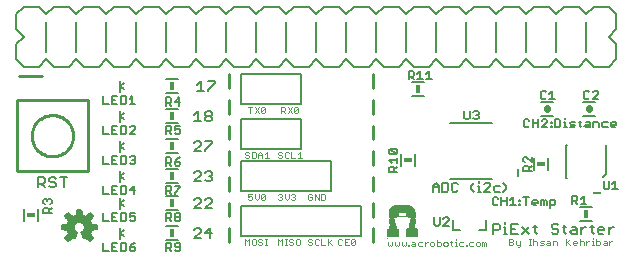
<source format=gto>
G75*
%MOIN*%
%OFA0B0*%
%FSLAX24Y24*%
%IPPOS*%
%LPD*%
%AMOC8*
5,1,8,0,0,1.08239X$1,22.5*
%
%ADD10C,0.0060*%
%ADD11C,0.0050*%
%ADD12C,0.0040*%
%ADD13C,0.0100*%
%ADD14C,0.0080*%
%ADD15R,0.0300X0.0100*%
%ADD16R,0.0180X0.0300*%
%ADD17R,0.0300X0.0180*%
%ADD18C,0.0220*%
%ADD19R,0.0100X0.0300*%
%ADD20C,0.0059*%
%ADD21R,0.0337X0.0000*%
%ADD22R,0.0337X0.0000*%
%ADD23R,0.0344X0.0001*%
%ADD24R,0.0348X0.0000*%
%ADD25R,0.0347X0.0000*%
%ADD26R,0.0350X0.0000*%
%ADD27R,0.0350X0.0000*%
%ADD28R,0.0352X0.0001*%
%ADD29R,0.0355X0.0000*%
%ADD30R,0.0354X0.0000*%
%ADD31R,0.0356X0.0001*%
%ADD32R,0.0359X0.0000*%
%ADD33R,0.0360X0.0000*%
%ADD34R,0.0361X0.0001*%
%ADD35R,0.0363X0.0000*%
%ADD36R,0.0362X0.0000*%
%ADD37R,0.0365X0.0001*%
%ADD38R,0.0364X0.0001*%
%ADD39R,0.0365X0.0000*%
%ADD40R,0.0366X0.0000*%
%ADD41R,0.0366X0.0000*%
%ADD42R,0.0367X0.0001*%
%ADD43R,0.0369X0.0000*%
%ADD44R,0.0370X0.0001*%
%ADD45R,0.0369X0.0001*%
%ADD46R,0.0370X0.0000*%
%ADD47R,0.0371X0.0000*%
%ADD48R,0.0371X0.0000*%
%ADD49R,0.0372X0.0001*%
%ADD50R,0.0372X0.0001*%
%ADD51R,0.0373X0.0000*%
%ADD52R,0.0373X0.0000*%
%ADD53R,0.0374X0.0001*%
%ADD54R,0.0374X0.0001*%
%ADD55R,0.0375X0.0000*%
%ADD56R,0.0374X0.0000*%
%ADD57R,0.0375X0.0000*%
%ADD58R,0.0375X0.0000*%
%ADD59R,0.0375X0.0001*%
%ADD60R,0.0376X0.0001*%
%ADD61R,0.0376X0.0000*%
%ADD62R,0.0377X0.0001*%
%ADD63R,0.0376X0.0001*%
%ADD64R,0.0377X0.0000*%
%ADD65R,0.0378X0.0000*%
%ADD66R,0.0378X0.0000*%
%ADD67R,0.0379X0.0001*%
%ADD68R,0.0379X0.0000*%
%ADD69R,0.0379X0.0000*%
%ADD70R,0.0380X0.0001*%
%ADD71R,0.0379X0.0001*%
%ADD72R,0.0380X0.0000*%
%ADD73R,0.0379X0.0000*%
%ADD74R,0.0380X0.0000*%
%ADD75R,0.0380X0.0000*%
%ADD76R,0.0380X0.0001*%
%ADD77R,0.0381X0.0001*%
%ADD78R,0.0381X0.0000*%
%ADD79R,0.0381X0.0001*%
%ADD80R,0.0381X0.0001*%
%ADD81R,0.0381X0.0000*%
%ADD82R,0.0382X0.0001*%
%ADD83R,0.0381X0.0001*%
%ADD84R,0.0382X0.0000*%
%ADD85R,0.0382X0.0000*%
%ADD86R,0.0382X0.0001*%
%ADD87R,0.0382X0.0000*%
%ADD88R,0.0383X0.0000*%
%ADD89R,0.0383X0.0001*%
%ADD90R,0.0383X0.0001*%
%ADD91R,0.0383X0.0000*%
%ADD92R,0.0382X0.0001*%
%ADD93R,0.0379X0.0001*%
%ADD94R,0.0381X0.0000*%
%ADD95R,0.0378X0.0001*%
%ADD96R,0.0377X0.0000*%
%ADD97R,0.0376X0.0000*%
%ADD98R,0.0374X0.0000*%
%ADD99R,0.0377X0.0001*%
%ADD100R,0.0372X0.0000*%
%ADD101R,0.0371X0.0001*%
%ADD102R,0.0376X0.0001*%
%ADD103R,0.0371X0.0000*%
%ADD104R,0.0376X0.0000*%
%ADD105R,0.0370X0.0000*%
%ADD106R,0.0369X0.0001*%
%ADD107R,0.0374X0.0001*%
%ADD108R,0.0368X0.0000*%
%ADD109R,0.0374X0.0000*%
%ADD110R,0.0367X0.0001*%
%ADD111R,0.0373X0.0001*%
%ADD112R,0.0366X0.0000*%
%ADD113R,0.0372X0.0000*%
%ADD114R,0.0365X0.0000*%
%ADD115R,0.0371X0.0000*%
%ADD116R,0.0364X0.0001*%
%ADD117R,0.0371X0.0001*%
%ADD118R,0.0362X0.0000*%
%ADD119R,0.0369X0.0000*%
%ADD120R,0.0360X0.0001*%
%ADD121R,0.0369X0.0001*%
%ADD122R,0.0359X0.0000*%
%ADD123R,0.0367X0.0000*%
%ADD124R,0.0357X0.0000*%
%ADD125R,0.0355X0.0001*%
%ADD126R,0.0365X0.0001*%
%ADD127R,0.0354X0.0000*%
%ADD128R,0.0364X0.0000*%
%ADD129R,0.0351X0.0001*%
%ADD130R,0.0363X0.0001*%
%ADD131R,0.0348X0.0000*%
%ADD132R,0.0361X0.0000*%
%ADD133R,0.0345X0.0000*%
%ADD134R,0.0340X0.0001*%
%ADD135R,0.0359X0.0001*%
%ADD136R,0.0258X0.0000*%
%ADD137R,0.0356X0.0000*%
%ADD138R,0.0257X0.0001*%
%ADD139R,0.0354X0.0001*%
%ADD140R,0.0257X0.0000*%
%ADD141R,0.0352X0.0000*%
%ADD142R,0.0347X0.0001*%
%ADD143R,0.0257X0.0000*%
%ADD144R,0.0344X0.0000*%
%ADD145R,0.0257X0.0001*%
%ADD146R,0.0338X0.0001*%
%ADD147R,0.0239X0.0000*%
%ADD148R,0.0256X0.0000*%
%ADD149R,0.0256X0.0001*%
%ADD150R,0.0239X0.0001*%
%ADD151R,0.0239X0.0001*%
%ADD152R,0.0256X0.0000*%
%ADD153R,0.0239X0.0000*%
%ADD154R,0.0256X0.0001*%
%ADD155R,0.0255X0.0000*%
%ADD156R,0.0238X0.0000*%
%ADD157R,0.0255X0.0001*%
%ADD158R,0.0238X0.0001*%
%ADD159R,0.0255X0.0000*%
%ADD160R,0.0255X0.0001*%
%ADD161R,0.0238X0.0001*%
%ADD162R,0.0238X0.0000*%
%ADD163R,0.0255X0.0000*%
%ADD164R,0.0238X0.0000*%
%ADD165R,0.0255X0.0001*%
%ADD166R,0.0238X0.0001*%
%ADD167R,0.0254X0.0000*%
%ADD168R,0.0254X0.0001*%
%ADD169R,0.0237X0.0000*%
%ADD170R,0.0254X0.0001*%
%ADD171R,0.0237X0.0001*%
%ADD172R,0.0254X0.0000*%
%ADD173R,0.0253X0.0000*%
%ADD174R,0.0236X0.0000*%
%ADD175R,0.0253X0.0001*%
%ADD176R,0.0236X0.0001*%
%ADD177R,0.0253X0.0000*%
%ADD178R,0.0253X0.0001*%
%ADD179R,0.0236X0.0001*%
%ADD180R,0.0236X0.0000*%
%ADD181R,0.0252X0.0001*%
%ADD182R,0.0252X0.0000*%
%ADD183R,0.0235X0.0000*%
%ADD184R,0.0235X0.0001*%
%ADD185R,0.0251X0.0000*%
%ADD186R,0.0251X0.0001*%
%ADD187R,0.0235X0.0001*%
%ADD188R,0.0235X0.0000*%
%ADD189R,0.0251X0.0001*%
%ADD190R,0.0251X0.0000*%
%ADD191R,0.0234X0.0000*%
%ADD192R,0.0250X0.0001*%
%ADD193R,0.0234X0.0001*%
%ADD194R,0.0250X0.0000*%
%ADD195R,0.0250X0.0000*%
%ADD196R,0.0234X0.0000*%
%ADD197R,0.0250X0.0001*%
%ADD198R,0.0234X0.0001*%
%ADD199R,0.0250X0.0001*%
%ADD200R,0.0250X0.0000*%
%ADD201R,0.0233X0.0000*%
%ADD202R,0.0249X0.0001*%
%ADD203R,0.0233X0.0001*%
%ADD204R,0.0249X0.0000*%
%ADD205R,0.0233X0.0001*%
%ADD206R,0.0233X0.0000*%
%ADD207R,0.0249X0.0000*%
%ADD208R,0.0249X0.0001*%
%ADD209R,0.0232X0.0000*%
%ADD210R,0.0248X0.0001*%
%ADD211R,0.0232X0.0001*%
%ADD212R,0.0248X0.0000*%
%ADD213R,0.0248X0.0001*%
%ADD214R,0.0232X0.0001*%
%ADD215R,0.0248X0.0000*%
%ADD216R,0.0232X0.0000*%
%ADD217R,0.0247X0.0000*%
%ADD218R,0.0231X0.0000*%
%ADD219R,0.0247X0.0001*%
%ADD220R,0.0231X0.0001*%
%ADD221R,0.0246X0.0001*%
%ADD222R,0.0246X0.0000*%
%ADD223R,0.0231X0.0000*%
%ADD224R,0.0231X0.0001*%
%ADD225R,0.0246X0.0000*%
%ADD226R,0.0246X0.0001*%
%ADD227R,0.0230X0.0000*%
%ADD228R,0.0245X0.0000*%
%ADD229R,0.0245X0.0001*%
%ADD230R,0.0230X0.0001*%
%ADD231R,0.0245X0.0001*%
%ADD232R,0.0230X0.0001*%
%ADD233R,0.0245X0.0000*%
%ADD234R,0.0230X0.0000*%
%ADD235R,0.0245X0.0000*%
%ADD236R,0.0229X0.0000*%
%ADD237R,0.0245X0.0001*%
%ADD238R,0.0229X0.0001*%
%ADD239R,0.0244X0.0000*%
%ADD240R,0.0244X0.0001*%
%ADD241R,0.0229X0.0001*%
%ADD242R,0.0229X0.0000*%
%ADD243R,0.0244X0.0000*%
%ADD244R,0.0228X0.0000*%
%ADD245R,0.0244X0.0001*%
%ADD246R,0.0228X0.0001*%
%ADD247R,0.0243X0.0000*%
%ADD248R,0.0243X0.0001*%
%ADD249R,0.0243X0.0000*%
%ADD250R,0.0228X0.0000*%
%ADD251R,0.0243X0.0001*%
%ADD252R,0.0228X0.0001*%
%ADD253R,0.0242X0.0000*%
%ADD254R,0.0227X0.0000*%
%ADD255R,0.0242X0.0001*%
%ADD256R,0.0227X0.0001*%
%ADD257R,0.0241X0.0000*%
%ADD258R,0.0241X0.0001*%
%ADD259R,0.0227X0.0001*%
%ADD260R,0.0227X0.0000*%
%ADD261R,0.0241X0.0001*%
%ADD262R,0.0241X0.0000*%
%ADD263R,0.0226X0.0000*%
%ADD264R,0.0226X0.0001*%
%ADD265R,0.0240X0.0000*%
%ADD266R,0.0240X0.0001*%
%ADD267R,0.0226X0.0001*%
%ADD268R,0.0240X0.0000*%
%ADD269R,0.0226X0.0000*%
%ADD270R,0.0240X0.0001*%
%ADD271R,0.0225X0.0000*%
%ADD272R,0.0240X0.0001*%
%ADD273R,0.0225X0.0001*%
%ADD274R,0.0240X0.0000*%
%ADD275R,0.0225X0.0000*%
%ADD276R,0.0225X0.0001*%
%ADD277R,0.0239X0.0001*%
%ADD278R,0.0239X0.0000*%
%ADD279R,0.0224X0.0000*%
%ADD280R,0.0224X0.0001*%
%ADD281R,0.0224X0.0001*%
%ADD282R,0.0224X0.0000*%
%ADD283R,0.0223X0.0000*%
%ADD284R,0.0237X0.0001*%
%ADD285R,0.0223X0.0001*%
%ADD286R,0.0237X0.0000*%
%ADD287R,0.0223X0.0001*%
%ADD288R,0.0223X0.0000*%
%ADD289R,0.0236X0.0000*%
%ADD290R,0.0222X0.0000*%
%ADD291R,0.0236X0.0001*%
%ADD292R,0.0222X0.0001*%
%ADD293R,0.0222X0.0000*%
%ADD294R,0.0222X0.0001*%
%ADD295R,0.0221X0.0000*%
%ADD296R,0.0235X0.0000*%
%ADD297R,0.0235X0.0001*%
%ADD298R,0.0221X0.0001*%
%ADD299R,0.0221X0.0001*%
%ADD300R,0.0221X0.0000*%
%ADD301R,0.0234X0.0000*%
%ADD302R,0.0220X0.0000*%
%ADD303R,0.0234X0.0001*%
%ADD304R,0.0220X0.0001*%
%ADD305R,0.0220X0.0001*%
%ADD306R,0.0220X0.0000*%
%ADD307R,0.0219X0.0000*%
%ADD308R,0.0219X0.0001*%
%ADD309R,0.0232X0.0000*%
%ADD310R,0.0232X0.0001*%
%ADD311R,0.0219X0.0000*%
%ADD312R,0.0219X0.0001*%
%ADD313R,0.0231X0.0000*%
%ADD314R,0.0218X0.0000*%
%ADD315R,0.0231X0.0001*%
%ADD316R,0.0218X0.0001*%
%ADD317R,0.0218X0.0001*%
%ADD318R,0.0218X0.0000*%
%ADD319R,0.0217X0.0000*%
%ADD320R,0.0217X0.0001*%
%ADD321R,0.0230X0.0000*%
%ADD322R,0.0230X0.0001*%
%ADD323R,0.0217X0.0001*%
%ADD324R,0.0217X0.0000*%
%ADD325R,0.0216X0.0000*%
%ADD326R,0.0229X0.0001*%
%ADD327R,0.0216X0.0001*%
%ADD328R,0.0229X0.0000*%
%ADD329R,0.0216X0.0000*%
%ADD330R,0.0216X0.0001*%
%ADD331R,0.0215X0.0000*%
%ADD332R,0.0227X0.0001*%
%ADD333R,0.0215X0.0001*%
%ADD334R,0.0227X0.0000*%
%ADD335R,0.0215X0.0001*%
%ADD336R,0.0215X0.0000*%
%ADD337R,0.0214X0.0000*%
%ADD338R,0.0226X0.0001*%
%ADD339R,0.0214X0.0001*%
%ADD340R,0.0226X0.0000*%
%ADD341R,0.0214X0.0001*%
%ADD342R,0.0214X0.0000*%
%ADD343R,0.0213X0.0000*%
%ADD344R,0.0213X0.0001*%
%ADD345R,0.0225X0.0001*%
%ADD346R,0.0225X0.0000*%
%ADD347R,0.0213X0.0000*%
%ADD348R,0.0213X0.0001*%
%ADD349R,0.0213X0.0000*%
%ADD350R,0.0224X0.0000*%
%ADD351R,0.0224X0.0001*%
%ADD352R,0.0213X0.0001*%
%ADD353R,0.0212X0.0001*%
%ADD354R,0.0212X0.0000*%
%ADD355R,0.0211X0.0000*%
%ADD356R,0.0211X0.0001*%
%ADD357R,0.0222X0.0000*%
%ADD358R,0.0222X0.0001*%
%ADD359R,0.0211X0.0001*%
%ADD360R,0.0211X0.0000*%
%ADD361R,0.0210X0.0000*%
%ADD362R,0.0210X0.0001*%
%ADD363R,0.0221X0.0000*%
%ADD364R,0.0221X0.0001*%
%ADD365R,0.0210X0.0000*%
%ADD366R,0.0210X0.0001*%
%ADD367R,0.0209X0.0000*%
%ADD368R,0.0209X0.0001*%
%ADD369R,0.0220X0.0000*%
%ADD370R,0.0220X0.0001*%
%ADD371R,0.0209X0.0001*%
%ADD372R,0.0209X0.0000*%
%ADD373R,0.0208X0.0000*%
%ADD374R,0.0208X0.0001*%
%ADD375R,0.0219X0.0000*%
%ADD376R,0.0219X0.0001*%
%ADD377R,0.0208X0.0001*%
%ADD378R,0.0208X0.0000*%
%ADD379R,0.0208X0.0000*%
%ADD380R,0.0208X0.0001*%
%ADD381R,0.0217X0.0000*%
%ADD382R,0.0207X0.0000*%
%ADD383R,0.0217X0.0001*%
%ADD384R,0.0207X0.0001*%
%ADD385R,0.0206X0.0000*%
%ADD386R,0.0216X0.0001*%
%ADD387R,0.0206X0.0001*%
%ADD388R,0.0216X0.0000*%
%ADD389R,0.0206X0.0001*%
%ADD390R,0.0206X0.0000*%
%ADD391R,0.0205X0.0000*%
%ADD392R,0.0205X0.0001*%
%ADD393R,0.0215X0.0001*%
%ADD394R,0.0205X0.0001*%
%ADD395R,0.0215X0.0000*%
%ADD396R,0.0205X0.0000*%
%ADD397R,0.0204X0.0000*%
%ADD398R,0.0204X0.0001*%
%ADD399R,0.0214X0.0001*%
%ADD400R,0.0214X0.0000*%
%ADD401R,0.0204X0.0000*%
%ADD402R,0.0204X0.0001*%
%ADD403R,0.0203X0.0000*%
%ADD404R,0.0203X0.0001*%
%ADD405R,0.0212X0.0001*%
%ADD406R,0.0203X0.0001*%
%ADD407R,0.0212X0.0000*%
%ADD408R,0.0203X0.0000*%
%ADD409R,0.0203X0.0000*%
%ADD410R,0.0203X0.0001*%
%ADD411R,0.0211X0.0000*%
%ADD412R,0.0211X0.0001*%
%ADD413R,0.0202X0.0001*%
%ADD414R,0.0202X0.0000*%
%ADD415R,0.0201X0.0000*%
%ADD416R,0.0201X0.0001*%
%ADD417R,0.0210X0.0000*%
%ADD418R,0.0201X0.0000*%
%ADD419R,0.0210X0.0001*%
%ADD420R,0.0201X0.0001*%
%ADD421R,0.0200X0.0000*%
%ADD422R,0.0200X0.0001*%
%ADD423R,0.0209X0.0000*%
%ADD424R,0.0209X0.0001*%
%ADD425R,0.0200X0.0001*%
%ADD426R,0.0200X0.0000*%
%ADD427R,0.0199X0.0000*%
%ADD428R,0.0199X0.0001*%
%ADD429R,0.0199X0.0001*%
%ADD430R,0.0207X0.0000*%
%ADD431R,0.0199X0.0000*%
%ADD432R,0.0207X0.0001*%
%ADD433R,0.0198X0.0000*%
%ADD434R,0.0198X0.0001*%
%ADD435R,0.0206X0.0000*%
%ADD436R,0.0198X0.0000*%
%ADD437R,0.0206X0.0001*%
%ADD438R,0.0198X0.0001*%
%ADD439R,0.0198X0.0000*%
%ADD440R,0.0198X0.0001*%
%ADD441R,0.0197X0.0001*%
%ADD442R,0.0205X0.0000*%
%ADD443R,0.0197X0.0000*%
%ADD444R,0.0205X0.0001*%
%ADD445R,0.0196X0.0000*%
%ADD446R,0.0196X0.0001*%
%ADD447R,0.0204X0.0001*%
%ADD448R,0.0196X0.0001*%
%ADD449R,0.0204X0.0000*%
%ADD450R,0.0196X0.0000*%
%ADD451R,0.0195X0.0000*%
%ADD452R,0.0195X0.0001*%
%ADD453R,0.0195X0.0000*%
%ADD454R,0.0202X0.0001*%
%ADD455R,0.0195X0.0001*%
%ADD456R,0.0202X0.0000*%
%ADD457R,0.0194X0.0000*%
%ADD458R,0.0194X0.0001*%
%ADD459R,0.0201X0.0001*%
%ADD460R,0.0194X0.0001*%
%ADD461R,0.0201X0.0000*%
%ADD462R,0.0194X0.0000*%
%ADD463R,0.0193X0.0000*%
%ADD464R,0.0193X0.0001*%
%ADD465R,0.0193X0.0001*%
%ADD466R,0.0193X0.0000*%
%ADD467R,0.0200X0.0001*%
%ADD468R,0.0200X0.0000*%
%ADD469R,0.0192X0.0000*%
%ADD470R,0.0192X0.0001*%
%ADD471R,0.0199X0.0000*%
%ADD472R,0.0192X0.0000*%
%ADD473R,0.0199X0.0001*%
%ADD474R,0.0192X0.0001*%
%ADD475R,0.0191X0.0000*%
%ADD476R,0.0191X0.0001*%
%ADD477R,0.0191X0.0001*%
%ADD478R,0.0191X0.0000*%
%ADD479R,0.0197X0.0000*%
%ADD480R,0.0197X0.0001*%
%ADD481R,0.0190X0.0000*%
%ADD482R,0.0190X0.0001*%
%ADD483R,0.0190X0.0001*%
%ADD484R,0.0196X0.0000*%
%ADD485R,0.0190X0.0000*%
%ADD486R,0.0196X0.0001*%
%ADD487R,0.0189X0.0000*%
%ADD488R,0.0189X0.0001*%
%ADD489R,0.0189X0.0000*%
%ADD490R,0.0189X0.0001*%
%ADD491R,0.0195X0.0000*%
%ADD492R,0.0195X0.0001*%
%ADD493R,0.0188X0.0000*%
%ADD494R,0.0188X0.0001*%
%ADD495R,0.0188X0.0001*%
%ADD496R,0.0194X0.0000*%
%ADD497R,0.0188X0.0000*%
%ADD498R,0.0194X0.0001*%
%ADD499R,0.0187X0.0000*%
%ADD500R,0.0187X0.0001*%
%ADD501R,0.0187X0.0001*%
%ADD502R,0.0187X0.0000*%
%ADD503R,0.0192X0.0000*%
%ADD504R,0.0186X0.0000*%
%ADD505R,0.0192X0.0001*%
%ADD506R,0.0186X0.0001*%
%ADD507R,0.0186X0.0000*%
%ADD508R,0.0191X0.0001*%
%ADD509R,0.0186X0.0001*%
%ADD510R,0.0191X0.0000*%
%ADD511R,0.0185X0.0000*%
%ADD512R,0.0185X0.0001*%
%ADD513R,0.0185X0.0001*%
%ADD514R,0.0185X0.0000*%
%ADD515R,0.0190X0.0001*%
%ADD516R,0.0190X0.0000*%
%ADD517R,0.0184X0.0000*%
%ADD518R,0.0184X0.0001*%
%ADD519R,0.0184X0.0001*%
%ADD520R,0.0184X0.0000*%
%ADD521R,0.0189X0.0001*%
%ADD522R,0.0189X0.0000*%
%ADD523R,0.0183X0.0000*%
%ADD524R,0.0183X0.0001*%
%ADD525R,0.0183X0.0000*%
%ADD526R,0.0183X0.0001*%
%ADD527R,0.0187X0.0001*%
%ADD528R,0.0187X0.0000*%
%ADD529R,0.0182X0.0000*%
%ADD530R,0.0182X0.0001*%
%ADD531R,0.0182X0.0001*%
%ADD532R,0.0182X0.0000*%
%ADD533R,0.0186X0.0000*%
%ADD534R,0.0186X0.0001*%
%ADD535R,0.0181X0.0000*%
%ADD536R,0.0181X0.0001*%
%ADD537R,0.0181X0.0001*%
%ADD538R,0.0181X0.0000*%
%ADD539R,0.0185X0.0000*%
%ADD540R,0.0180X0.0000*%
%ADD541R,0.0185X0.0001*%
%ADD542R,0.0180X0.0001*%
%ADD543R,0.0180X0.0000*%
%ADD544R,0.0180X0.0001*%
%ADD545R,0.0184X0.0000*%
%ADD546R,0.0184X0.0001*%
%ADD547R,0.0179X0.0000*%
%ADD548R,0.0179X0.0001*%
%ADD549R,0.0179X0.0001*%
%ADD550R,0.0179X0.0000*%
%ADD551R,0.0182X0.0000*%
%ADD552R,0.0178X0.0000*%
%ADD553R,0.0182X0.0001*%
%ADD554R,0.0178X0.0001*%
%ADD555R,0.0178X0.0001*%
%ADD556R,0.0178X0.0000*%
%ADD557R,0.0181X0.0000*%
%ADD558R,0.0177X0.0000*%
%ADD559R,0.0181X0.0001*%
%ADD560R,0.0177X0.0001*%
%ADD561R,0.0177X0.0000*%
%ADD562R,0.0177X0.0001*%
%ADD563R,0.0180X0.0000*%
%ADD564R,0.0176X0.0000*%
%ADD565R,0.0180X0.0001*%
%ADD566R,0.0176X0.0001*%
%ADD567R,0.0176X0.0001*%
%ADD568R,0.0176X0.0000*%
%ADD569R,0.0179X0.0001*%
%ADD570R,0.0179X0.0000*%
%ADD571R,0.0175X0.0000*%
%ADD572R,0.0175X0.0001*%
%ADD573R,0.0175X0.0001*%
%ADD574R,0.0175X0.0000*%
%ADD575R,0.0174X0.0000*%
%ADD576R,0.0177X0.0001*%
%ADD577R,0.0174X0.0001*%
%ADD578R,0.0177X0.0000*%
%ADD579R,0.0174X0.0000*%
%ADD580R,0.0174X0.0001*%
%ADD581R,0.0176X0.0001*%
%ADD582R,0.0176X0.0000*%
%ADD583R,0.0173X0.0000*%
%ADD584R,0.0173X0.0001*%
%ADD585R,0.0173X0.0001*%
%ADD586R,0.0173X0.0000*%
%ADD587R,0.0173X0.0000*%
%ADD588R,0.0175X0.0001*%
%ADD589R,0.0173X0.0001*%
%ADD590R,0.0175X0.0000*%
%ADD591R,0.0172X0.0001*%
%ADD592R,0.0172X0.0000*%
%ADD593R,0.0174X0.0000*%
%ADD594R,0.0171X0.0000*%
%ADD595R,0.0174X0.0001*%
%ADD596R,0.0171X0.0001*%
%ADD597R,0.0171X0.0000*%
%ADD598R,0.0171X0.0001*%
%ADD599R,0.0170X0.0000*%
%ADD600R,0.0172X0.0000*%
%ADD601R,0.0172X0.0001*%
%ADD602R,0.0170X0.0001*%
%ADD603R,0.0170X0.0001*%
%ADD604R,0.0170X0.0000*%
%ADD605R,0.0171X0.0000*%
%ADD606R,0.0169X0.0000*%
%ADD607R,0.0171X0.0001*%
%ADD608R,0.0169X0.0001*%
%ADD609R,0.0169X0.0001*%
%ADD610R,0.0169X0.0000*%
%ADD611R,0.0168X0.0000*%
%ADD612R,0.0168X0.0001*%
%ADD613R,0.0170X0.0000*%
%ADD614R,0.0170X0.0001*%
%ADD615R,0.0168X0.0000*%
%ADD616R,0.0168X0.0001*%
%ADD617R,0.0169X0.0000*%
%ADD618R,0.0168X0.0000*%
%ADD619R,0.0169X0.0001*%
%ADD620R,0.0168X0.0001*%
%ADD621R,0.0167X0.0001*%
%ADD622R,0.0167X0.0000*%
%ADD623R,0.0166X0.0000*%
%ADD624R,0.0166X0.0001*%
%ADD625R,0.0167X0.0000*%
%ADD626R,0.0167X0.0001*%
%ADD627R,0.0166X0.0001*%
%ADD628R,0.0166X0.0000*%
%ADD629R,0.0165X0.0000*%
%ADD630R,0.0166X0.0001*%
%ADD631R,0.0165X0.0001*%
%ADD632R,0.0166X0.0000*%
%ADD633R,0.0165X0.0000*%
%ADD634R,0.0165X0.0001*%
%ADD635R,0.0164X0.0000*%
%ADD636R,0.0165X0.0001*%
%ADD637R,0.0164X0.0001*%
%ADD638R,0.0165X0.0000*%
%ADD639R,0.0164X0.0001*%
%ADD640R,0.0164X0.0000*%
%ADD641R,0.0163X0.0000*%
%ADD642R,0.0164X0.0001*%
%ADD643R,0.0163X0.0001*%
%ADD644R,0.0164X0.0000*%
%ADD645R,0.0163X0.0001*%
%ADD646R,0.0163X0.0000*%
%ADD647R,0.0163X0.0000*%
%ADD648R,0.0163X0.0001*%
%ADD649R,0.0162X0.0001*%
%ADD650R,0.0162X0.0000*%
%ADD651R,0.0162X0.0000*%
%ADD652R,0.0161X0.0001*%
%ADD653R,0.0162X0.0001*%
%ADD654R,0.0161X0.0000*%
%ADD655R,0.0161X0.0000*%
%ADD656R,0.0161X0.0001*%
%ADD657R,0.0160X0.0001*%
%ADD658R,0.0161X0.0001*%
%ADD659R,0.0160X0.0000*%
%ADD660R,0.0161X0.0000*%
%ADD661R,0.0160X0.0000*%
%ADD662R,0.0160X0.0001*%
%ADD663R,0.0160X0.0000*%
%ADD664R,0.0160X0.0001*%
%ADD665R,0.0159X0.0001*%
%ADD666R,0.0159X0.0000*%
%ADD667R,0.0159X0.0000*%
%ADD668R,0.0159X0.0001*%
%ADD669R,0.0159X0.0000*%
%ADD670R,0.0159X0.0001*%
%ADD671R,0.0158X0.0000*%
%ADD672R,0.0158X0.0001*%
%ADD673R,0.0158X0.0000*%
%ADD674R,0.0158X0.0000*%
%ADD675R,0.0158X0.0001*%
%ADD676R,0.0158X0.0001*%
%ADD677R,0.0157X0.0000*%
%ADD678R,0.0157X0.0001*%
%ADD679R,0.0156X0.0000*%
%ADD680R,0.0156X0.0001*%
%ADD681R,0.0156X0.0000*%
%ADD682R,0.0156X0.0001*%
%ADD683R,0.0157X0.0001*%
%ADD684R,0.0155X0.0000*%
%ADD685R,0.0157X0.0000*%
%ADD686R,0.0155X0.0001*%
%ADD687R,0.0155X0.0001*%
%ADD688R,0.0155X0.0000*%
%ADD689R,0.0155X0.0000*%
%ADD690R,0.0156X0.0000*%
%ADD691R,0.0155X0.0001*%
%ADD692R,0.0156X0.0001*%
%ADD693R,0.0154X0.0000*%
%ADD694R,0.0154X0.0001*%
%ADD695R,0.0154X0.0001*%
%ADD696R,0.0154X0.0000*%
%ADD697R,0.0153X0.0000*%
%ADD698R,0.0153X0.0001*%
%ADD699R,0.0154X0.0000*%
%ADD700R,0.0152X0.0001*%
%ADD701R,0.0154X0.0001*%
%ADD702R,0.0152X0.0000*%
%ADD703R,0.0152X0.0001*%
%ADD704R,0.0152X0.0000*%
%ADD705R,0.0151X0.0000*%
%ADD706R,0.0153X0.0000*%
%ADD707R,0.0151X0.0001*%
%ADD708R,0.0153X0.0001*%
%ADD709R,0.0151X0.0001*%
%ADD710R,0.0151X0.0000*%
%ADD711R,0.0150X0.0001*%
%ADD712R,0.0150X0.0000*%
%ADD713R,0.0150X0.0000*%
%ADD714R,0.0150X0.0001*%
%ADD715R,0.0150X0.0001*%
%ADD716R,0.0152X0.0001*%
%ADD717R,0.0150X0.0000*%
%ADD718R,0.0152X0.0000*%
%ADD719R,0.0149X0.0000*%
%ADD720R,0.0149X0.0001*%
%ADD721R,0.0149X0.0000*%
%ADD722R,0.0149X0.0001*%
%ADD723R,0.0151X0.0001*%
%ADD724R,0.0151X0.0000*%
%ADD725R,0.0148X0.0001*%
%ADD726R,0.0148X0.0000*%
%ADD727R,0.0260X0.0000*%
%ADD728R,0.0259X0.0000*%
%ADD729R,0.0260X0.0001*%
%ADD730R,0.0259X0.0001*%
%ADD731R,0.0868X0.0000*%
%ADD732R,0.0868X0.0001*%
%ADD733R,0.0321X0.0000*%
%ADD734R,0.0305X0.0000*%
%ADD735R,0.0321X0.0001*%
%ADD736R,0.0305X0.0001*%
%ADD737R,0.0867X0.0000*%
%ADD738R,0.0867X0.0001*%
%ADD739R,0.0867X0.0000*%
%ADD740R,0.0867X0.0001*%
%ADD741R,0.0866X0.0000*%
%ADD742R,0.0866X0.0000*%
%ADD743R,0.0866X0.0001*%
%ADD744R,0.0866X0.0000*%
%ADD745R,0.0866X0.0001*%
%ADD746R,0.0865X0.0000*%
%ADD747R,0.0865X0.0001*%
%ADD748R,0.0864X0.0001*%
%ADD749R,0.0864X0.0000*%
%ADD750R,0.0864X0.0001*%
%ADD751R,0.0864X0.0000*%
%ADD752R,0.0864X0.0001*%
%ADD753R,0.0864X0.0000*%
%ADD754R,0.0863X0.0001*%
%ADD755R,0.0863X0.0000*%
%ADD756R,0.0862X0.0001*%
%ADD757R,0.0862X0.0000*%
%ADD758R,0.0862X0.0001*%
%ADD759R,0.0862X0.0000*%
%ADD760R,0.0861X0.0001*%
%ADD761R,0.0861X0.0000*%
%ADD762R,0.0861X0.0001*%
%ADD763R,0.0860X0.0001*%
%ADD764R,0.0860X0.0000*%
%ADD765R,0.0859X0.0000*%
%ADD766R,0.0859X0.0001*%
%ADD767R,0.0858X0.0000*%
%ADD768R,0.0858X0.0001*%
%ADD769R,0.0857X0.0001*%
%ADD770R,0.0857X0.0000*%
%ADD771R,0.0856X0.0000*%
%ADD772R,0.0856X0.0001*%
%ADD773R,0.0855X0.0000*%
%ADD774R,0.0855X0.0001*%
%ADD775R,0.0855X0.0000*%
%ADD776R,0.0855X0.0001*%
%ADD777R,0.0854X0.0000*%
%ADD778R,0.0854X0.0001*%
%ADD779R,0.0853X0.0000*%
%ADD780R,0.0853X0.0001*%
%ADD781R,0.0853X0.0000*%
%ADD782R,0.0853X0.0000*%
%ADD783R,0.0852X0.0001*%
%ADD784R,0.0852X0.0000*%
%ADD785R,0.0852X0.0001*%
%ADD786R,0.0851X0.0000*%
%ADD787R,0.0850X0.0001*%
%ADD788R,0.0850X0.0000*%
%ADD789R,0.0850X0.0001*%
%ADD790R,0.0849X0.0000*%
%ADD791R,0.0848X0.0001*%
%ADD792R,0.0848X0.0000*%
%ADD793R,0.0848X0.0001*%
%ADD794R,0.0848X0.0000*%
%ADD795R,0.0847X0.0000*%
%ADD796R,0.0847X0.0001*%
%ADD797R,0.0846X0.0000*%
%ADD798R,0.0846X0.0001*%
%ADD799R,0.0845X0.0000*%
%ADD800R,0.0845X0.0000*%
%ADD801R,0.0845X0.0001*%
%ADD802R,0.0843X0.0000*%
%ADD803R,0.0843X0.0001*%
%ADD804R,0.0841X0.0000*%
%ADD805R,0.0840X0.0000*%
%ADD806R,0.0839X0.0001*%
%ADD807R,0.0838X0.0000*%
%ADD808R,0.0837X0.0001*%
%ADD809R,0.0836X0.0000*%
%ADD810R,0.0835X0.0000*%
%ADD811R,0.0834X0.0001*%
%ADD812R,0.0833X0.0000*%
%ADD813R,0.0832X0.0001*%
%ADD814R,0.0831X0.0000*%
%ADD815R,0.0830X0.0000*%
%ADD816R,0.0829X0.0001*%
%ADD817R,0.0828X0.0000*%
%ADD818R,0.0827X0.0001*%
%ADD819R,0.0826X0.0000*%
%ADD820R,0.0825X0.0000*%
%ADD821R,0.0824X0.0001*%
%ADD822R,0.0823X0.0000*%
%ADD823R,0.0822X0.0001*%
%ADD824R,0.0821X0.0000*%
%ADD825R,0.0820X0.0000*%
%ADD826R,0.0819X0.0001*%
%ADD827R,0.0818X0.0000*%
%ADD828R,0.0817X0.0001*%
%ADD829R,0.0816X0.0000*%
%ADD830R,0.0815X0.0000*%
%ADD831R,0.0814X0.0001*%
%ADD832R,0.0813X0.0000*%
%ADD833R,0.0812X0.0001*%
%ADD834R,0.0811X0.0000*%
%ADD835R,0.0810X0.0000*%
%ADD836R,0.0808X0.0001*%
%ADD837R,0.0808X0.0000*%
%ADD838R,0.0807X0.0001*%
%ADD839R,0.0805X0.0000*%
%ADD840R,0.0805X0.0000*%
%ADD841R,0.0803X0.0001*%
%ADD842R,0.0803X0.0000*%
%ADD843R,0.0802X0.0001*%
%ADD844R,0.0800X0.0000*%
%ADD845R,0.0800X0.0000*%
%ADD846R,0.0798X0.0001*%
%ADD847R,0.0798X0.0000*%
%ADD848R,0.0797X0.0001*%
%ADD849R,0.0795X0.0000*%
%ADD850R,0.0795X0.0000*%
%ADD851R,0.0793X0.0001*%
%ADD852R,0.0793X0.0000*%
%ADD853R,0.0791X0.0001*%
%ADD854R,0.0790X0.0000*%
%ADD855R,0.0789X0.0000*%
%ADD856R,0.0788X0.0001*%
%ADD857R,0.0787X0.0000*%
%ADD858R,0.0786X0.0001*%
%ADD859R,0.0785X0.0000*%
%ADD860R,0.0784X0.0000*%
%ADD861R,0.0783X0.0001*%
%ADD862R,0.0782X0.0000*%
%ADD863R,0.0781X0.0001*%
%ADD864R,0.0780X0.0000*%
%ADD865R,0.0779X0.0000*%
%ADD866R,0.0778X0.0001*%
%ADD867R,0.0777X0.0000*%
%ADD868R,0.0776X0.0001*%
%ADD869R,0.0775X0.0000*%
%ADD870R,0.0774X0.0000*%
%ADD871R,0.0773X0.0001*%
%ADD872R,0.0772X0.0000*%
%ADD873R,0.0771X0.0001*%
%ADD874R,0.0770X0.0000*%
%ADD875R,0.0769X0.0000*%
%ADD876R,0.0768X0.0001*%
%ADD877R,0.0767X0.0000*%
%ADD878R,0.0766X0.0001*%
%ADD879R,0.0765X0.0000*%
%ADD880R,0.0764X0.0000*%
%ADD881R,0.0763X0.0001*%
%ADD882R,0.0762X0.0000*%
%ADD883R,0.0761X0.0001*%
%ADD884R,0.0760X0.0000*%
%ADD885R,0.0758X0.0000*%
%ADD886R,0.0757X0.0001*%
%ADD887R,0.0757X0.0000*%
%ADD888R,0.0755X0.0001*%
%ADD889R,0.0755X0.0000*%
%ADD890R,0.0753X0.0000*%
%ADD891R,0.0752X0.0001*%
%ADD892R,0.0752X0.0000*%
%ADD893R,0.0750X0.0001*%
%ADD894R,0.0750X0.0000*%
%ADD895R,0.0748X0.0000*%
%ADD896R,0.0747X0.0001*%
%ADD897R,0.0747X0.0000*%
%ADD898R,0.0745X0.0001*%
%ADD899R,0.0745X0.0000*%
%ADD900R,0.0743X0.0000*%
%ADD901R,0.0742X0.0001*%
%ADD902R,0.0741X0.0000*%
%ADD903R,0.0740X0.0001*%
%ADD904R,0.0739X0.0000*%
%ADD905R,0.0738X0.0000*%
%ADD906R,0.0737X0.0001*%
%ADD907R,0.0736X0.0000*%
%ADD908R,0.0735X0.0001*%
%ADD909R,0.0734X0.0000*%
%ADD910R,0.0733X0.0000*%
%ADD911R,0.0732X0.0001*%
%ADD912R,0.0731X0.0000*%
%ADD913R,0.0730X0.0001*%
%ADD914R,0.0729X0.0000*%
%ADD915R,0.0728X0.0000*%
%ADD916R,0.0727X0.0001*%
%ADD917R,0.0726X0.0000*%
%ADD918R,0.0725X0.0001*%
%ADD919R,0.0724X0.0000*%
%ADD920R,0.0723X0.0000*%
%ADD921R,0.0722X0.0001*%
%ADD922R,0.0721X0.0000*%
%ADD923R,0.0720X0.0001*%
%ADD924R,0.0719X0.0000*%
%ADD925R,0.0718X0.0000*%
%ADD926R,0.0717X0.0001*%
%ADD927R,0.0716X0.0000*%
%ADD928R,0.0715X0.0001*%
%ADD929R,0.0714X0.0000*%
%ADD930R,0.0713X0.0000*%
%ADD931R,0.0712X0.0001*%
%ADD932R,0.0711X0.0000*%
%ADD933R,0.0710X0.0001*%
%ADD934R,0.0709X0.0000*%
%ADD935R,0.0707X0.0000*%
%ADD936R,0.0707X0.0001*%
%ADD937R,0.0705X0.0000*%
%ADD938R,0.0705X0.0001*%
%ADD939R,0.0703X0.0000*%
%ADD940R,0.0703X0.0000*%
%ADD941R,0.0702X0.0001*%
%ADD942R,0.0700X0.0000*%
%ADD943R,0.0700X0.0001*%
%ADD944R,0.0698X0.0000*%
%ADD945R,0.0698X0.0000*%
%ADD946R,0.0697X0.0001*%
%ADD947R,0.0695X0.0000*%
%ADD948R,0.0695X0.0001*%
%ADD949R,0.0693X0.0000*%
%ADD950R,0.0692X0.0000*%
%ADD951R,0.0691X0.0001*%
%ADD952R,0.0690X0.0000*%
%ADD953R,0.0689X0.0001*%
%ADD954R,0.0688X0.0000*%
%ADD955R,0.0687X0.0000*%
%ADD956R,0.0686X0.0001*%
%ADD957R,0.0685X0.0000*%
%ADD958R,0.0684X0.0001*%
%ADD959R,0.0683X0.0000*%
%ADD960R,0.0682X0.0000*%
%ADD961R,0.0681X0.0001*%
%ADD962R,0.0680X0.0000*%
%ADD963R,0.0679X0.0001*%
%ADD964R,0.0678X0.0000*%
%ADD965R,0.0677X0.0000*%
%ADD966R,0.0676X0.0001*%
%ADD967R,0.0675X0.0000*%
%ADD968R,0.0674X0.0001*%
%ADD969R,0.0673X0.0000*%
%ADD970R,0.0672X0.0000*%
%ADD971R,0.0671X0.0001*%
%ADD972R,0.0670X0.0000*%
%ADD973R,0.0669X0.0001*%
%ADD974R,0.0668X0.0000*%
%ADD975R,0.0667X0.0000*%
%ADD976R,0.0666X0.0001*%
%ADD977R,0.0665X0.0000*%
%ADD978R,0.0664X0.0001*%
%ADD979R,0.0663X0.0000*%
%ADD980R,0.0662X0.0000*%
%ADD981R,0.0661X0.0001*%
%ADD982R,0.0660X0.0000*%
%ADD983R,0.0659X0.0001*%
%ADD984R,0.0658X0.0000*%
%ADD985R,0.0657X0.0000*%
%ADD986R,0.0655X0.0001*%
%ADD987R,0.0655X0.0000*%
%ADD988R,0.0653X0.0001*%
%ADD989R,0.0653X0.0000*%
%ADD990R,0.0652X0.0000*%
%ADD991R,0.0650X0.0001*%
%ADD992R,0.0650X0.0000*%
%ADD993R,0.0648X0.0001*%
%ADD994R,0.0648X0.0000*%
%ADD995R,0.0647X0.0000*%
%ADD996R,0.0645X0.0001*%
%ADD997R,0.0645X0.0000*%
%ADD998R,0.0643X0.0001*%
%ADD999R,0.0642X0.0000*%
%ADD1000R,0.0641X0.0000*%
%ADD1001R,0.0640X0.0001*%
%ADD1002R,0.0639X0.0000*%
%ADD1003R,0.0638X0.0001*%
%ADD1004R,0.0637X0.0000*%
%ADD1005R,0.0636X0.0000*%
%ADD1006R,0.0635X0.0001*%
%ADD1007R,0.0634X0.0000*%
%ADD1008R,0.0633X0.0001*%
%ADD1009R,0.0632X0.0000*%
%ADD1010R,0.0631X0.0000*%
%ADD1011R,0.0630X0.0001*%
%ADD1012R,0.0629X0.0000*%
%ADD1013R,0.0628X0.0001*%
%ADD1014R,0.0627X0.0000*%
%ADD1015R,0.0626X0.0000*%
%ADD1016R,0.0625X0.0001*%
%ADD1017R,0.0624X0.0000*%
%ADD1018R,0.0623X0.0001*%
%ADD1019R,0.0622X0.0000*%
%ADD1020R,0.0621X0.0000*%
%ADD1021R,0.0620X0.0001*%
%ADD1022R,0.0619X0.0000*%
%ADD1023R,0.0618X0.0001*%
%ADD1024R,0.0617X0.0000*%
%ADD1025R,0.0616X0.0000*%
%ADD1026R,0.0615X0.0001*%
%ADD1027R,0.0614X0.0000*%
%ADD1028R,0.0613X0.0001*%
%ADD1029R,0.0612X0.0000*%
%ADD1030R,0.0611X0.0000*%
%ADD1031R,0.0610X0.0001*%
%ADD1032R,0.0609X0.0000*%
%ADD1033R,0.0607X0.0001*%
%ADD1034R,0.0607X0.0000*%
%ADD1035R,0.0605X0.0000*%
%ADD1036R,0.0605X0.0001*%
%ADD1037R,0.0603X0.0000*%
%ADD1038R,0.0602X0.0001*%
%ADD1039R,0.0602X0.0000*%
%ADD1040R,0.0600X0.0000*%
%ADD1041R,0.0600X0.0001*%
%ADD1042R,0.0598X0.0000*%
%ADD1043R,0.0597X0.0001*%
%ADD1044R,0.0597X0.0000*%
%ADD1045R,0.0595X0.0000*%
%ADD1046R,0.0595X0.0001*%
%ADD1047R,0.0593X0.0000*%
%ADD1048R,0.0592X0.0001*%
%ADD1049R,0.0591X0.0000*%
%ADD1050R,0.0590X0.0000*%
%ADD1051R,0.0589X0.0001*%
%ADD1052R,0.0588X0.0000*%
%ADD1053R,0.0587X0.0001*%
%ADD1054R,0.0586X0.0000*%
%ADD1055R,0.0585X0.0000*%
%ADD1056R,0.0584X0.0001*%
%ADD1057R,0.0583X0.0000*%
%ADD1058R,0.0582X0.0001*%
%ADD1059R,0.0581X0.0000*%
%ADD1060R,0.0580X0.0000*%
%ADD1061R,0.0579X0.0001*%
%ADD1062R,0.0578X0.0000*%
%ADD1063R,0.0577X0.0001*%
%ADD1064R,0.0576X0.0000*%
%ADD1065R,0.0575X0.0000*%
%ADD1066R,0.0574X0.0001*%
%ADD1067R,0.0573X0.0000*%
%ADD1068R,0.0571X0.0001*%
%ADD1069R,0.0568X0.0000*%
%ADD1070R,0.0565X0.0000*%
%ADD1071R,0.0563X0.0001*%
%ADD1072R,0.0560X0.0000*%
%ADD1073R,0.0557X0.0001*%
%ADD1074R,0.0554X0.0000*%
%ADD1075R,0.0551X0.0000*%
%ADD1076R,0.0548X0.0001*%
%ADD1077R,0.0545X0.0000*%
%ADD1078R,0.0542X0.0001*%
%ADD1079R,0.0537X0.0000*%
%ADD1080R,0.0533X0.0000*%
%ADD1081R,0.0530X0.0001*%
%ADD1082R,0.0526X0.0000*%
%ADD1083R,0.0522X0.0001*%
%ADD1084R,0.0518X0.0000*%
%ADD1085R,0.0513X0.0000*%
%ADD1086R,0.0508X0.0001*%
%ADD1087R,0.0503X0.0000*%
%ADD1088R,0.0496X0.0001*%
%ADD1089R,0.0489X0.0000*%
%ADD1090R,0.0477X0.0000*%
%ADD1091C,0.0000*%
D10*
X000644Y001333D02*
X000644Y001727D01*
X001116Y001727D02*
X001116Y001333D01*
X001105Y002460D02*
X001105Y002800D01*
X001275Y002800D01*
X001332Y002744D01*
X001332Y002630D01*
X001275Y002573D01*
X001105Y002573D01*
X001218Y002573D02*
X001332Y002460D01*
X001473Y002517D02*
X001530Y002460D01*
X001644Y002460D01*
X001700Y002517D01*
X001700Y002573D01*
X001644Y002630D01*
X001530Y002630D01*
X001473Y002687D01*
X001473Y002744D01*
X001530Y002800D01*
X001644Y002800D01*
X001700Y002744D01*
X001842Y002800D02*
X002069Y002800D01*
X001955Y002800D02*
X001955Y002460D01*
X005383Y002594D02*
X005777Y002594D01*
X006310Y002660D02*
X006537Y002887D01*
X006537Y002944D01*
X006480Y003000D01*
X006367Y003000D01*
X006310Y002944D01*
X006678Y002944D02*
X006735Y003000D01*
X006848Y003000D01*
X006905Y002944D01*
X006905Y002887D01*
X006848Y002830D01*
X006905Y002773D01*
X006905Y002717D01*
X006848Y002660D01*
X006735Y002660D01*
X006678Y002717D01*
X006537Y002660D02*
X006310Y002660D01*
X006792Y002830D02*
X006848Y002830D01*
X005777Y003066D02*
X005383Y003066D01*
X005383Y003594D02*
X005777Y003594D01*
X006310Y003660D02*
X006537Y003887D01*
X006537Y003944D01*
X006480Y004000D01*
X006367Y004000D01*
X006310Y003944D01*
X006678Y004000D02*
X006905Y004000D01*
X006905Y003944D01*
X006678Y003717D01*
X006678Y003660D01*
X006537Y003660D02*
X006310Y003660D01*
X005777Y004066D02*
X005383Y004066D01*
X005383Y004594D02*
X005777Y004594D01*
X006310Y004660D02*
X006537Y004660D01*
X006423Y004660D02*
X006423Y005000D01*
X006310Y004887D01*
X006678Y004887D02*
X006735Y004830D01*
X006848Y004830D01*
X006905Y004773D01*
X006905Y004717D01*
X006848Y004660D01*
X006735Y004660D01*
X006678Y004717D01*
X006678Y004773D01*
X006735Y004830D01*
X006678Y004887D02*
X006678Y004944D01*
X006735Y005000D01*
X006848Y005000D01*
X006905Y004944D01*
X006905Y004887D01*
X006848Y004830D01*
X005777Y005066D02*
X005383Y005066D01*
X005383Y005594D02*
X005777Y005594D01*
X006410Y005660D02*
X006637Y005660D01*
X006523Y005660D02*
X006523Y006000D01*
X006410Y005887D01*
X006778Y006000D02*
X007005Y006000D01*
X007005Y005944D01*
X006778Y005717D01*
X006778Y005660D01*
X005777Y006066D02*
X005383Y006066D01*
X013194Y003577D02*
X013194Y003183D01*
X013666Y003183D02*
X013666Y003577D01*
X014830Y002748D02*
X016250Y002748D01*
X017644Y003033D02*
X017644Y003427D01*
X018116Y003427D02*
X018116Y003033D01*
X019183Y001816D02*
X019577Y001816D01*
X019577Y001344D02*
X019183Y001344D01*
X019570Y001194D02*
X019570Y000967D01*
X019627Y000910D01*
X019759Y000967D02*
X019759Y001080D01*
X019816Y001137D01*
X019929Y001137D01*
X019986Y001080D01*
X019986Y001023D01*
X019759Y001023D01*
X019759Y000967D02*
X019816Y000910D01*
X019929Y000910D01*
X020127Y000910D02*
X020127Y001137D01*
X020127Y001023D02*
X020241Y001137D01*
X020297Y001137D01*
X019627Y001137D02*
X019513Y001137D01*
X019377Y001137D02*
X019320Y001137D01*
X019207Y001023D01*
X019207Y000910D02*
X019207Y001137D01*
X019065Y001080D02*
X019065Y000910D01*
X018895Y000910D01*
X018838Y000967D01*
X018895Y001023D01*
X019065Y001023D01*
X019065Y001080D02*
X019008Y001137D01*
X018895Y001137D01*
X018706Y001137D02*
X018593Y001137D01*
X018649Y001194D02*
X018649Y000967D01*
X018706Y000910D01*
X018451Y000967D02*
X018394Y000910D01*
X018281Y000910D01*
X018224Y000967D01*
X018394Y001080D02*
X018451Y001023D01*
X018451Y000967D01*
X018394Y001080D02*
X018281Y001080D01*
X018224Y001137D01*
X018224Y001194D01*
X018281Y001250D01*
X018394Y001250D01*
X018451Y001194D01*
X017724Y001137D02*
X017610Y001137D01*
X017667Y001194D02*
X017667Y000967D01*
X017724Y000910D01*
X017469Y000910D02*
X017242Y001137D01*
X017242Y000910D02*
X017469Y001137D01*
X017101Y001250D02*
X016874Y001250D01*
X016874Y000910D01*
X017101Y000910D01*
X016987Y001080D02*
X016874Y001080D01*
X016685Y001137D02*
X016685Y000910D01*
X016628Y000910D02*
X016742Y000910D01*
X016487Y001080D02*
X016430Y001023D01*
X016260Y001023D01*
X016260Y000910D02*
X016260Y001250D01*
X016430Y001250D01*
X016487Y001194D01*
X016487Y001080D01*
X016628Y001137D02*
X016685Y001137D01*
X016685Y001250D02*
X016685Y001307D01*
X016250Y004607D02*
X014830Y004607D01*
X013977Y005494D02*
X013583Y005494D01*
X013583Y005966D02*
X013977Y005966D01*
X017883Y005316D02*
X018277Y005316D01*
X019283Y005316D02*
X019677Y005316D01*
X019677Y004844D02*
X019283Y004844D01*
X018277Y004844D02*
X017883Y004844D01*
X006905Y002044D02*
X006905Y001987D01*
X006678Y001760D01*
X006905Y001760D01*
X006537Y001760D02*
X006310Y001760D01*
X006537Y001987D01*
X006537Y002044D01*
X006480Y002100D01*
X006367Y002100D01*
X006310Y002044D01*
X006678Y002044D02*
X006735Y002100D01*
X006848Y002100D01*
X006905Y002044D01*
X005777Y002166D02*
X005383Y002166D01*
X005383Y001694D02*
X005777Y001694D01*
X005777Y001166D02*
X005383Y001166D01*
X006310Y001044D02*
X006367Y001100D01*
X006480Y001100D01*
X006537Y001044D01*
X006537Y000987D01*
X006310Y000760D01*
X006537Y000760D01*
X006848Y000760D02*
X006848Y001100D01*
X006678Y000930D01*
X006905Y000930D01*
X005777Y000694D02*
X005383Y000694D01*
D11*
X005366Y000605D02*
X005501Y000605D01*
X005546Y000560D01*
X005546Y000470D01*
X005501Y000425D01*
X005366Y000425D01*
X005456Y000425D02*
X005546Y000335D01*
X005660Y000380D02*
X005705Y000335D01*
X005795Y000335D01*
X005841Y000380D01*
X005841Y000560D01*
X005795Y000605D01*
X005705Y000605D01*
X005660Y000560D01*
X005660Y000515D01*
X005705Y000470D01*
X005841Y000470D01*
X005366Y000335D02*
X005366Y000605D01*
X004341Y000605D02*
X004250Y000560D01*
X004160Y000470D01*
X004295Y000470D01*
X004341Y000425D01*
X004341Y000380D01*
X004295Y000335D01*
X004205Y000335D01*
X004160Y000380D01*
X004160Y000470D01*
X004046Y000380D02*
X004046Y000560D01*
X004001Y000605D01*
X003866Y000605D01*
X003866Y000335D01*
X004001Y000335D01*
X004046Y000380D01*
X003751Y000335D02*
X003571Y000335D01*
X003571Y000605D01*
X003751Y000605D01*
X003661Y000470D02*
X003571Y000470D01*
X003457Y000335D02*
X003276Y000335D01*
X003276Y000605D01*
X003276Y001335D02*
X003457Y001335D01*
X003571Y001335D02*
X003751Y001335D01*
X003866Y001335D02*
X004001Y001335D01*
X004046Y001380D01*
X004046Y001560D01*
X004001Y001605D01*
X003866Y001605D01*
X003866Y001335D01*
X003661Y001470D02*
X003571Y001470D01*
X003571Y001605D02*
X003571Y001335D01*
X003276Y001335D02*
X003276Y001605D01*
X003571Y001605D02*
X003751Y001605D01*
X004160Y001605D02*
X004160Y001470D01*
X004250Y001515D01*
X004295Y001515D01*
X004341Y001470D01*
X004341Y001380D01*
X004295Y001335D01*
X004205Y001335D01*
X004160Y001380D01*
X004160Y001605D02*
X004341Y001605D01*
X005366Y001605D02*
X005366Y001335D01*
X005366Y001425D02*
X005501Y001425D01*
X005546Y001470D01*
X005546Y001560D01*
X005501Y001605D01*
X005366Y001605D01*
X005456Y001425D02*
X005546Y001335D01*
X005660Y001380D02*
X005660Y001425D01*
X005705Y001470D01*
X005795Y001470D01*
X005841Y001425D01*
X005841Y001380D01*
X005795Y001335D01*
X005705Y001335D01*
X005660Y001380D01*
X005705Y001470D02*
X005660Y001515D01*
X005660Y001560D01*
X005705Y001605D01*
X005795Y001605D01*
X005841Y001560D01*
X005841Y001515D01*
X005795Y001470D01*
X005660Y002235D02*
X005660Y002280D01*
X005841Y002460D01*
X005841Y002505D01*
X005660Y002505D01*
X005546Y002460D02*
X005546Y002370D01*
X005501Y002325D01*
X005366Y002325D01*
X005456Y002325D02*
X005546Y002235D01*
X005366Y002235D02*
X005366Y002505D01*
X005501Y002505D01*
X005546Y002460D01*
X004341Y002370D02*
X004160Y002370D01*
X004295Y002505D01*
X004295Y002235D01*
X004046Y002280D02*
X004046Y002460D01*
X004001Y002505D01*
X003866Y002505D01*
X003866Y002235D01*
X004001Y002235D01*
X004046Y002280D01*
X003751Y002235D02*
X003571Y002235D01*
X003571Y002505D01*
X003751Y002505D01*
X003661Y002370D02*
X003571Y002370D01*
X003457Y002235D02*
X003276Y002235D01*
X003276Y002505D01*
X003276Y003235D02*
X003457Y003235D01*
X003571Y003235D02*
X003751Y003235D01*
X003866Y003235D02*
X004001Y003235D01*
X004046Y003280D01*
X004046Y003460D01*
X004001Y003505D01*
X003866Y003505D01*
X003866Y003235D01*
X003571Y003235D02*
X003571Y003505D01*
X003751Y003505D01*
X003661Y003370D02*
X003571Y003370D01*
X003276Y003505D02*
X003276Y003235D01*
X004160Y003280D02*
X004205Y003235D01*
X004295Y003235D01*
X004341Y003280D01*
X004341Y003325D01*
X004295Y003370D01*
X004250Y003370D01*
X004295Y003370D02*
X004341Y003415D01*
X004341Y003460D01*
X004295Y003505D01*
X004205Y003505D01*
X004160Y003460D01*
X005366Y003455D02*
X005366Y003185D01*
X005366Y003275D02*
X005501Y003275D01*
X005546Y003320D01*
X005546Y003410D01*
X005501Y003455D01*
X005366Y003455D01*
X005456Y003275D02*
X005546Y003185D01*
X005660Y003230D02*
X005705Y003185D01*
X005795Y003185D01*
X005841Y003230D01*
X005841Y003275D01*
X005795Y003320D01*
X005660Y003320D01*
X005660Y003230D01*
X005660Y003320D02*
X005750Y003410D01*
X005841Y003455D01*
X005795Y004235D02*
X005705Y004235D01*
X005660Y004280D01*
X005660Y004370D02*
X005750Y004415D01*
X005795Y004415D01*
X005841Y004370D01*
X005841Y004280D01*
X005795Y004235D01*
X005546Y004235D02*
X005456Y004325D01*
X005501Y004325D02*
X005366Y004325D01*
X005366Y004235D02*
X005366Y004505D01*
X005501Y004505D01*
X005546Y004460D01*
X005546Y004370D01*
X005501Y004325D01*
X005660Y004370D02*
X005660Y004505D01*
X005841Y004505D01*
X005795Y005185D02*
X005795Y005455D01*
X005660Y005320D01*
X005841Y005320D01*
X005546Y005320D02*
X005501Y005275D01*
X005366Y005275D01*
X005456Y005275D02*
X005546Y005185D01*
X005366Y005185D02*
X005366Y005455D01*
X005501Y005455D01*
X005546Y005410D01*
X005546Y005320D01*
X004341Y005235D02*
X004160Y005235D01*
X004250Y005235D02*
X004250Y005505D01*
X004160Y005415D01*
X004046Y005460D02*
X004001Y005505D01*
X003866Y005505D01*
X003866Y005235D01*
X004001Y005235D01*
X004046Y005280D01*
X004046Y005460D01*
X003751Y005505D02*
X003571Y005505D01*
X003571Y005235D01*
X003751Y005235D01*
X003661Y005370D02*
X003571Y005370D01*
X003457Y005235D02*
X003276Y005235D01*
X003276Y005505D01*
X003276Y004505D02*
X003276Y004235D01*
X003457Y004235D01*
X003571Y004235D02*
X003751Y004235D01*
X003866Y004235D02*
X004001Y004235D01*
X004046Y004280D01*
X004046Y004460D01*
X004001Y004505D01*
X003866Y004505D01*
X003866Y004235D01*
X003571Y004235D02*
X003571Y004505D01*
X003751Y004505D01*
X003661Y004370D02*
X003571Y004370D01*
X004160Y004460D02*
X004205Y004505D01*
X004295Y004505D01*
X004341Y004460D01*
X004341Y004415D01*
X004160Y004235D01*
X004341Y004235D01*
X001555Y002035D02*
X001510Y002080D01*
X001465Y002080D01*
X001420Y002035D01*
X001420Y001990D01*
X001420Y002035D02*
X001375Y002080D01*
X001330Y002080D01*
X001285Y002035D01*
X001285Y001945D01*
X001330Y001900D01*
X001330Y001785D02*
X001420Y001785D01*
X001465Y001740D01*
X001465Y001605D01*
X001555Y001605D02*
X001285Y001605D01*
X001285Y001740D01*
X001330Y001785D01*
X001465Y001695D02*
X001555Y001785D01*
X001510Y001900D02*
X001555Y001945D01*
X001555Y002035D01*
X012805Y002971D02*
X012805Y003106D01*
X012850Y003151D01*
X012940Y003151D01*
X012985Y003106D01*
X012985Y002971D01*
X013075Y002971D02*
X012805Y002971D01*
X012985Y003061D02*
X013075Y003151D01*
X013075Y003266D02*
X013075Y003446D01*
X013075Y003356D02*
X012805Y003356D01*
X012895Y003266D01*
X012850Y003560D02*
X012805Y003605D01*
X012805Y003695D01*
X012850Y003741D01*
X013030Y003560D01*
X013075Y003605D01*
X013075Y003695D01*
X013030Y003741D01*
X012850Y003741D01*
X012850Y003560D02*
X013030Y003560D01*
X014255Y002505D02*
X014355Y002605D01*
X014455Y002505D01*
X014455Y002305D01*
X014577Y002305D02*
X014727Y002305D01*
X014777Y002355D01*
X014777Y002555D01*
X014727Y002605D01*
X014577Y002605D01*
X014577Y002305D01*
X014455Y002455D02*
X014255Y002455D01*
X014255Y002505D02*
X014255Y002305D01*
X014900Y002355D02*
X014950Y002305D01*
X015050Y002305D01*
X015100Y002355D01*
X014900Y002355D02*
X014900Y002555D01*
X014950Y002605D01*
X015050Y002605D01*
X015100Y002555D01*
X015544Y002505D02*
X015544Y002405D01*
X015644Y002305D01*
X015759Y002305D02*
X015859Y002305D01*
X015809Y002305D02*
X015809Y002505D01*
X015759Y002505D01*
X015809Y002605D02*
X015809Y002655D01*
X015644Y002605D02*
X015544Y002505D01*
X015974Y002555D02*
X016024Y002605D01*
X016124Y002605D01*
X016174Y002555D01*
X016174Y002505D01*
X015974Y002305D01*
X016174Y002305D01*
X016296Y002355D02*
X016296Y002455D01*
X016346Y002505D01*
X016496Y002505D01*
X016618Y002605D02*
X016718Y002505D01*
X016718Y002405D01*
X016618Y002305D01*
X016496Y002305D02*
X016346Y002305D01*
X016296Y002355D01*
X016300Y002125D02*
X016255Y002080D01*
X016255Y001900D01*
X016300Y001855D01*
X016390Y001855D01*
X016435Y001900D01*
X016550Y001855D02*
X016550Y002125D01*
X016435Y002080D02*
X016390Y002125D01*
X016300Y002125D01*
X016550Y001990D02*
X016730Y001990D01*
X016844Y002035D02*
X016934Y002125D01*
X016934Y001855D01*
X016844Y001855D02*
X017024Y001855D01*
X017139Y001855D02*
X017139Y001900D01*
X017184Y001900D01*
X017184Y001855D01*
X017139Y001855D01*
X017376Y001855D02*
X017376Y002125D01*
X017286Y002125D02*
X017466Y002125D01*
X017581Y001990D02*
X017626Y002035D01*
X017716Y002035D01*
X017761Y001990D01*
X017761Y001945D01*
X017581Y001945D01*
X017581Y001900D02*
X017581Y001990D01*
X017581Y001900D02*
X017626Y001855D01*
X017716Y001855D01*
X017876Y001855D02*
X017876Y002035D01*
X017921Y002035D01*
X017966Y001990D01*
X018011Y002035D01*
X018056Y001990D01*
X018056Y001855D01*
X017966Y001855D02*
X017966Y001990D01*
X018170Y002035D02*
X018305Y002035D01*
X018350Y001990D01*
X018350Y001900D01*
X018305Y001855D01*
X018170Y001855D01*
X018170Y001765D02*
X018170Y002035D01*
X018905Y001995D02*
X019040Y001995D01*
X019085Y002040D01*
X019085Y002130D01*
X019040Y002175D01*
X018905Y002175D01*
X018905Y001905D01*
X018995Y001995D02*
X019085Y001905D01*
X019200Y001905D02*
X019380Y001905D01*
X019290Y001905D02*
X019290Y002175D01*
X019200Y002085D01*
X019955Y002450D02*
X020000Y002405D01*
X020090Y002405D01*
X020135Y002450D01*
X020135Y002675D01*
X020250Y002585D02*
X020340Y002675D01*
X020340Y002405D01*
X020250Y002405D02*
X020430Y002405D01*
X019955Y002450D02*
X019955Y002675D01*
X017555Y003005D02*
X017285Y003005D01*
X017285Y003140D01*
X017330Y003185D01*
X017420Y003185D01*
X017465Y003140D01*
X017465Y003005D01*
X017465Y003095D02*
X017555Y003185D01*
X017555Y003300D02*
X017375Y003480D01*
X017330Y003480D01*
X017285Y003435D01*
X017285Y003345D01*
X017330Y003300D01*
X017555Y003300D02*
X017555Y003480D01*
X017600Y004455D02*
X017600Y004725D01*
X017485Y004680D02*
X017440Y004725D01*
X017350Y004725D01*
X017305Y004680D01*
X017305Y004500D01*
X017350Y004455D01*
X017440Y004455D01*
X017485Y004500D01*
X017600Y004590D02*
X017780Y004590D01*
X017780Y004725D02*
X017780Y004455D01*
X017894Y004455D02*
X018074Y004635D01*
X018074Y004680D01*
X018029Y004725D01*
X017939Y004725D01*
X017894Y004680D01*
X018189Y004635D02*
X018189Y004590D01*
X018234Y004590D01*
X018234Y004635D01*
X018189Y004635D01*
X018336Y004725D02*
X018471Y004725D01*
X018516Y004680D01*
X018516Y004500D01*
X018471Y004455D01*
X018336Y004455D01*
X018336Y004725D01*
X018631Y004635D02*
X018676Y004635D01*
X018676Y004455D01*
X018631Y004455D02*
X018721Y004455D01*
X018827Y004455D02*
X018962Y004455D01*
X019008Y004500D01*
X018962Y004545D01*
X018872Y004545D01*
X018827Y004590D01*
X018872Y004635D01*
X019008Y004635D01*
X019122Y004635D02*
X019212Y004635D01*
X019167Y004680D02*
X019167Y004500D01*
X019212Y004455D01*
X019318Y004500D02*
X019363Y004545D01*
X019499Y004545D01*
X019499Y004590D02*
X019499Y004455D01*
X019363Y004455D01*
X019318Y004500D01*
X019454Y004635D02*
X019499Y004590D01*
X019454Y004635D02*
X019363Y004635D01*
X019613Y004635D02*
X019748Y004635D01*
X019793Y004590D01*
X019793Y004455D01*
X019908Y004500D02*
X019953Y004455D01*
X020088Y004455D01*
X020202Y004500D02*
X020202Y004590D01*
X020247Y004635D01*
X020338Y004635D01*
X020383Y004590D01*
X020383Y004545D01*
X020202Y004545D01*
X020202Y004500D02*
X020247Y004455D01*
X020338Y004455D01*
X020088Y004635D02*
X019953Y004635D01*
X019908Y004590D01*
X019908Y004500D01*
X019613Y004455D02*
X019613Y004635D01*
X018676Y004725D02*
X018676Y004770D01*
X018234Y004500D02*
X018234Y004455D01*
X018189Y004455D01*
X018189Y004500D01*
X018234Y004500D01*
X018074Y004455D02*
X017894Y004455D01*
X015791Y004780D02*
X015745Y004735D01*
X015655Y004735D01*
X015610Y004780D01*
X015496Y004780D02*
X015496Y005005D01*
X015610Y004960D02*
X015655Y005005D01*
X015745Y005005D01*
X015791Y004960D01*
X015791Y004915D01*
X015745Y004870D01*
X015791Y004825D01*
X015791Y004780D01*
X015745Y004870D02*
X015700Y004870D01*
X015496Y004780D02*
X015451Y004735D01*
X015361Y004735D01*
X015316Y004780D01*
X015316Y005005D01*
X014224Y006055D02*
X014044Y006055D01*
X014134Y006055D02*
X014134Y006325D01*
X014044Y006235D01*
X013840Y006325D02*
X013840Y006055D01*
X013750Y006055D02*
X013930Y006055D01*
X013750Y006235D02*
X013840Y006325D01*
X013635Y006280D02*
X013635Y006190D01*
X013590Y006145D01*
X013455Y006145D01*
X013455Y006055D02*
X013455Y006325D01*
X013590Y006325D01*
X013635Y006280D01*
X013545Y006145D02*
X013635Y006055D01*
X017855Y005630D02*
X017855Y005450D01*
X017900Y005405D01*
X017990Y005405D01*
X018035Y005450D01*
X018150Y005405D02*
X018330Y005405D01*
X018240Y005405D02*
X018240Y005675D01*
X018150Y005585D01*
X018035Y005630D02*
X017990Y005675D01*
X017900Y005675D01*
X017855Y005630D01*
X019305Y005630D02*
X019305Y005450D01*
X019350Y005405D01*
X019440Y005405D01*
X019485Y005450D01*
X019600Y005405D02*
X019780Y005585D01*
X019780Y005630D01*
X019735Y005675D01*
X019645Y005675D01*
X019600Y005630D01*
X019485Y005630D02*
X019440Y005675D01*
X019350Y005675D01*
X019305Y005630D01*
X019600Y005405D02*
X019780Y005405D01*
X016730Y002125D02*
X016730Y001855D01*
X017139Y001990D02*
X017139Y002035D01*
X017184Y002035D01*
X017184Y001990D01*
X017139Y001990D01*
X014791Y001410D02*
X014745Y001455D01*
X014655Y001455D01*
X014610Y001410D01*
X014496Y001455D02*
X014496Y001230D01*
X014451Y001185D01*
X014361Y001185D01*
X014316Y001230D01*
X014316Y001455D01*
X014610Y001185D02*
X014791Y001365D01*
X014791Y001410D01*
X014791Y001185D02*
X014610Y001185D01*
D12*
X014399Y000718D02*
X014399Y000518D01*
X014499Y000518D01*
X014533Y000551D01*
X014533Y000618D01*
X014499Y000651D01*
X014399Y000651D01*
X014312Y000618D02*
X014278Y000651D01*
X014212Y000651D01*
X014178Y000618D01*
X014178Y000551D01*
X014212Y000518D01*
X014278Y000518D01*
X014312Y000551D01*
X014312Y000618D01*
X014094Y000651D02*
X014061Y000651D01*
X013994Y000584D01*
X013994Y000518D02*
X013994Y000651D01*
X013907Y000651D02*
X013807Y000651D01*
X013773Y000618D01*
X013773Y000551D01*
X013807Y000518D01*
X013907Y000518D01*
X013686Y000518D02*
X013686Y000618D01*
X013652Y000651D01*
X013586Y000651D01*
X013586Y000584D02*
X013686Y000584D01*
X013686Y000518D02*
X013586Y000518D01*
X013552Y000551D01*
X013586Y000584D01*
X013475Y000551D02*
X013475Y000518D01*
X013442Y000518D01*
X013442Y000551D01*
X013475Y000551D01*
X013354Y000551D02*
X013354Y000651D01*
X013354Y000551D02*
X013321Y000518D01*
X013287Y000551D01*
X013254Y000518D01*
X013221Y000551D01*
X013221Y000651D01*
X013133Y000651D02*
X013133Y000551D01*
X013100Y000518D01*
X013066Y000551D01*
X013033Y000518D01*
X013000Y000551D01*
X013000Y000651D01*
X012912Y000651D02*
X012912Y000551D01*
X012879Y000518D01*
X012845Y000551D01*
X012812Y000518D01*
X012779Y000551D01*
X012779Y000651D01*
X011675Y000717D02*
X011675Y000583D01*
X011642Y000550D01*
X011575Y000550D01*
X011542Y000583D01*
X011675Y000717D01*
X011642Y000750D01*
X011575Y000750D01*
X011542Y000717D01*
X011542Y000583D01*
X011454Y000550D02*
X011321Y000550D01*
X011321Y000750D01*
X011454Y000750D01*
X011388Y000650D02*
X011321Y000650D01*
X011233Y000583D02*
X011200Y000550D01*
X011133Y000550D01*
X011100Y000583D01*
X011100Y000717D01*
X011133Y000750D01*
X011200Y000750D01*
X011233Y000717D01*
X010896Y000750D02*
X010763Y000617D01*
X010796Y000650D02*
X010896Y000550D01*
X010763Y000550D02*
X010763Y000750D01*
X010542Y000750D02*
X010542Y000550D01*
X010675Y000550D01*
X010454Y000583D02*
X010421Y000550D01*
X010354Y000550D01*
X010321Y000583D01*
X010321Y000717D01*
X010354Y000750D01*
X010421Y000750D01*
X010454Y000717D01*
X010233Y000717D02*
X010200Y000750D01*
X010133Y000750D01*
X010100Y000717D01*
X010100Y000683D01*
X010133Y000650D01*
X010200Y000650D01*
X010233Y000617D01*
X010233Y000583D01*
X010200Y000550D01*
X010133Y000550D01*
X010100Y000583D01*
X009823Y000583D02*
X009823Y000717D01*
X009789Y000750D01*
X009723Y000750D01*
X009689Y000717D01*
X009689Y000583D01*
X009723Y000550D01*
X009789Y000550D01*
X009823Y000583D01*
X009602Y000583D02*
X009568Y000550D01*
X009502Y000550D01*
X009468Y000583D01*
X009502Y000650D02*
X009568Y000650D01*
X009602Y000617D01*
X009602Y000583D01*
X009502Y000650D02*
X009468Y000683D01*
X009468Y000717D01*
X009502Y000750D01*
X009568Y000750D01*
X009602Y000717D01*
X009388Y000750D02*
X009321Y000750D01*
X009354Y000750D02*
X009354Y000550D01*
X009321Y000550D02*
X009388Y000550D01*
X009233Y000550D02*
X009233Y000750D01*
X009167Y000683D01*
X009100Y000750D01*
X009100Y000550D01*
X008730Y000550D02*
X008663Y000550D01*
X008696Y000550D02*
X008696Y000750D01*
X008663Y000750D02*
X008730Y000750D01*
X008575Y000717D02*
X008542Y000750D01*
X008475Y000750D01*
X008442Y000717D01*
X008442Y000683D01*
X008475Y000650D01*
X008542Y000650D01*
X008575Y000617D01*
X008575Y000583D01*
X008542Y000550D01*
X008475Y000550D01*
X008442Y000583D01*
X008354Y000583D02*
X008354Y000717D01*
X008321Y000750D01*
X008254Y000750D01*
X008221Y000717D01*
X008221Y000583D01*
X008254Y000550D01*
X008321Y000550D01*
X008354Y000583D01*
X008133Y000550D02*
X008133Y000750D01*
X008067Y000683D01*
X008000Y000750D01*
X008000Y000550D01*
X008133Y002050D02*
X008100Y002083D01*
X008133Y002050D02*
X008200Y002050D01*
X008233Y002083D01*
X008233Y002150D01*
X008200Y002183D01*
X008167Y002183D01*
X008100Y002150D01*
X008100Y002250D01*
X008233Y002250D01*
X008321Y002250D02*
X008321Y002117D01*
X008388Y002050D01*
X008454Y002117D01*
X008454Y002250D01*
X008542Y002217D02*
X008575Y002250D01*
X008642Y002250D01*
X008675Y002217D01*
X008542Y002083D01*
X008575Y002050D01*
X008642Y002050D01*
X008675Y002083D01*
X008675Y002217D01*
X008542Y002217D02*
X008542Y002083D01*
X009100Y002083D02*
X009133Y002050D01*
X009200Y002050D01*
X009233Y002083D01*
X009233Y002117D01*
X009200Y002150D01*
X009167Y002150D01*
X009200Y002150D02*
X009233Y002183D01*
X009233Y002217D01*
X009200Y002250D01*
X009133Y002250D01*
X009100Y002217D01*
X009321Y002250D02*
X009321Y002117D01*
X009388Y002050D01*
X009454Y002117D01*
X009454Y002250D01*
X009542Y002217D02*
X009575Y002250D01*
X009642Y002250D01*
X009675Y002217D01*
X009675Y002183D01*
X009642Y002150D01*
X009675Y002117D01*
X009675Y002083D01*
X009642Y002050D01*
X009575Y002050D01*
X009542Y002083D01*
X009609Y002150D02*
X009642Y002150D01*
X010100Y002083D02*
X010133Y002050D01*
X010200Y002050D01*
X010233Y002083D01*
X010233Y002150D01*
X010167Y002150D01*
X010233Y002217D02*
X010200Y002250D01*
X010133Y002250D01*
X010100Y002217D01*
X010100Y002083D01*
X010321Y002050D02*
X010321Y002250D01*
X010454Y002050D01*
X010454Y002250D01*
X010542Y002250D02*
X010642Y002250D01*
X010675Y002217D01*
X010675Y002083D01*
X010642Y002050D01*
X010542Y002050D01*
X010542Y002250D01*
X009896Y003450D02*
X009763Y003450D01*
X009830Y003450D02*
X009830Y003650D01*
X009763Y003583D01*
X009675Y003450D02*
X009542Y003450D01*
X009542Y003650D01*
X009454Y003617D02*
X009421Y003650D01*
X009354Y003650D01*
X009321Y003617D01*
X009321Y003483D01*
X009354Y003450D01*
X009421Y003450D01*
X009454Y003483D01*
X009233Y003483D02*
X009200Y003450D01*
X009133Y003450D01*
X009100Y003483D01*
X009133Y003550D02*
X009200Y003550D01*
X009233Y003517D01*
X009233Y003483D01*
X009133Y003550D02*
X009100Y003583D01*
X009100Y003617D01*
X009133Y003650D01*
X009200Y003650D01*
X009233Y003617D01*
X008796Y003450D02*
X008663Y003450D01*
X008730Y003450D02*
X008730Y003650D01*
X008663Y003583D01*
X008575Y003583D02*
X008575Y003450D01*
X008442Y003450D02*
X008442Y003583D01*
X008509Y003650D01*
X008575Y003583D01*
X008575Y003550D02*
X008442Y003550D01*
X008354Y003483D02*
X008354Y003617D01*
X008321Y003650D01*
X008221Y003650D01*
X008221Y003450D01*
X008321Y003450D01*
X008354Y003483D01*
X008133Y003483D02*
X008100Y003450D01*
X008033Y003450D01*
X008000Y003483D01*
X008033Y003550D02*
X008100Y003550D01*
X008133Y003517D01*
X008133Y003483D01*
X008033Y003550D02*
X008000Y003583D01*
X008000Y003617D01*
X008033Y003650D01*
X008100Y003650D01*
X008133Y003617D01*
X008167Y004950D02*
X008167Y005150D01*
X008233Y005150D02*
X008100Y005150D01*
X008321Y005150D02*
X008454Y004950D01*
X008542Y004983D02*
X008675Y005117D01*
X008675Y004983D01*
X008642Y004950D01*
X008575Y004950D01*
X008542Y004983D01*
X008542Y005117D01*
X008575Y005150D01*
X008642Y005150D01*
X008675Y005117D01*
X008454Y005150D02*
X008321Y004950D01*
X009200Y004950D02*
X009200Y005150D01*
X009300Y005150D01*
X009333Y005117D01*
X009333Y005050D01*
X009300Y005017D01*
X009200Y005017D01*
X009267Y005017D02*
X009333Y004950D01*
X009421Y004950D02*
X009554Y005150D01*
X009642Y005117D02*
X009675Y005150D01*
X009742Y005150D01*
X009775Y005117D01*
X009642Y004983D01*
X009675Y004950D01*
X009742Y004950D01*
X009775Y004983D01*
X009775Y005117D01*
X009642Y005117D02*
X009642Y004983D01*
X009554Y004950D02*
X009421Y005150D01*
X015022Y000751D02*
X015022Y000718D01*
X015022Y000651D02*
X015022Y000518D01*
X014989Y000518D02*
X015055Y000518D01*
X015136Y000551D02*
X015169Y000518D01*
X015269Y000518D01*
X015357Y000518D02*
X015390Y000518D01*
X015390Y000551D01*
X015357Y000551D01*
X015357Y000518D01*
X015467Y000551D02*
X015501Y000518D01*
X015601Y000518D01*
X015688Y000551D02*
X015722Y000518D01*
X015789Y000518D01*
X015822Y000551D01*
X015822Y000618D01*
X015789Y000651D01*
X015722Y000651D01*
X015688Y000618D01*
X015688Y000551D01*
X015601Y000651D02*
X015501Y000651D01*
X015467Y000618D01*
X015467Y000551D01*
X015269Y000651D02*
X015169Y000651D01*
X015136Y000618D01*
X015136Y000551D01*
X015022Y000651D02*
X014989Y000651D01*
X014908Y000651D02*
X014841Y000651D01*
X014875Y000684D02*
X014875Y000551D01*
X014908Y000518D01*
X014754Y000551D02*
X014754Y000618D01*
X014720Y000651D01*
X014654Y000651D01*
X014620Y000618D01*
X014620Y000551D01*
X014654Y000518D01*
X014720Y000518D01*
X014754Y000551D01*
X015909Y000518D02*
X015909Y000651D01*
X015943Y000651D01*
X015976Y000618D01*
X016009Y000651D01*
X016043Y000618D01*
X016043Y000518D01*
X015976Y000518D02*
X015976Y000618D01*
X016800Y000650D02*
X016900Y000650D01*
X016933Y000617D01*
X016933Y000583D01*
X016900Y000550D01*
X016800Y000550D01*
X016800Y000750D01*
X016900Y000750D01*
X016933Y000717D01*
X016933Y000683D01*
X016900Y000650D01*
X017021Y000683D02*
X017021Y000583D01*
X017054Y000550D01*
X017154Y000550D01*
X017154Y000517D02*
X017121Y000483D01*
X017088Y000483D01*
X017154Y000517D02*
X017154Y000683D01*
X017463Y000750D02*
X017530Y000750D01*
X017496Y000750D02*
X017496Y000550D01*
X017463Y000550D02*
X017530Y000550D01*
X017610Y000550D02*
X017610Y000750D01*
X017644Y000683D02*
X017710Y000683D01*
X017744Y000650D01*
X017744Y000550D01*
X017831Y000550D02*
X017931Y000550D01*
X017965Y000583D01*
X017931Y000617D01*
X017865Y000617D01*
X017831Y000650D01*
X017865Y000683D01*
X017965Y000683D01*
X018086Y000683D02*
X018152Y000683D01*
X018186Y000650D01*
X018186Y000550D01*
X018086Y000550D01*
X018052Y000583D01*
X018086Y000617D01*
X018186Y000617D01*
X018273Y000683D02*
X018373Y000683D01*
X018407Y000650D01*
X018407Y000550D01*
X018273Y000550D02*
X018273Y000683D01*
X018715Y000617D02*
X018849Y000750D01*
X018936Y000650D02*
X018970Y000683D01*
X019036Y000683D01*
X019070Y000650D01*
X019070Y000617D01*
X018936Y000617D01*
X018936Y000650D02*
X018936Y000583D01*
X018970Y000550D01*
X019036Y000550D01*
X019157Y000550D02*
X019157Y000750D01*
X019191Y000683D02*
X019257Y000683D01*
X019291Y000650D01*
X019291Y000550D01*
X019378Y000550D02*
X019378Y000683D01*
X019378Y000617D02*
X019445Y000683D01*
X019478Y000683D01*
X019562Y000683D02*
X019596Y000683D01*
X019596Y000550D01*
X019629Y000550D02*
X019562Y000550D01*
X019710Y000550D02*
X019810Y000550D01*
X019843Y000583D01*
X019843Y000650D01*
X019810Y000683D01*
X019710Y000683D01*
X019710Y000750D02*
X019710Y000550D01*
X019931Y000583D02*
X019964Y000617D01*
X020064Y000617D01*
X020064Y000650D02*
X020064Y000550D01*
X019964Y000550D01*
X019931Y000583D01*
X019964Y000683D02*
X020031Y000683D01*
X020064Y000650D01*
X020152Y000617D02*
X020218Y000683D01*
X020252Y000683D01*
X020152Y000683D02*
X020152Y000550D01*
X019596Y000750D02*
X019596Y000784D01*
X019191Y000683D02*
X019157Y000650D01*
X018849Y000550D02*
X018749Y000650D01*
X018715Y000750D02*
X018715Y000550D01*
X017644Y000683D02*
X017610Y000650D01*
D13*
X012280Y000630D02*
X012280Y001093D01*
X012280Y001486D02*
X012280Y001949D01*
X012280Y002342D02*
X012280Y002805D01*
X012280Y003199D02*
X012280Y003661D01*
X012280Y004055D02*
X012280Y004518D01*
X012280Y004911D02*
X012280Y005374D01*
X012280Y005767D02*
X012280Y006230D01*
X007469Y006230D02*
X007469Y005768D01*
X007469Y005375D02*
X007469Y004913D01*
X007469Y004519D02*
X007469Y004058D01*
X007469Y003664D02*
X007469Y003202D01*
X007469Y002809D02*
X007469Y002347D01*
X007469Y001953D02*
X007469Y001492D01*
X007469Y001098D02*
X007469Y000636D01*
X002761Y002999D02*
X002761Y005361D01*
X000399Y005361D01*
X000399Y002999D01*
X002761Y002999D01*
X000891Y004180D02*
X000893Y004232D01*
X000899Y004284D01*
X000909Y004335D01*
X000922Y004385D01*
X000940Y004435D01*
X000961Y004482D01*
X000985Y004528D01*
X001014Y004572D01*
X001045Y004614D01*
X001079Y004653D01*
X001116Y004690D01*
X001156Y004723D01*
X001199Y004754D01*
X001243Y004781D01*
X001289Y004805D01*
X001338Y004825D01*
X001387Y004841D01*
X001438Y004854D01*
X001489Y004863D01*
X001541Y004868D01*
X001593Y004869D01*
X001645Y004866D01*
X001697Y004859D01*
X001748Y004848D01*
X001798Y004834D01*
X001847Y004815D01*
X001894Y004793D01*
X001939Y004768D01*
X001983Y004739D01*
X002024Y004707D01*
X002063Y004672D01*
X002098Y004634D01*
X002131Y004593D01*
X002161Y004551D01*
X002187Y004506D01*
X002210Y004459D01*
X002229Y004410D01*
X002245Y004360D01*
X002257Y004310D01*
X002265Y004258D01*
X002269Y004206D01*
X002269Y004154D01*
X002265Y004102D01*
X002257Y004050D01*
X002245Y004000D01*
X002229Y003950D01*
X002210Y003901D01*
X002187Y003854D01*
X002161Y003809D01*
X002131Y003767D01*
X002098Y003726D01*
X002063Y003688D01*
X002024Y003653D01*
X001983Y003621D01*
X001939Y003592D01*
X001894Y003567D01*
X001847Y003545D01*
X001798Y003526D01*
X001748Y003512D01*
X001697Y003501D01*
X001645Y003494D01*
X001593Y003491D01*
X001541Y003492D01*
X001489Y003497D01*
X001438Y003506D01*
X001387Y003519D01*
X001338Y003535D01*
X001289Y003555D01*
X001243Y003579D01*
X001199Y003606D01*
X001156Y003637D01*
X001116Y003670D01*
X001079Y003707D01*
X001045Y003746D01*
X001014Y003788D01*
X000985Y003832D01*
X000961Y003878D01*
X000940Y003925D01*
X000922Y003975D01*
X000909Y004025D01*
X000899Y004076D01*
X000893Y004128D01*
X000891Y004180D01*
X001230Y006180D02*
X000480Y006180D01*
D14*
X000630Y006480D02*
X000380Y006730D01*
X000380Y007230D01*
X000630Y007480D01*
X000380Y007730D01*
X000380Y008230D01*
X000630Y008480D01*
X001130Y008480D01*
X001380Y008230D01*
X001630Y008480D01*
X002130Y008480D01*
X002380Y008230D01*
X002630Y008480D01*
X003130Y008480D01*
X003380Y008230D01*
X003630Y008480D01*
X004130Y008480D01*
X004380Y008230D01*
X004630Y008480D01*
X005130Y008480D01*
X005380Y008230D01*
X005630Y008480D01*
X006130Y008480D01*
X006380Y008230D01*
X006630Y008480D01*
X007130Y008480D01*
X007380Y008230D01*
X007630Y008480D01*
X008130Y008480D01*
X008380Y008230D01*
X008630Y008480D01*
X009130Y008480D01*
X009380Y008230D01*
X009630Y008480D01*
X010130Y008480D01*
X010380Y008230D01*
X010630Y008480D01*
X011130Y008480D01*
X011380Y008230D01*
X011630Y008480D01*
X012130Y008480D01*
X012380Y008230D01*
X012630Y008480D01*
X013130Y008480D01*
X013380Y008230D01*
X013630Y008480D01*
X014130Y008480D01*
X014380Y008230D01*
X014630Y008480D01*
X015130Y008480D01*
X015380Y008230D01*
X015630Y008480D01*
X016130Y008480D01*
X016380Y008230D01*
X016630Y008480D01*
X017130Y008480D01*
X017380Y008230D01*
X017630Y008480D01*
X018130Y008480D01*
X018380Y008230D01*
X018630Y008480D01*
X019130Y008480D01*
X019380Y008230D01*
X019630Y008480D01*
X020130Y008480D01*
X020380Y008230D01*
X020380Y007730D01*
X020130Y007480D01*
X020380Y007230D01*
X020380Y006730D01*
X020130Y006480D01*
X019630Y006480D01*
X019380Y006730D01*
X019130Y006480D01*
X018630Y006480D01*
X018380Y006730D01*
X018130Y006480D01*
X017630Y006480D01*
X017380Y006730D01*
X017130Y006480D01*
X016630Y006480D01*
X016380Y006730D01*
X016130Y006480D01*
X015630Y006480D01*
X015380Y006730D01*
X015130Y006480D01*
X014630Y006480D01*
X014380Y006730D01*
X014130Y006480D01*
X013630Y006480D01*
X013380Y006730D01*
X013130Y006480D01*
X012630Y006480D01*
X012380Y006730D01*
X012130Y006480D01*
X011630Y006480D01*
X011380Y006730D01*
X011130Y006480D01*
X010630Y006480D01*
X010380Y006730D01*
X010130Y006480D01*
X009630Y006480D01*
X009380Y006730D01*
X009130Y006480D01*
X008630Y006480D01*
X008380Y006730D01*
X008130Y006480D01*
X007630Y006480D01*
X007380Y006730D01*
X007130Y006480D01*
X006630Y006480D01*
X006380Y006730D01*
X006130Y006480D01*
X005630Y006480D01*
X005380Y006730D01*
X005130Y006480D01*
X004630Y006480D01*
X004380Y006730D01*
X004130Y006480D01*
X003630Y006480D01*
X003380Y006730D01*
X003130Y006480D01*
X002630Y006480D01*
X002380Y006730D01*
X002130Y006480D01*
X001630Y006480D01*
X001380Y006730D01*
X001130Y006480D01*
X000630Y006480D01*
X001380Y006980D02*
X001380Y007980D01*
X002380Y007980D02*
X002380Y006980D01*
X003380Y006980D02*
X003380Y007980D01*
X004380Y007980D02*
X004380Y006980D01*
X005380Y006980D02*
X005380Y007980D01*
X006380Y007980D02*
X006380Y006980D01*
X007380Y006980D02*
X007380Y007980D01*
X008380Y007980D02*
X008380Y006980D01*
X009380Y006980D02*
X009380Y007980D01*
X010380Y007980D02*
X010380Y006980D01*
X011380Y006980D02*
X011380Y007980D01*
X012380Y007980D02*
X012380Y006980D01*
X013380Y006980D02*
X013380Y007980D01*
X014380Y007980D02*
X014380Y006980D01*
X015380Y006980D02*
X015380Y007980D01*
X016380Y007980D02*
X016380Y006980D01*
X017380Y006980D02*
X017380Y007980D01*
X018380Y007980D02*
X018380Y006980D01*
X019380Y006980D02*
X019380Y007980D01*
X009880Y006230D02*
X009880Y005230D01*
X007880Y005230D01*
X007880Y006230D01*
X009880Y006230D01*
X009880Y004730D02*
X007880Y004730D01*
X007880Y003730D01*
X009880Y003730D01*
X009880Y004730D01*
X010880Y003330D02*
X007880Y003330D01*
X007880Y002330D01*
X010880Y002330D01*
X010880Y003330D01*
X011880Y001830D02*
X007880Y001830D01*
X007880Y000830D01*
X011880Y000830D01*
X011880Y001830D01*
X014929Y001369D02*
X014929Y001054D01*
X015165Y001054D01*
X015795Y001054D02*
X016031Y001054D01*
X016031Y001369D01*
X018711Y002768D02*
X018711Y003881D01*
X018729Y003881D01*
X020021Y003881D02*
X020049Y003881D01*
X020049Y002897D01*
X019941Y002791D01*
X018739Y002768D02*
X018711Y002768D01*
X003974Y002744D02*
X003859Y002820D01*
X003852Y002830D02*
X003974Y002922D01*
X003852Y003011D02*
X003852Y002830D01*
X003852Y002649D01*
X003852Y002111D02*
X003852Y001930D01*
X003974Y002022D01*
X003852Y001930D02*
X003852Y001749D01*
X003974Y001844D02*
X003859Y001920D01*
X003852Y001111D02*
X003852Y000930D01*
X003974Y001022D01*
X003852Y000930D02*
X003852Y000749D01*
X003974Y000844D02*
X003859Y000920D01*
X003852Y003649D02*
X003852Y003830D01*
X003974Y003922D01*
X003852Y004011D02*
X003852Y003830D01*
X003859Y003820D02*
X003974Y003744D01*
X003852Y004649D02*
X003852Y004830D01*
X003974Y004922D01*
X003852Y005011D02*
X003852Y004830D01*
X003859Y004820D02*
X003974Y004744D01*
X003852Y005649D02*
X003852Y005830D01*
X003974Y005922D01*
X003852Y006011D02*
X003852Y005830D01*
X003859Y005820D02*
X003974Y005744D01*
D15*
X019730Y002280D03*
D16*
X019380Y001580D03*
X013780Y005730D03*
X005580Y005830D03*
X005580Y004830D03*
X005580Y003830D03*
X005580Y002830D03*
X005580Y001930D03*
X005580Y000930D03*
D17*
X000880Y001530D03*
X013430Y003380D03*
X017880Y003230D03*
D18*
X018080Y005068D02*
X018080Y005092D01*
X019480Y005092D02*
X019480Y005068D01*
D19*
X017120Y002928D03*
D20*
X002116Y000665D02*
X002015Y000766D01*
X002136Y000915D01*
X002105Y000975D01*
X002084Y001039D01*
X001894Y001058D01*
X001894Y001202D01*
X002084Y001221D01*
X002105Y001285D01*
X002136Y001345D01*
X002015Y001494D01*
X002116Y001595D01*
X002265Y001474D01*
X002325Y001505D01*
X002389Y001526D01*
X002408Y001716D01*
X002552Y001716D01*
X002571Y001526D01*
X002635Y001505D01*
X002695Y001474D01*
X002844Y001595D01*
X002945Y001494D01*
X002824Y001345D01*
X002855Y001285D01*
X002876Y001221D01*
X003066Y001202D01*
X003066Y001058D01*
X002876Y001039D01*
X002855Y000975D01*
X002824Y000915D01*
X002945Y000766D01*
X002844Y000665D01*
X002695Y000786D01*
X002635Y000755D01*
X002551Y000959D01*
X002589Y000981D01*
X002621Y001011D01*
X002645Y001048D01*
X002660Y001090D01*
X002664Y001134D01*
X002658Y001178D01*
X002642Y001219D01*
X002616Y001255D01*
X002582Y001283D01*
X002543Y001303D01*
X002500Y001313D01*
X002456Y001313D01*
X002413Y001302D01*
X002374Y001281D01*
X002341Y001252D01*
X002316Y001215D01*
X002301Y001174D01*
X002295Y001130D01*
X002301Y001087D01*
X002316Y001046D01*
X002340Y001010D01*
X002372Y000981D01*
X002409Y000959D01*
X002325Y000755D01*
X002265Y000786D01*
X002116Y000665D01*
X002083Y000698D02*
X002157Y000698D01*
X002228Y000756D02*
X002026Y000756D01*
X002053Y000813D02*
X002349Y000813D01*
X002373Y000871D02*
X002100Y000871D01*
X002129Y000928D02*
X002396Y000928D01*
X002366Y000986D02*
X002101Y000986D01*
X002038Y001043D02*
X002317Y001043D01*
X002299Y001101D02*
X001894Y001101D01*
X001894Y001158D02*
X002299Y001158D01*
X002317Y001216D02*
X002032Y001216D01*
X002101Y001274D02*
X002366Y001274D01*
X002594Y001274D02*
X002859Y001274D01*
X002832Y001331D02*
X002128Y001331D01*
X002100Y001389D02*
X002860Y001389D01*
X002907Y001446D02*
X002053Y001446D01*
X002025Y001504D02*
X002229Y001504D01*
X002158Y001561D02*
X002082Y001561D01*
X002322Y001504D02*
X002638Y001504D01*
X002568Y001561D02*
X002392Y001561D01*
X002398Y001619D02*
X002562Y001619D01*
X002556Y001676D02*
X002404Y001676D01*
X002731Y001504D02*
X002935Y001504D01*
X002878Y001561D02*
X002802Y001561D01*
X002928Y001216D02*
X002643Y001216D01*
X002661Y001158D02*
X003066Y001158D01*
X003066Y001101D02*
X002661Y001101D01*
X002642Y001043D02*
X002922Y001043D01*
X002859Y000986D02*
X002594Y000986D01*
X002564Y000928D02*
X002831Y000928D01*
X002860Y000871D02*
X002587Y000871D01*
X002611Y000813D02*
X002907Y000813D01*
X002934Y000756D02*
X002732Y000756D01*
X002803Y000698D02*
X002877Y000698D01*
X002637Y000756D02*
X002635Y000756D01*
X002325Y000756D02*
X002323Y000756D01*
D21*
X012946Y000805D03*
D22*
X013563Y000805D03*
D23*
X013563Y000805D03*
X012946Y000805D03*
D24*
X012946Y000806D03*
D25*
X013563Y000806D03*
D26*
X012946Y000806D03*
D27*
X013563Y000806D03*
X013563Y001056D03*
D28*
X013563Y000807D03*
X012946Y000807D03*
D29*
X012946Y000808D03*
D30*
X013563Y000808D03*
D31*
X013563Y000808D03*
X012946Y000808D03*
D32*
X012946Y000809D03*
X013563Y000809D03*
D33*
X013563Y000809D03*
X013563Y001054D03*
X012946Y000809D03*
D34*
X012946Y000809D03*
X013563Y000809D03*
D35*
X012946Y000810D03*
D36*
X013563Y000810D03*
D37*
X012946Y000810D03*
D38*
X013563Y000810D03*
D39*
X012946Y000811D03*
D40*
X013563Y000811D03*
D41*
X013563Y000811D03*
X013563Y001051D03*
X012946Y000811D03*
D42*
X012946Y000812D03*
X013563Y000812D03*
D43*
X013563Y000813D03*
X012946Y000813D03*
D44*
X012946Y000813D03*
D45*
X013563Y000813D03*
D46*
X012946Y000814D03*
D47*
X013563Y000814D03*
D48*
X013563Y000814D03*
X012946Y000814D03*
D49*
X012946Y000814D03*
D50*
X013563Y000814D03*
D51*
X012946Y000815D03*
D52*
X013563Y000815D03*
D53*
X012946Y000815D03*
D54*
X012946Y001044D03*
X013563Y000815D03*
D55*
X012946Y000816D03*
X012946Y001044D03*
D56*
X013563Y000816D03*
D57*
X012946Y000816D03*
D58*
X013563Y000816D03*
X013563Y001046D03*
D59*
X012946Y001043D03*
X012946Y000817D03*
D60*
X013563Y000817D03*
D61*
X013563Y000818D03*
X013563Y001045D03*
X012946Y000818D03*
D62*
X012946Y000818D03*
D63*
X012946Y001042D03*
X013563Y000818D03*
D64*
X013563Y000819D03*
X012946Y000819D03*
X012946Y001041D03*
D65*
X012946Y000819D03*
D66*
X013563Y000819D03*
X013563Y001044D03*
D67*
X013563Y001043D03*
X013563Y000819D03*
X012946Y000819D03*
D68*
X012946Y000820D03*
D69*
X012946Y001040D03*
X013563Y001044D03*
X013563Y000820D03*
D70*
X012946Y000820D03*
D71*
X013563Y000820D03*
X013563Y001042D03*
D72*
X012946Y001039D03*
X012946Y000821D03*
D73*
X013563Y000821D03*
X013563Y001043D03*
D74*
X012946Y001038D03*
X012946Y000823D03*
X012946Y000821D03*
D75*
X012946Y001039D03*
X013563Y001041D03*
X013563Y000821D03*
D76*
X012946Y000822D03*
X012946Y001038D03*
D77*
X013563Y001040D03*
X013563Y000822D03*
D78*
X013563Y000823D03*
X013563Y001041D03*
D79*
X012946Y001037D03*
X012946Y000823D03*
D80*
X013563Y000823D03*
D81*
X013563Y000824D03*
X013563Y000824D03*
X013563Y001039D03*
X013563Y001039D03*
X012946Y001036D03*
X012946Y001036D03*
X012946Y000824D03*
X012946Y000824D03*
D82*
X012946Y000824D03*
D83*
X012946Y001035D03*
X013563Y001039D03*
X013563Y000824D03*
D84*
X012946Y000825D03*
X012946Y001035D03*
D85*
X013563Y000825D03*
D86*
X013563Y000825D03*
X013563Y000827D03*
X013563Y001035D03*
X013563Y001037D03*
X012946Y001034D03*
X012946Y001033D03*
X012946Y000827D03*
X012946Y000825D03*
D87*
X012946Y000826D03*
X012946Y000826D03*
X012946Y001033D03*
X012946Y001034D03*
X012946Y001034D03*
X013563Y001036D03*
X013563Y001036D03*
X013563Y001038D03*
X013563Y000828D03*
X013563Y000826D03*
X013563Y000826D03*
D88*
X012946Y000828D03*
X012946Y000829D03*
X012946Y000829D03*
X012946Y000830D03*
X012946Y000831D03*
X012946Y000831D03*
X012946Y000833D03*
X012946Y000834D03*
X012946Y000834D03*
X012946Y000835D03*
X012946Y000836D03*
X012946Y000836D03*
X012946Y000838D03*
X012946Y000839D03*
X012946Y000839D03*
X012946Y000840D03*
X012946Y000841D03*
X012946Y000841D03*
X012946Y000843D03*
X012946Y000844D03*
X012946Y000844D03*
X012946Y000845D03*
X012946Y000846D03*
X012946Y000846D03*
X012946Y000848D03*
X012946Y000849D03*
X012946Y000849D03*
X012946Y000850D03*
X012946Y000851D03*
X012946Y000851D03*
X012946Y000853D03*
X012946Y000854D03*
X012946Y000854D03*
X012946Y000855D03*
X012946Y000856D03*
X012946Y000856D03*
X012946Y000858D03*
X012946Y000859D03*
X012946Y000859D03*
X012946Y000860D03*
X012946Y000861D03*
X012946Y000861D03*
X012946Y000863D03*
X012946Y000864D03*
X012946Y000864D03*
X012946Y000865D03*
X012946Y000866D03*
X012946Y000866D03*
X012946Y000868D03*
X012946Y000869D03*
X012946Y000869D03*
X012946Y000870D03*
X012946Y000871D03*
X012946Y000871D03*
X012946Y000873D03*
X012946Y000874D03*
X012946Y000874D03*
X012946Y000875D03*
X012946Y000876D03*
X012946Y000876D03*
X012946Y000878D03*
X012946Y000879D03*
X012946Y000879D03*
X012946Y000880D03*
X012946Y000881D03*
X012946Y000881D03*
X012946Y000883D03*
X012946Y000884D03*
X012946Y000884D03*
X012946Y000885D03*
X012946Y000886D03*
X012946Y000886D03*
X012946Y000888D03*
X012946Y000889D03*
X012946Y000889D03*
X012946Y000890D03*
X012946Y000891D03*
X012946Y000891D03*
X012946Y000893D03*
X012946Y000894D03*
X012946Y000894D03*
X012946Y000895D03*
X012946Y000896D03*
X012946Y000896D03*
X012946Y000898D03*
X012946Y000899D03*
X012946Y000899D03*
X012946Y000900D03*
X012946Y000901D03*
X012946Y000901D03*
X012946Y000903D03*
X012946Y000904D03*
X012946Y000904D03*
X012946Y000905D03*
X012946Y000906D03*
X012946Y000906D03*
X012946Y000908D03*
X012946Y000909D03*
X012946Y000909D03*
X012946Y000910D03*
X012946Y000911D03*
X012946Y000911D03*
X012946Y000913D03*
X012946Y000914D03*
X012946Y000914D03*
X012946Y000915D03*
X012946Y000916D03*
X012946Y000916D03*
X012946Y000918D03*
X012946Y000919D03*
X012946Y000919D03*
X012946Y000920D03*
X012946Y000921D03*
X012946Y000921D03*
X012946Y000923D03*
X012946Y000924D03*
X012946Y000924D03*
X012946Y000925D03*
X012946Y000926D03*
X012946Y000926D03*
X012946Y000928D03*
X012946Y000929D03*
X012946Y000929D03*
X012946Y000930D03*
X012946Y000931D03*
X012946Y000931D03*
X012946Y000933D03*
X012946Y000934D03*
X012946Y000934D03*
X012946Y000935D03*
X012946Y000936D03*
X012946Y000936D03*
X012946Y000938D03*
X012946Y000939D03*
X012946Y000939D03*
X012946Y000940D03*
X012946Y000941D03*
X012946Y000941D03*
X012946Y000943D03*
X012946Y000944D03*
X012946Y000944D03*
X012946Y000945D03*
X012946Y000946D03*
X012946Y000946D03*
X012946Y000948D03*
X012946Y000949D03*
X012946Y000949D03*
X012946Y000950D03*
X012946Y000951D03*
X012946Y000951D03*
X012946Y000953D03*
X012946Y000954D03*
X012946Y000954D03*
X012946Y000955D03*
X012946Y000956D03*
X012946Y000956D03*
X012946Y000958D03*
X012946Y000959D03*
X012946Y000959D03*
X012946Y000960D03*
X012946Y000961D03*
X012946Y000961D03*
X012946Y000963D03*
X012946Y000964D03*
X012946Y000964D03*
X012946Y000965D03*
X012946Y000966D03*
X012946Y000966D03*
X012946Y000968D03*
X012946Y000969D03*
X012946Y000969D03*
X012946Y000970D03*
X012946Y000971D03*
X012946Y000971D03*
X012946Y000973D03*
X012946Y000974D03*
X012946Y000974D03*
X012946Y000975D03*
X012946Y000976D03*
X012946Y000976D03*
X012946Y000978D03*
X012946Y000979D03*
X012946Y000979D03*
X012946Y000980D03*
X012946Y000981D03*
X012946Y000981D03*
X012946Y000983D03*
X012946Y000984D03*
X012946Y000984D03*
X012946Y000985D03*
X012946Y000986D03*
X012946Y000986D03*
X012946Y000988D03*
X012946Y000989D03*
X012946Y000989D03*
X012946Y000990D03*
X012946Y000991D03*
X012946Y000991D03*
X012946Y000993D03*
X012946Y000994D03*
X012946Y000994D03*
X012946Y000995D03*
X012946Y000996D03*
X012946Y000996D03*
X012946Y000998D03*
X012946Y000999D03*
X012946Y000999D03*
X012946Y001000D03*
X012946Y001001D03*
X012946Y001001D03*
X012946Y001003D03*
X012946Y001004D03*
X012946Y001004D03*
X012946Y001005D03*
X012946Y001006D03*
X012946Y001006D03*
X012946Y001008D03*
X012946Y001009D03*
X012946Y001009D03*
X012946Y001010D03*
X012946Y001011D03*
X012946Y001011D03*
X012946Y001013D03*
X012946Y001014D03*
X012946Y001014D03*
X012946Y001015D03*
X012946Y001016D03*
X012946Y001016D03*
X012946Y001018D03*
X012946Y001019D03*
X012946Y001019D03*
X012946Y001020D03*
X012946Y001021D03*
X012946Y001021D03*
X012946Y001023D03*
X012946Y001024D03*
X012946Y001024D03*
X012946Y001025D03*
X012946Y001026D03*
X012946Y001026D03*
X012946Y001028D03*
X012946Y001029D03*
X012946Y001029D03*
X012946Y001030D03*
X012946Y001031D03*
X012946Y001031D03*
D89*
X012946Y001030D03*
X012946Y001029D03*
X012946Y001028D03*
X012946Y001027D03*
X012946Y001025D03*
X012946Y001024D03*
X012946Y001023D03*
X012946Y001022D03*
X012946Y001020D03*
X012946Y001019D03*
X012946Y001018D03*
X012946Y001017D03*
X012946Y001015D03*
X012946Y001014D03*
X012946Y001013D03*
X012946Y001012D03*
X012946Y001010D03*
X012946Y001009D03*
X012946Y001008D03*
X012946Y001007D03*
X012946Y001005D03*
X012946Y001004D03*
X012946Y001003D03*
X012946Y001002D03*
X012946Y001000D03*
X012946Y000999D03*
X012946Y000998D03*
X012946Y000997D03*
X012946Y000995D03*
X012946Y000994D03*
X012946Y000993D03*
X012946Y000992D03*
X012946Y000990D03*
X012946Y000989D03*
X012946Y000988D03*
X012946Y000987D03*
X012946Y000985D03*
X012946Y000984D03*
X012946Y000983D03*
X012946Y000982D03*
X012946Y000980D03*
X012946Y000979D03*
X012946Y000978D03*
X012946Y000977D03*
X012946Y000975D03*
X012946Y000974D03*
X012946Y000973D03*
X012946Y000972D03*
X012946Y000970D03*
X012946Y000969D03*
X012946Y000968D03*
X012946Y000967D03*
X012946Y000965D03*
X012946Y000964D03*
X012946Y000963D03*
X012946Y000962D03*
X012946Y000960D03*
X012946Y000959D03*
X012946Y000958D03*
X012946Y000957D03*
X012946Y000955D03*
X012946Y000954D03*
X012946Y000953D03*
X012946Y000952D03*
X012946Y000950D03*
X012946Y000949D03*
X012946Y000948D03*
X012946Y000947D03*
X012946Y000945D03*
X012946Y000944D03*
X012946Y000943D03*
X012946Y000942D03*
X012946Y000940D03*
X012946Y000939D03*
X012946Y000938D03*
X012946Y000937D03*
X012946Y000935D03*
X012946Y000934D03*
X012946Y000933D03*
X012946Y000932D03*
X012946Y000930D03*
X012946Y000929D03*
X012946Y000928D03*
X012946Y000927D03*
X012946Y000925D03*
X012946Y000924D03*
X012946Y000923D03*
X012946Y000922D03*
X012946Y000920D03*
X012946Y000919D03*
X012946Y000918D03*
X012946Y000917D03*
X012946Y000915D03*
X012946Y000914D03*
X012946Y000913D03*
X012946Y000912D03*
X012946Y000910D03*
X012946Y000909D03*
X012946Y000908D03*
X012946Y000907D03*
X012946Y000905D03*
X012946Y000904D03*
X012946Y000903D03*
X012946Y000902D03*
X012946Y000900D03*
X012946Y000899D03*
X012946Y000898D03*
X012946Y000897D03*
X012946Y000895D03*
X012946Y000894D03*
X012946Y000893D03*
X012946Y000892D03*
X012946Y000890D03*
X012946Y000889D03*
X012946Y000888D03*
X012946Y000887D03*
X012946Y000885D03*
X012946Y000884D03*
X012946Y000883D03*
X012946Y000882D03*
X012946Y000880D03*
X012946Y000879D03*
X012946Y000878D03*
X012946Y000877D03*
X012946Y000875D03*
X012946Y000874D03*
X012946Y000873D03*
X012946Y000872D03*
X012946Y000870D03*
X012946Y000869D03*
X012946Y000868D03*
X012946Y000867D03*
X012946Y000865D03*
X012946Y000864D03*
X012946Y000863D03*
X012946Y000862D03*
X012946Y000860D03*
X012946Y000859D03*
X012946Y000858D03*
X012946Y000857D03*
X012946Y000855D03*
X012946Y000854D03*
X012946Y000853D03*
X012946Y000852D03*
X012946Y000850D03*
X012946Y000849D03*
X012946Y000848D03*
X012946Y000847D03*
X012946Y000845D03*
X012946Y000844D03*
X012946Y000843D03*
X012946Y000842D03*
X012946Y000840D03*
X012946Y000839D03*
X012946Y000838D03*
X012946Y000837D03*
X012946Y000835D03*
X012946Y000834D03*
X012946Y000833D03*
X012946Y000832D03*
X012946Y000830D03*
X012946Y000829D03*
X012946Y000828D03*
X012946Y001032D03*
D90*
X013563Y001033D03*
X013563Y001032D03*
X013563Y001030D03*
X013563Y001029D03*
X013563Y001028D03*
X013563Y001027D03*
X013563Y001025D03*
X013563Y001024D03*
X013563Y001023D03*
X013563Y001022D03*
X013563Y001020D03*
X013563Y001019D03*
X013563Y001018D03*
X013563Y001017D03*
X013563Y001015D03*
X013563Y001014D03*
X013563Y001013D03*
X013563Y001012D03*
X013563Y001010D03*
X013563Y001009D03*
X013563Y001008D03*
X013563Y001007D03*
X013563Y001005D03*
X013563Y001004D03*
X013563Y001003D03*
X013563Y001002D03*
X013563Y001000D03*
X013563Y000999D03*
X013563Y000998D03*
X013563Y000997D03*
X013563Y000995D03*
X013563Y000994D03*
X013563Y000993D03*
X013563Y000992D03*
X013563Y000990D03*
X013563Y000989D03*
X013563Y000988D03*
X013563Y000987D03*
X013563Y000985D03*
X013563Y000984D03*
X013563Y000983D03*
X013563Y000982D03*
X013563Y000980D03*
X013563Y000979D03*
X013563Y000978D03*
X013563Y000977D03*
X013563Y000975D03*
X013563Y000974D03*
X013563Y000973D03*
X013563Y000972D03*
X013563Y000970D03*
X013563Y000969D03*
X013563Y000968D03*
X013563Y000967D03*
X013563Y000965D03*
X013563Y000964D03*
X013563Y000963D03*
X013563Y000962D03*
X013563Y000960D03*
X013563Y000959D03*
X013563Y000958D03*
X013563Y000957D03*
X013563Y000955D03*
X013563Y000954D03*
X013563Y000953D03*
X013563Y000952D03*
X013563Y000950D03*
X013563Y000949D03*
X013563Y000948D03*
X013563Y000947D03*
X013563Y000945D03*
X013563Y000944D03*
X013563Y000943D03*
X013563Y000942D03*
X013563Y000940D03*
X013563Y000939D03*
X013563Y000938D03*
X013563Y000937D03*
X013563Y000935D03*
X013563Y000934D03*
X013563Y000933D03*
X013563Y000932D03*
X013563Y000930D03*
X013563Y000929D03*
X013563Y000928D03*
X013563Y000927D03*
X013563Y000925D03*
X013563Y000924D03*
X013563Y000923D03*
X013563Y000922D03*
X013563Y000920D03*
X013563Y000919D03*
X013563Y000918D03*
X013563Y000917D03*
X013563Y000915D03*
X013563Y000914D03*
X013563Y000913D03*
X013563Y000912D03*
X013563Y000910D03*
X013563Y000909D03*
X013563Y000908D03*
X013563Y000907D03*
X013563Y000905D03*
X013563Y000904D03*
X013563Y000903D03*
X013563Y000902D03*
X013563Y000900D03*
X013563Y000899D03*
X013563Y000898D03*
X013563Y000897D03*
X013563Y000895D03*
X013563Y000894D03*
X013563Y000893D03*
X013563Y000892D03*
X013563Y000890D03*
X013563Y000889D03*
X013563Y000888D03*
X013563Y000887D03*
X013563Y000885D03*
X013563Y000884D03*
X013563Y000883D03*
X013563Y000882D03*
X013563Y000880D03*
X013563Y000879D03*
X013563Y000878D03*
X013563Y000877D03*
X013563Y000875D03*
X013563Y000874D03*
X013563Y000873D03*
X013563Y000872D03*
X013563Y000870D03*
X013563Y000869D03*
X013563Y000868D03*
X013563Y000867D03*
X013563Y000865D03*
X013563Y000864D03*
X013563Y000863D03*
X013563Y000862D03*
X013563Y000860D03*
X013563Y000859D03*
X013563Y000858D03*
X013563Y000857D03*
X013563Y000855D03*
X013563Y000854D03*
X013563Y000853D03*
X013563Y000852D03*
X013563Y000850D03*
X013563Y000849D03*
X013563Y000848D03*
X013563Y000847D03*
X013563Y000845D03*
X013563Y000844D03*
X013563Y000843D03*
X013563Y000842D03*
X013563Y000840D03*
X013563Y000839D03*
X013563Y000838D03*
X013563Y000837D03*
X013563Y000835D03*
X013563Y000834D03*
X013563Y000833D03*
X013563Y000832D03*
X013563Y000830D03*
X013563Y000829D03*
X013563Y000828D03*
X013563Y001034D03*
D91*
X013563Y001034D03*
X013563Y001034D03*
X013563Y001035D03*
X013563Y001033D03*
X013563Y001031D03*
X013563Y001031D03*
X013563Y001030D03*
X013563Y001029D03*
X013563Y001029D03*
X013563Y001028D03*
X013563Y001026D03*
X013563Y001026D03*
X013563Y001025D03*
X013563Y001024D03*
X013563Y001024D03*
X013563Y001023D03*
X013563Y001021D03*
X013563Y001021D03*
X013563Y001020D03*
X013563Y001019D03*
X013563Y001019D03*
X013563Y001018D03*
X013563Y001016D03*
X013563Y001016D03*
X013563Y001015D03*
X013563Y001014D03*
X013563Y001014D03*
X013563Y001013D03*
X013563Y001011D03*
X013563Y001011D03*
X013563Y001010D03*
X013563Y001009D03*
X013563Y001009D03*
X013563Y001008D03*
X013563Y001006D03*
X013563Y001006D03*
X013563Y001005D03*
X013563Y001004D03*
X013563Y001004D03*
X013563Y001003D03*
X013563Y001001D03*
X013563Y001001D03*
X013563Y001000D03*
X013563Y000999D03*
X013563Y000999D03*
X013563Y000998D03*
X013563Y000996D03*
X013563Y000996D03*
X013563Y000995D03*
X013563Y000994D03*
X013563Y000994D03*
X013563Y000993D03*
X013563Y000991D03*
X013563Y000991D03*
X013563Y000990D03*
X013563Y000989D03*
X013563Y000989D03*
X013563Y000988D03*
X013563Y000986D03*
X013563Y000986D03*
X013563Y000985D03*
X013563Y000984D03*
X013563Y000984D03*
X013563Y000983D03*
X013563Y000981D03*
X013563Y000981D03*
X013563Y000980D03*
X013563Y000979D03*
X013563Y000979D03*
X013563Y000978D03*
X013563Y000976D03*
X013563Y000976D03*
X013563Y000975D03*
X013563Y000974D03*
X013563Y000974D03*
X013563Y000973D03*
X013563Y000971D03*
X013563Y000971D03*
X013563Y000970D03*
X013563Y000969D03*
X013563Y000969D03*
X013563Y000968D03*
X013563Y000966D03*
X013563Y000966D03*
X013563Y000965D03*
X013563Y000964D03*
X013563Y000964D03*
X013563Y000963D03*
X013563Y000961D03*
X013563Y000961D03*
X013563Y000960D03*
X013563Y000959D03*
X013563Y000959D03*
X013563Y000958D03*
X013563Y000956D03*
X013563Y000956D03*
X013563Y000955D03*
X013563Y000954D03*
X013563Y000954D03*
X013563Y000953D03*
X013563Y000951D03*
X013563Y000951D03*
X013563Y000950D03*
X013563Y000949D03*
X013563Y000949D03*
X013563Y000948D03*
X013563Y000946D03*
X013563Y000946D03*
X013563Y000945D03*
X013563Y000944D03*
X013563Y000944D03*
X013563Y000943D03*
X013563Y000941D03*
X013563Y000941D03*
X013563Y000940D03*
X013563Y000939D03*
X013563Y000939D03*
X013563Y000938D03*
X013563Y000936D03*
X013563Y000936D03*
X013563Y000935D03*
X013563Y000934D03*
X013563Y000934D03*
X013563Y000933D03*
X013563Y000931D03*
X013563Y000931D03*
X013563Y000930D03*
X013563Y000929D03*
X013563Y000929D03*
X013563Y000928D03*
X013563Y000926D03*
X013563Y000926D03*
X013563Y000925D03*
X013563Y000924D03*
X013563Y000924D03*
X013563Y000923D03*
X013563Y000921D03*
X013563Y000921D03*
X013563Y000920D03*
X013563Y000919D03*
X013563Y000919D03*
X013563Y000918D03*
X013563Y000916D03*
X013563Y000916D03*
X013563Y000915D03*
X013563Y000914D03*
X013563Y000914D03*
X013563Y000913D03*
X013563Y000911D03*
X013563Y000911D03*
X013563Y000910D03*
X013563Y000909D03*
X013563Y000909D03*
X013563Y000908D03*
X013563Y000906D03*
X013563Y000906D03*
X013563Y000905D03*
X013563Y000904D03*
X013563Y000904D03*
X013563Y000903D03*
X013563Y000901D03*
X013563Y000901D03*
X013563Y000900D03*
X013563Y000899D03*
X013563Y000899D03*
X013563Y000898D03*
X013563Y000896D03*
X013563Y000896D03*
X013563Y000895D03*
X013563Y000894D03*
X013563Y000894D03*
X013563Y000893D03*
X013563Y000891D03*
X013563Y000891D03*
X013563Y000890D03*
X013563Y000889D03*
X013563Y000889D03*
X013563Y000888D03*
X013563Y000886D03*
X013563Y000886D03*
X013563Y000885D03*
X013563Y000884D03*
X013563Y000884D03*
X013563Y000883D03*
X013563Y000881D03*
X013563Y000881D03*
X013563Y000880D03*
X013563Y000879D03*
X013563Y000879D03*
X013563Y000878D03*
X013563Y000876D03*
X013563Y000876D03*
X013563Y000875D03*
X013563Y000874D03*
X013563Y000874D03*
X013563Y000873D03*
X013563Y000871D03*
X013563Y000871D03*
X013563Y000870D03*
X013563Y000869D03*
X013563Y000869D03*
X013563Y000868D03*
X013563Y000866D03*
X013563Y000866D03*
X013563Y000865D03*
X013563Y000864D03*
X013563Y000864D03*
X013563Y000863D03*
X013563Y000861D03*
X013563Y000861D03*
X013563Y000860D03*
X013563Y000859D03*
X013563Y000859D03*
X013563Y000858D03*
X013563Y000856D03*
X013563Y000856D03*
X013563Y000855D03*
X013563Y000854D03*
X013563Y000854D03*
X013563Y000853D03*
X013563Y000851D03*
X013563Y000851D03*
X013563Y000850D03*
X013563Y000849D03*
X013563Y000849D03*
X013563Y000848D03*
X013563Y000846D03*
X013563Y000846D03*
X013563Y000845D03*
X013563Y000844D03*
X013563Y000844D03*
X013563Y000843D03*
X013563Y000841D03*
X013563Y000841D03*
X013563Y000840D03*
X013563Y000839D03*
X013563Y000839D03*
X013563Y000838D03*
X013563Y000836D03*
X013563Y000836D03*
X013563Y000835D03*
X013563Y000834D03*
X013563Y000834D03*
X013563Y000833D03*
X013563Y000831D03*
X013563Y000831D03*
X013563Y000830D03*
X013563Y000829D03*
X013563Y000829D03*
D92*
X013563Y001038D03*
D93*
X012946Y001039D03*
D94*
X013563Y001040D03*
D95*
X012946Y001040D03*
D96*
X012946Y001041D03*
D97*
X012946Y001043D03*
D98*
X012946Y001044D03*
D99*
X013563Y001044D03*
D100*
X012946Y001045D03*
D101*
X012946Y001045D03*
D102*
X013563Y001045D03*
D103*
X012946Y001046D03*
D104*
X013563Y001046D03*
D105*
X012946Y001046D03*
D106*
X012946Y001047D03*
D107*
X013563Y001047D03*
D108*
X012946Y001048D03*
D109*
X013563Y001048D03*
D110*
X012946Y001048D03*
D111*
X013563Y001048D03*
D112*
X012946Y001049D03*
D113*
X013563Y001049D03*
D114*
X012946Y001049D03*
D115*
X013563Y001049D03*
D116*
X012946Y001049D03*
D117*
X013563Y001049D03*
D118*
X012946Y001050D03*
D119*
X013563Y001050D03*
D120*
X012946Y001050D03*
D121*
X013563Y001050D03*
D122*
X012946Y001051D03*
D123*
X013563Y001051D03*
D124*
X012946Y001051D03*
D125*
X012946Y001052D03*
D126*
X013563Y001052D03*
D127*
X012946Y001053D03*
D128*
X013563Y001053D03*
D129*
X012946Y001053D03*
D130*
X013563Y001053D03*
D131*
X012946Y001054D03*
D132*
X013563Y001054D03*
D133*
X012946Y001054D03*
D134*
X012946Y001054D03*
D135*
X013563Y001054D03*
D136*
X012948Y001055D03*
D137*
X013563Y001055D03*
D138*
X012948Y001055D03*
X012948Y001057D03*
D139*
X013563Y001055D03*
D140*
X012948Y001056D03*
X012948Y001056D03*
D141*
X013563Y001056D03*
D142*
X013563Y001057D03*
D143*
X012947Y001058D03*
X012947Y001059D03*
D144*
X013563Y001058D03*
D145*
X012947Y001058D03*
D146*
X013563Y001058D03*
D147*
X013567Y001059D03*
X013567Y001059D03*
X013567Y001060D03*
D148*
X012947Y001060D03*
X012947Y001059D03*
D149*
X012947Y001059D03*
X012947Y001060D03*
D150*
X013567Y001059D03*
D151*
X013567Y001060D03*
X013567Y001062D03*
X012938Y001119D03*
D152*
X012947Y001061D03*
X012947Y001061D03*
D153*
X012938Y001119D03*
X012938Y001119D03*
X012938Y001120D03*
X013567Y001061D03*
X013567Y001061D03*
D154*
X012947Y001062D03*
D155*
X012946Y001063D03*
X012946Y001064D03*
D156*
X013568Y001064D03*
X013568Y001064D03*
X013568Y001063D03*
D157*
X012946Y001063D03*
D158*
X013568Y001063D03*
D159*
X012946Y001064D03*
X012946Y001065D03*
D160*
X012946Y001065D03*
X012946Y001064D03*
D161*
X012938Y001122D03*
X012938Y001123D03*
X013568Y001065D03*
X013568Y001064D03*
D162*
X013568Y001065D03*
X013568Y001066D03*
X012938Y001123D03*
D163*
X012946Y001066D03*
X012946Y001066D03*
D164*
X012938Y001124D03*
X012938Y001124D03*
X012938Y001125D03*
X013568Y001069D03*
X013568Y001068D03*
X013568Y001066D03*
D165*
X012946Y001067D03*
D166*
X012938Y001124D03*
X013568Y001068D03*
X013568Y001067D03*
D167*
X012946Y001068D03*
X012946Y001069D03*
X012946Y001069D03*
D168*
X012946Y001068D03*
D169*
X013568Y001069D03*
X013568Y001070D03*
D170*
X012945Y001070D03*
X012945Y001069D03*
D171*
X013568Y001069D03*
X013568Y001070D03*
D172*
X012945Y001070D03*
D173*
X012945Y001071D03*
X012945Y001071D03*
D174*
X012937Y001128D03*
X012937Y001129D03*
X013568Y001073D03*
X013568Y001071D03*
X013568Y001071D03*
D175*
X012945Y001072D03*
D176*
X012937Y001127D03*
X012937Y001128D03*
X013568Y001072D03*
D177*
X012945Y001073D03*
X012945Y001074D03*
X012945Y001074D03*
D178*
X012945Y001073D03*
D179*
X013569Y001073D03*
X013569Y001074D03*
D180*
X013569Y001074D03*
X013569Y001074D03*
D181*
X012945Y001074D03*
X012945Y001075D03*
D182*
X012945Y001075D03*
D183*
X012936Y001131D03*
X012936Y001131D03*
X013569Y001076D03*
X013569Y001076D03*
X013569Y001075D03*
D184*
X013569Y001075D03*
X012936Y001130D03*
D185*
X012944Y001078D03*
X012944Y001076D03*
X012944Y001076D03*
D186*
X012944Y001077D03*
D187*
X012936Y001132D03*
X012936Y001133D03*
X013569Y001078D03*
X013569Y001077D03*
D188*
X013569Y001078D03*
X013569Y001079D03*
X012936Y001133D03*
X012936Y001134D03*
D189*
X012944Y001078D03*
D190*
X012944Y001079D03*
X012944Y001079D03*
D191*
X013569Y001080D03*
X013569Y001081D03*
X013569Y001079D03*
D192*
X012944Y001079D03*
X012944Y001080D03*
D193*
X013569Y001080D03*
X013569Y001079D03*
D194*
X012944Y001080D03*
D195*
X012944Y001081D03*
X012944Y001081D03*
X012944Y001083D03*
D196*
X012936Y001136D03*
X012936Y001136D03*
X013570Y001083D03*
X013570Y001081D03*
D197*
X012944Y001082D03*
D198*
X012936Y001135D03*
X012936Y001137D03*
X013570Y001083D03*
X013570Y001082D03*
D199*
X012944Y001083D03*
D200*
X012944Y001084D03*
X012944Y001084D03*
D201*
X013570Y001085D03*
X013570Y001084D03*
X013570Y001084D03*
D202*
X012943Y001084D03*
X012943Y001085D03*
D203*
X013570Y001084D03*
D204*
X012943Y001085D03*
X012943Y001086D03*
D205*
X012935Y001139D03*
X013570Y001087D03*
X013570Y001085D03*
D206*
X013570Y001086D03*
X013570Y001086D03*
X012935Y001139D03*
X012935Y001140D03*
D207*
X012943Y001088D03*
X012943Y001086D03*
D208*
X012943Y001087D03*
D209*
X012935Y001141D03*
X012935Y001141D03*
X013570Y001089D03*
X013570Y001089D03*
X013570Y001088D03*
D210*
X012943Y001088D03*
D211*
X012935Y001140D03*
X012935Y001142D03*
X013570Y001088D03*
D212*
X012943Y001089D03*
X012943Y001089D03*
D213*
X012943Y001089D03*
X012943Y001090D03*
D214*
X013571Y001090D03*
X013571Y001089D03*
D215*
X012943Y001090D03*
X012943Y001091D03*
D216*
X013571Y001091D03*
X013571Y001090D03*
D217*
X012942Y001091D03*
X012942Y001093D03*
D218*
X012934Y001144D03*
X012934Y001145D03*
X013571Y001094D03*
X013571Y001093D03*
X013571Y001091D03*
D219*
X012942Y001092D03*
D220*
X012934Y001144D03*
X012934Y001145D03*
X013571Y001093D03*
X013571Y001092D03*
D221*
X012942Y001093D03*
X012942Y001094D03*
D222*
X012942Y001094D03*
X012942Y001094D03*
D223*
X013571Y001095D03*
X013571Y001094D03*
D224*
X013571Y001094D03*
X013571Y001095D03*
D225*
X012942Y001096D03*
X012942Y001095D03*
D226*
X012942Y001095D03*
D227*
X012934Y001148D03*
X012934Y001149D03*
X013571Y001098D03*
X013571Y001096D03*
X013571Y001096D03*
D228*
X012941Y001096D03*
X012941Y001098D03*
D229*
X012941Y001097D03*
D230*
X012934Y001148D03*
X013571Y001097D03*
D231*
X012941Y001098D03*
X012941Y001099D03*
D232*
X012934Y001149D03*
X012934Y001150D03*
X013572Y001099D03*
X013572Y001098D03*
D233*
X012941Y001099D03*
X012941Y001099D03*
D234*
X012934Y001149D03*
X012934Y001150D03*
X013572Y001099D03*
X013572Y001099D03*
D235*
X012941Y001100D03*
X012941Y001101D03*
D236*
X013572Y001101D03*
X013572Y001101D03*
X013572Y001100D03*
D237*
X012941Y001100D03*
D238*
X013572Y001100D03*
D239*
X012941Y001101D03*
X012941Y001103D03*
D240*
X012941Y001103D03*
X012941Y001102D03*
D241*
X012933Y001153D03*
X013572Y001103D03*
X013572Y001102D03*
D242*
X013572Y001103D03*
X013572Y001104D03*
X012933Y001153D03*
X012933Y001154D03*
X012933Y001154D03*
D243*
X012940Y001104D03*
X012940Y001104D03*
D244*
X013573Y001105D03*
X013573Y001106D03*
X013573Y001104D03*
D245*
X012940Y001104D03*
D246*
X013573Y001104D03*
X013573Y001105D03*
D247*
X012940Y001106D03*
X012940Y001105D03*
D248*
X012940Y001105D03*
D249*
X012940Y001106D03*
X012940Y001108D03*
D250*
X012933Y001156D03*
X012933Y001156D03*
X013573Y001108D03*
X013573Y001106D03*
D251*
X012940Y001107D03*
X012940Y001108D03*
D252*
X012933Y001157D03*
X013573Y001108D03*
X013573Y001107D03*
D253*
X012940Y001109D03*
X012940Y001109D03*
D254*
X012933Y001158D03*
X012933Y001159D03*
X012933Y001159D03*
X013573Y001110D03*
X013573Y001109D03*
X013573Y001109D03*
D255*
X012940Y001109D03*
D256*
X012933Y001158D03*
X013573Y001109D03*
D257*
X012939Y001110D03*
X012939Y001111D03*
X012939Y001111D03*
D258*
X012939Y001110D03*
D259*
X013573Y001110D03*
X013573Y001112D03*
D260*
X013573Y001111D03*
X013573Y001111D03*
D261*
X012939Y001112D03*
X012939Y001113D03*
D262*
X012939Y001113D03*
D263*
X012932Y001161D03*
X012932Y001161D03*
X012932Y001163D03*
X013573Y001114D03*
X013573Y001114D03*
X013573Y001113D03*
D264*
X013573Y001113D03*
X012932Y001162D03*
D265*
X012939Y001114D03*
X012939Y001114D03*
D266*
X012939Y001114D03*
D267*
X013574Y001114D03*
X013574Y001115D03*
D268*
X012939Y001116D03*
X012939Y001116D03*
X012939Y001115D03*
D269*
X013574Y001116D03*
X013574Y001115D03*
D270*
X012939Y001115D03*
D271*
X012931Y001165D03*
X012931Y001166D03*
X013574Y001119D03*
X013574Y001118D03*
X013574Y001116D03*
D272*
X012939Y001117D03*
X012939Y001118D03*
D273*
X012931Y001164D03*
X012931Y001165D03*
X013574Y001118D03*
X013574Y001117D03*
D274*
X012939Y001118D03*
D275*
X012931Y001166D03*
X012931Y001168D03*
X013574Y001120D03*
X013574Y001119D03*
D276*
X013574Y001119D03*
X013574Y001120D03*
X012931Y001167D03*
D277*
X012938Y001120D03*
D278*
X012938Y001121D03*
X012938Y001121D03*
D279*
X013574Y001121D03*
X013574Y001121D03*
X013574Y001123D03*
D280*
X013574Y001122D03*
D281*
X013575Y001123D03*
X013575Y001124D03*
X012931Y001169D03*
X012931Y001170D03*
D282*
X012931Y001170D03*
X012931Y001171D03*
X013575Y001124D03*
X013575Y001124D03*
D283*
X013575Y001125D03*
X013575Y001126D03*
X013575Y001126D03*
D284*
X012937Y001125D03*
D285*
X013575Y001125D03*
D286*
X012937Y001126D03*
X012937Y001126D03*
D287*
X012930Y001173D03*
X012930Y001174D03*
X013575Y001128D03*
X013575Y001127D03*
D288*
X013575Y001128D03*
X013575Y001129D03*
X012930Y001174D03*
X012930Y001174D03*
D289*
X012937Y001130D03*
X012937Y001129D03*
D290*
X012930Y001175D03*
X012930Y001176D03*
X013575Y001131D03*
X013575Y001130D03*
X013575Y001129D03*
D291*
X012937Y001129D03*
D292*
X012930Y001175D03*
X013575Y001130D03*
X013575Y001129D03*
D293*
X013576Y001131D03*
X013576Y001133D03*
D294*
X013576Y001133D03*
X013576Y001132D03*
D295*
X013576Y001134D03*
X013576Y001134D03*
X013576Y001135D03*
X012929Y001179D03*
X012929Y001179D03*
D296*
X012936Y001135D03*
X012936Y001134D03*
D297*
X012936Y001134D03*
D298*
X012929Y001178D03*
X012929Y001179D03*
X013576Y001134D03*
D299*
X013576Y001135D03*
X013576Y001137D03*
D300*
X013576Y001136D03*
X013576Y001136D03*
D301*
X012935Y001138D03*
X012935Y001139D03*
D302*
X012929Y001181D03*
X012929Y001183D03*
X013576Y001139D03*
X013576Y001139D03*
X013576Y001138D03*
D303*
X012935Y001138D03*
D304*
X012929Y001182D03*
X012929Y001183D03*
X013576Y001138D03*
D305*
X013577Y001139D03*
X013577Y001140D03*
X012929Y001184D03*
D306*
X012929Y001184D03*
X012929Y001184D03*
X013577Y001141D03*
X013577Y001140D03*
D307*
X013577Y001141D03*
X013577Y001143D03*
X013577Y001144D03*
D308*
X013577Y001143D03*
X013577Y001142D03*
D309*
X012935Y001143D03*
X012935Y001144D03*
D310*
X012935Y001143D03*
D311*
X012928Y001186D03*
X012928Y001188D03*
X013577Y001145D03*
X013577Y001144D03*
D312*
X013577Y001144D03*
X013577Y001145D03*
X012928Y001187D03*
X012928Y001188D03*
D313*
X012934Y001146D03*
X012934Y001146D03*
D314*
X013578Y001146D03*
X013578Y001146D03*
X013578Y001148D03*
D315*
X012934Y001147D03*
D316*
X013578Y001147D03*
D317*
X013578Y001148D03*
X013578Y001149D03*
X012928Y001190D03*
D318*
X012928Y001190D03*
X012928Y001191D03*
X012928Y001191D03*
X013578Y001149D03*
X013578Y001149D03*
D319*
X013578Y001150D03*
X013578Y001151D03*
X013578Y001151D03*
X012928Y001193D03*
D320*
X012928Y001193D03*
X012928Y001192D03*
X013578Y001150D03*
D321*
X012934Y001151D03*
X012934Y001151D03*
D322*
X012934Y001152D03*
D323*
X013578Y001153D03*
X013578Y001152D03*
D324*
X013578Y001153D03*
X013578Y001154D03*
D325*
X013578Y001154D03*
X013578Y001155D03*
X013578Y001156D03*
X012927Y001195D03*
X012927Y001196D03*
X012927Y001196D03*
D326*
X012933Y001155D03*
X012933Y001154D03*
D327*
X012927Y001195D03*
X013578Y001155D03*
X013578Y001154D03*
D328*
X012933Y001155D03*
D329*
X013579Y001156D03*
X013579Y001158D03*
D330*
X013579Y001158D03*
X013579Y001157D03*
D331*
X013579Y001159D03*
X013579Y001159D03*
X013579Y001160D03*
X012926Y001199D03*
X012926Y001199D03*
X012926Y001200D03*
D332*
X012932Y001160D03*
X012932Y001159D03*
D333*
X012926Y001199D03*
X013579Y001159D03*
D334*
X012932Y001160D03*
D335*
X012926Y001200D03*
X013579Y001162D03*
X013579Y001160D03*
D336*
X013579Y001161D03*
X013579Y001161D03*
X012926Y001201D03*
X012926Y001201D03*
D337*
X013579Y001164D03*
X013579Y001164D03*
X013579Y001163D03*
D338*
X012932Y001163D03*
D339*
X013579Y001163D03*
D340*
X012932Y001164D03*
X012932Y001164D03*
D341*
X012926Y001204D03*
X013580Y001165D03*
X013580Y001164D03*
D342*
X013580Y001165D03*
X013580Y001166D03*
X012926Y001204D03*
X012926Y001204D03*
X012926Y001205D03*
D343*
X013580Y001169D03*
X013580Y001168D03*
X013580Y001166D03*
D344*
X013580Y001167D03*
X013580Y001168D03*
D345*
X012931Y001168D03*
D346*
X012931Y001169D03*
X012931Y001169D03*
D347*
X012925Y001208D03*
X012925Y001209D03*
X013580Y001170D03*
X013580Y001169D03*
D348*
X013580Y001169D03*
X013580Y001170D03*
X012925Y001207D03*
X012925Y001208D03*
D349*
X012925Y001209D03*
X012925Y001210D03*
X013580Y001173D03*
X013580Y001171D03*
X013580Y001171D03*
D350*
X012930Y001171D03*
X012930Y001173D03*
D351*
X012930Y001172D03*
D352*
X012925Y001209D03*
X013580Y001172D03*
D353*
X013581Y001173D03*
X013581Y001174D03*
D354*
X013581Y001174D03*
X013581Y001174D03*
D355*
X013581Y001175D03*
X013581Y001176D03*
X013581Y001176D03*
X012924Y001213D03*
X012924Y001214D03*
D356*
X012924Y001213D03*
X012924Y001212D03*
X013581Y001175D03*
D357*
X012930Y001176D03*
X012930Y001178D03*
D358*
X012930Y001177D03*
D359*
X013581Y001178D03*
X013581Y001177D03*
D360*
X013581Y001178D03*
X013581Y001179D03*
D361*
X013581Y001179D03*
X013581Y001180D03*
X013581Y001181D03*
X012924Y001216D03*
X012924Y001216D03*
D362*
X012924Y001215D03*
X012924Y001217D03*
X013581Y001180D03*
X013581Y001179D03*
D363*
X012929Y001180D03*
X012929Y001181D03*
D364*
X012929Y001180D03*
D365*
X012924Y001218D03*
X012924Y001219D03*
X013582Y001183D03*
X013582Y001181D03*
D366*
X013582Y001182D03*
X013582Y001183D03*
X012924Y001218D03*
D367*
X013582Y001185D03*
X013582Y001184D03*
X013582Y001184D03*
D368*
X013582Y001184D03*
D369*
X012929Y001185D03*
X012929Y001186D03*
D370*
X012929Y001185D03*
D371*
X012923Y001220D03*
X012923Y001222D03*
X013582Y001187D03*
X013582Y001185D03*
D372*
X013582Y001186D03*
X013582Y001186D03*
X012923Y001221D03*
X012923Y001221D03*
D373*
X013583Y001189D03*
X013583Y001189D03*
X013583Y001188D03*
D374*
X013583Y001188D03*
D375*
X012928Y001189D03*
X012928Y001189D03*
D376*
X012928Y001189D03*
D377*
X012923Y001224D03*
X012923Y001225D03*
X013583Y001190D03*
X013583Y001189D03*
D378*
X013583Y001190D03*
X013583Y001191D03*
X012923Y001224D03*
X012923Y001225D03*
D379*
X012923Y001226D03*
X012923Y001226D03*
X013583Y001194D03*
X013583Y001193D03*
X013583Y001191D03*
D380*
X013583Y001192D03*
X013583Y001193D03*
X012923Y001227D03*
D381*
X012927Y001194D03*
X012927Y001194D03*
D382*
X013583Y001195D03*
X013583Y001194D03*
D383*
X012927Y001194D03*
D384*
X013583Y001194D03*
X013583Y001195D03*
D385*
X013583Y001196D03*
X013583Y001196D03*
X013583Y001198D03*
X012922Y001229D03*
X012922Y001230D03*
D386*
X012927Y001198D03*
X012927Y001197D03*
D387*
X012922Y001229D03*
X012922Y001230D03*
X013583Y001197D03*
D388*
X012927Y001198D03*
D389*
X013584Y001198D03*
X013584Y001199D03*
D390*
X013584Y001199D03*
X013584Y001199D03*
D391*
X013584Y001200D03*
X013584Y001201D03*
X013584Y001201D03*
X012921Y001233D03*
X012921Y001234D03*
X012921Y001234D03*
D392*
X012921Y001233D03*
X013584Y001200D03*
D393*
X012926Y001202D03*
X012926Y001203D03*
D394*
X012921Y001234D03*
X012921Y001235D03*
X013584Y001203D03*
X013584Y001202D03*
D395*
X012926Y001203D03*
D396*
X012921Y001235D03*
X013584Y001204D03*
X013584Y001203D03*
D397*
X013584Y001204D03*
X013584Y001205D03*
X013584Y001206D03*
D398*
X013584Y001205D03*
X013584Y001204D03*
D399*
X012925Y001205D03*
D400*
X012925Y001206D03*
X012925Y001206D03*
D401*
X012921Y001238D03*
X012921Y001239D03*
X012921Y001239D03*
X013585Y001208D03*
X013585Y001206D03*
D402*
X013585Y001207D03*
X013585Y001208D03*
X012921Y001238D03*
D403*
X013585Y001210D03*
X013585Y001209D03*
X013585Y001209D03*
D404*
X013585Y001209D03*
D405*
X012925Y001210D03*
D406*
X012920Y001242D03*
X013585Y001212D03*
X013585Y001210D03*
D407*
X012925Y001211D03*
X012925Y001211D03*
D408*
X012920Y001241D03*
X012920Y001241D03*
X012920Y001243D03*
X013585Y001211D03*
X013585Y001211D03*
D409*
X013585Y001213D03*
X013585Y001214D03*
X013585Y001214D03*
X012920Y001244D03*
X012920Y001244D03*
D410*
X012920Y001243D03*
X013585Y001213D03*
D411*
X012924Y001214D03*
X012924Y001215D03*
D412*
X012924Y001214D03*
D413*
X013586Y001214D03*
X013586Y001215D03*
D414*
X013586Y001215D03*
X013586Y001216D03*
D415*
X013586Y001216D03*
X013586Y001218D03*
X013586Y001219D03*
X012919Y001246D03*
X012919Y001246D03*
X012919Y001248D03*
D416*
X012919Y001247D03*
X013586Y001218D03*
X013586Y001217D03*
D417*
X012924Y001219D03*
X012924Y001220D03*
D418*
X013586Y001220D03*
X013586Y001219D03*
D419*
X012924Y001219D03*
D420*
X013586Y001219D03*
X013586Y001220D03*
D421*
X013586Y001221D03*
X013586Y001221D03*
X013586Y001223D03*
X012919Y001250D03*
X012919Y001251D03*
D422*
X012919Y001250D03*
X012919Y001249D03*
X013586Y001222D03*
D423*
X012923Y001223D03*
X012923Y001224D03*
D424*
X012923Y001223D03*
D425*
X012919Y001252D03*
X013587Y001224D03*
X013587Y001223D03*
D426*
X013587Y001224D03*
X013587Y001224D03*
X012919Y001251D03*
X012919Y001253D03*
D427*
X013587Y001226D03*
X013587Y001226D03*
X013587Y001225D03*
D428*
X013587Y001225D03*
D429*
X013587Y001227D03*
X013587Y001228D03*
X012918Y001254D03*
X012918Y001255D03*
D430*
X012922Y001229D03*
X012922Y001228D03*
D431*
X012918Y001255D03*
X012918Y001256D03*
X013587Y001229D03*
X013587Y001228D03*
D432*
X012922Y001228D03*
D433*
X013588Y001229D03*
X013588Y001230D03*
X013588Y001231D03*
D434*
X013588Y001230D03*
X013588Y001229D03*
D435*
X012922Y001231D03*
X012922Y001231D03*
D436*
X012918Y001259D03*
X012918Y001259D03*
X013588Y001233D03*
X013588Y001231D03*
D437*
X012922Y001232D03*
D438*
X012918Y001258D03*
X012918Y001259D03*
X013588Y001233D03*
X013588Y001232D03*
D439*
X013588Y001234D03*
X013588Y001234D03*
X013588Y001235D03*
X012918Y001260D03*
X012918Y001261D03*
D440*
X012918Y001260D03*
X013588Y001234D03*
D441*
X013588Y001235D03*
X013588Y001237D03*
D442*
X012921Y001236D03*
X012921Y001236D03*
D443*
X013588Y001236D03*
X013588Y001236D03*
D444*
X012921Y001237D03*
D445*
X012917Y001264D03*
X012917Y001264D03*
X013588Y001239D03*
X013588Y001239D03*
X013588Y001238D03*
D446*
X013588Y001238D03*
X012917Y001263D03*
X012917Y001264D03*
D447*
X012920Y001240D03*
X012920Y001239D03*
D448*
X013589Y001239D03*
X013589Y001240D03*
D449*
X012920Y001240D03*
D450*
X013589Y001240D03*
X013589Y001241D03*
D451*
X013589Y001241D03*
X013589Y001243D03*
X013589Y001244D03*
X012916Y001266D03*
X012916Y001268D03*
D452*
X012916Y001268D03*
X012916Y001267D03*
X013589Y001243D03*
X013589Y001242D03*
D453*
X013589Y001244D03*
X013589Y001245D03*
X012916Y001269D03*
X012916Y001269D03*
D454*
X012920Y001245D03*
X012920Y001244D03*
D455*
X012916Y001269D03*
X013589Y001245D03*
X013589Y001244D03*
D456*
X012920Y001245D03*
D457*
X013589Y001246D03*
X013589Y001246D03*
X013589Y001248D03*
D458*
X013589Y001247D03*
D459*
X012919Y001248D03*
D460*
X012916Y001272D03*
X012916Y001273D03*
X013590Y001249D03*
X013590Y001248D03*
D461*
X012919Y001249D03*
X012919Y001249D03*
D462*
X012916Y001271D03*
X012916Y001273D03*
X013590Y001249D03*
X013590Y001249D03*
D463*
X013590Y001250D03*
X013590Y001251D03*
X013590Y001251D03*
D464*
X013590Y001250D03*
D465*
X013590Y001252D03*
X013590Y001253D03*
X012915Y001275D03*
D466*
X012915Y001275D03*
X012915Y001276D03*
X012915Y001276D03*
X013590Y001254D03*
X013590Y001253D03*
D467*
X012919Y001253D03*
D468*
X012919Y001254D03*
X012919Y001254D03*
D469*
X012915Y001278D03*
X013590Y001256D03*
X013590Y001255D03*
X013590Y001254D03*
D470*
X013590Y001254D03*
X013590Y001255D03*
X012915Y001277D03*
X012915Y001278D03*
D471*
X012918Y001258D03*
X012918Y001256D03*
D472*
X013591Y001256D03*
X013591Y001258D03*
D473*
X012918Y001257D03*
D474*
X013591Y001258D03*
X013591Y001257D03*
D475*
X013591Y001259D03*
X013591Y001259D03*
X013591Y001260D03*
X012914Y001280D03*
X012914Y001281D03*
X012914Y001281D03*
D476*
X012914Y001280D03*
X013591Y001259D03*
D477*
X013591Y001260D03*
X013591Y001262D03*
D478*
X013591Y001261D03*
X013591Y001261D03*
D479*
X012917Y001261D03*
X012917Y001263D03*
D480*
X012917Y001262D03*
D481*
X012914Y001284D03*
X012914Y001284D03*
X012914Y001285D03*
X013591Y001264D03*
X013591Y001264D03*
X013591Y001263D03*
D482*
X013591Y001263D03*
X012914Y001284D03*
D483*
X012914Y001285D03*
X013592Y001265D03*
X013592Y001264D03*
D484*
X012917Y001265D03*
X012917Y001266D03*
D485*
X012914Y001286D03*
X012914Y001286D03*
X013592Y001266D03*
X013592Y001265D03*
D486*
X012917Y001265D03*
D487*
X013592Y001266D03*
X013592Y001268D03*
X013592Y001269D03*
D488*
X013592Y001268D03*
X013592Y001267D03*
D489*
X013592Y001269D03*
X013592Y001270D03*
X012913Y001289D03*
X012913Y001289D03*
X012913Y001290D03*
D490*
X012913Y001289D03*
X013592Y001270D03*
X013592Y001269D03*
D491*
X012916Y001270D03*
X012916Y001271D03*
D492*
X012916Y001270D03*
D493*
X013593Y001271D03*
X013593Y001271D03*
X013593Y001273D03*
D494*
X013593Y001272D03*
D495*
X013593Y001273D03*
X013593Y001274D03*
X012913Y001292D03*
X012913Y001293D03*
D496*
X012915Y001274D03*
X012915Y001274D03*
D497*
X012913Y001293D03*
X012913Y001294D03*
X013593Y001274D03*
X013593Y001274D03*
D498*
X012915Y001274D03*
D499*
X012913Y001294D03*
X012913Y001295D03*
X013593Y001276D03*
X013593Y001276D03*
X013593Y001275D03*
D500*
X013593Y001275D03*
X012913Y001294D03*
D501*
X013593Y001278D03*
X013593Y001277D03*
D502*
X013593Y001278D03*
X013593Y001279D03*
D503*
X012915Y001279D03*
X012915Y001279D03*
D504*
X012912Y001298D03*
X012912Y001299D03*
X013593Y001281D03*
X013593Y001280D03*
X013593Y001279D03*
D505*
X012915Y001279D03*
D506*
X012912Y001297D03*
X012912Y001298D03*
X013593Y001280D03*
X013593Y001279D03*
D507*
X013594Y001281D03*
X013594Y001283D03*
D508*
X012914Y001283D03*
X012914Y001282D03*
D509*
X013594Y001283D03*
X013594Y001282D03*
D510*
X012914Y001283D03*
D511*
X012911Y001301D03*
X012911Y001301D03*
X013594Y001285D03*
X013594Y001284D03*
X013594Y001284D03*
D512*
X013594Y001284D03*
X012911Y001300D03*
X012911Y001302D03*
D513*
X012911Y001303D03*
X013594Y001287D03*
X013594Y001285D03*
D514*
X013594Y001286D03*
X013594Y001286D03*
X012911Y001303D03*
X012911Y001304D03*
D515*
X012914Y001288D03*
X012914Y001287D03*
D516*
X012914Y001288D03*
D517*
X013594Y001289D03*
X013594Y001289D03*
X013594Y001288D03*
D518*
X013594Y001288D03*
D519*
X013595Y001289D03*
X013595Y001290D03*
X012911Y001305D03*
X012911Y001307D03*
D520*
X012911Y001306D03*
X012911Y001306D03*
X013595Y001291D03*
X013595Y001290D03*
D521*
X012913Y001290D03*
D522*
X012913Y001291D03*
X012913Y001291D03*
D523*
X013595Y001291D03*
X013595Y001293D03*
X013595Y001294D03*
D524*
X013595Y001293D03*
X013595Y001292D03*
D525*
X013595Y001294D03*
X013595Y001295D03*
X012910Y001309D03*
X012910Y001310D03*
D526*
X012910Y001310D03*
X012910Y001309D03*
X013595Y001295D03*
X013595Y001294D03*
D527*
X012912Y001295D03*
D528*
X012912Y001296D03*
X012912Y001296D03*
D529*
X012910Y001311D03*
X012910Y001311D03*
X013595Y001298D03*
X013595Y001296D03*
X013595Y001296D03*
D530*
X013595Y001297D03*
X012910Y001312D03*
D531*
X013596Y001299D03*
X013596Y001298D03*
D532*
X013596Y001299D03*
X013596Y001299D03*
D533*
X012912Y001300D03*
X012912Y001299D03*
D534*
X012912Y001299D03*
D535*
X012909Y001314D03*
X012909Y001315D03*
X013596Y001301D03*
X013596Y001301D03*
X013596Y001300D03*
D536*
X013596Y001300D03*
X012909Y001314D03*
X012909Y001315D03*
D537*
X013596Y001303D03*
X013596Y001302D03*
D538*
X013596Y001303D03*
X013596Y001304D03*
D539*
X012911Y001305D03*
X012911Y001304D03*
D540*
X012909Y001318D03*
X012909Y001319D03*
X012909Y001319D03*
X013596Y001306D03*
X013596Y001305D03*
X013596Y001304D03*
D541*
X012911Y001304D03*
D542*
X012909Y001318D03*
X013596Y001305D03*
X013596Y001304D03*
D543*
X013597Y001306D03*
X013597Y001308D03*
X012909Y001320D03*
D544*
X012909Y001320D03*
X012909Y001319D03*
X013597Y001308D03*
X013597Y001307D03*
D545*
X012910Y001308D03*
X012910Y001309D03*
D546*
X012910Y001308D03*
D547*
X013597Y001309D03*
X013597Y001309D03*
X013597Y001310D03*
D548*
X013597Y001309D03*
D549*
X013597Y001310D03*
X013597Y001312D03*
X012908Y001323D03*
D550*
X012908Y001323D03*
X012908Y001324D03*
X012908Y001324D03*
X013597Y001311D03*
X013597Y001311D03*
D551*
X012910Y001313D03*
X012910Y001314D03*
D552*
X013598Y001314D03*
X013598Y001314D03*
X013598Y001313D03*
D553*
X012910Y001313D03*
D554*
X013598Y001313D03*
D555*
X013598Y001314D03*
X013598Y001315D03*
X012908Y001327D03*
D556*
X012908Y001328D03*
X012908Y001326D03*
X012908Y001326D03*
X013598Y001316D03*
X013598Y001315D03*
D557*
X012909Y001316D03*
X012909Y001316D03*
D558*
X012908Y001329D03*
X012908Y001329D03*
X013598Y001319D03*
X013598Y001318D03*
X013598Y001316D03*
D559*
X012909Y001317D03*
D560*
X012908Y001328D03*
X013598Y001318D03*
X013598Y001317D03*
D561*
X013598Y001319D03*
X013598Y001320D03*
D562*
X013598Y001320D03*
X013598Y001319D03*
D563*
X012909Y001321D03*
X012909Y001321D03*
D564*
X012907Y001331D03*
X012907Y001331D03*
X012907Y001333D03*
X013598Y001323D03*
X013598Y001321D03*
X013598Y001321D03*
D565*
X012909Y001322D03*
D566*
X012907Y001332D03*
X013598Y001322D03*
D567*
X013599Y001323D03*
X013599Y001324D03*
D568*
X013599Y001324D03*
X013599Y001324D03*
D569*
X012908Y001324D03*
X012908Y001325D03*
D570*
X012908Y001325D03*
D571*
X012906Y001335D03*
X012906Y001336D03*
X013599Y001326D03*
X013599Y001326D03*
X013599Y001325D03*
D572*
X013599Y001325D03*
X012906Y001334D03*
X012906Y001335D03*
D573*
X012906Y001337D03*
X013599Y001328D03*
X013599Y001327D03*
D574*
X013599Y001328D03*
X013599Y001329D03*
X012906Y001336D03*
X012906Y001338D03*
D575*
X013599Y001331D03*
X013599Y001330D03*
X013599Y001329D03*
D576*
X012907Y001329D03*
X012907Y001330D03*
D577*
X013599Y001330D03*
X013599Y001329D03*
D578*
X012907Y001330D03*
D579*
X012906Y001340D03*
X012906Y001341D03*
X013600Y001333D03*
X013600Y001331D03*
D580*
X013600Y001332D03*
X013600Y001333D03*
X012906Y001339D03*
X012906Y001340D03*
D581*
X012907Y001333D03*
D582*
X012907Y001334D03*
X012907Y001334D03*
D583*
X013600Y001335D03*
X013600Y001334D03*
X013600Y001334D03*
D584*
X013600Y001334D03*
D585*
X013600Y001335D03*
X013600Y001337D03*
X012905Y001343D03*
X012905Y001344D03*
D586*
X012905Y001344D03*
X012905Y001344D03*
X013600Y001336D03*
X013600Y001336D03*
D587*
X013600Y001338D03*
X013600Y001339D03*
X013600Y001339D03*
X012905Y001345D03*
X012905Y001346D03*
D588*
X012906Y001338D03*
D589*
X012905Y001345D03*
X013600Y001338D03*
D590*
X012906Y001339D03*
X012906Y001339D03*
D591*
X013601Y001339D03*
X013601Y001340D03*
D592*
X013601Y001340D03*
X013601Y001341D03*
D593*
X012905Y001341D03*
X012905Y001343D03*
D594*
X012904Y001349D03*
X012904Y001349D03*
X013601Y001344D03*
X013601Y001343D03*
X013601Y001341D03*
D595*
X012905Y001342D03*
D596*
X012904Y001348D03*
X012904Y001349D03*
X013601Y001343D03*
X013601Y001342D03*
D597*
X013601Y001344D03*
X013601Y001345D03*
D598*
X013601Y001345D03*
X013601Y001344D03*
D599*
X013601Y001346D03*
X013601Y001346D03*
X013601Y001348D03*
X012904Y001351D03*
X012904Y001353D03*
D600*
X012905Y001348D03*
X012905Y001346D03*
D601*
X012905Y001347D03*
D602*
X012904Y001352D03*
X012904Y001353D03*
X013601Y001347D03*
D603*
X013602Y001348D03*
X013602Y001349D03*
X012904Y001354D03*
D604*
X012904Y001354D03*
X012904Y001354D03*
X013602Y001349D03*
X013602Y001349D03*
D605*
X012904Y001350D03*
X012904Y001351D03*
D606*
X013602Y001351D03*
X013602Y001351D03*
X013602Y001350D03*
D607*
X012904Y001350D03*
D608*
X013602Y001350D03*
D609*
X013602Y001352D03*
X013602Y001353D03*
X012903Y001357D03*
X012903Y001358D03*
D610*
X012903Y001358D03*
X012903Y001356D03*
X013602Y001354D03*
X013602Y001353D03*
D611*
X013603Y001354D03*
X013603Y001355D03*
X013603Y001356D03*
D612*
X013603Y001355D03*
X013603Y001354D03*
D613*
X012904Y001355D03*
X012904Y001356D03*
D614*
X012904Y001355D03*
D615*
X012903Y001360D03*
X012903Y001361D03*
X012903Y001361D03*
X013603Y001358D03*
X013603Y001356D03*
D616*
X013603Y001357D03*
X013603Y001358D03*
X012903Y001360D03*
D617*
X012903Y001359D03*
X012903Y001359D03*
D618*
X012903Y001363D03*
X013603Y001360D03*
X013603Y001359D03*
X013603Y001359D03*
D619*
X012903Y001359D03*
D620*
X012903Y001362D03*
X012903Y001363D03*
X013603Y001359D03*
D621*
X013603Y001360D03*
X013603Y001362D03*
D622*
X013603Y001361D03*
X013603Y001361D03*
D623*
X013603Y001363D03*
X013603Y001364D03*
X013603Y001364D03*
X012902Y001365D03*
X012902Y001366D03*
X012902Y001366D03*
D624*
X012902Y001365D03*
X013603Y001363D03*
D625*
X012902Y001364D03*
X012902Y001364D03*
D626*
X012902Y001364D03*
D627*
X013604Y001364D03*
X013604Y001365D03*
D628*
X013604Y001365D03*
X013604Y001366D03*
D629*
X013604Y001366D03*
X013604Y001368D03*
X013604Y001369D03*
X012901Y001370D03*
X012901Y001369D03*
X012901Y001369D03*
D630*
X012902Y001368D03*
X012902Y001367D03*
D631*
X012901Y001369D03*
X013604Y001368D03*
X013604Y001367D03*
D632*
X012902Y001368D03*
D633*
X012901Y001371D03*
X012901Y001371D03*
X013604Y001370D03*
X013604Y001369D03*
D634*
X013604Y001369D03*
X013604Y001370D03*
X012901Y001370D03*
D635*
X013604Y001371D03*
X013604Y001371D03*
X013604Y001373D03*
D636*
X012901Y001373D03*
X012901Y001372D03*
D637*
X013604Y001372D03*
D638*
X012901Y001373D03*
D639*
X012901Y001374D03*
X013605Y001374D03*
X013605Y001373D03*
D640*
X013605Y001374D03*
X013605Y001374D03*
X012901Y001375D03*
X012901Y001374D03*
X012901Y001374D03*
D641*
X013605Y001375D03*
X013605Y001376D03*
X013605Y001376D03*
D642*
X012900Y001375D03*
D643*
X013605Y001375D03*
D644*
X012900Y001376D03*
X012900Y001376D03*
D645*
X012900Y001377D03*
X012900Y001378D03*
X013605Y001378D03*
X013605Y001377D03*
D646*
X013605Y001378D03*
X013605Y001379D03*
X012900Y001379D03*
X012900Y001378D03*
D647*
X012900Y001379D03*
X012900Y001380D03*
X013605Y001381D03*
X013605Y001380D03*
X013605Y001379D03*
D648*
X013605Y001379D03*
X013605Y001380D03*
X012900Y001379D03*
D649*
X012900Y001380D03*
D650*
X012900Y001381D03*
X012900Y001381D03*
D651*
X013606Y001381D03*
X013606Y001383D03*
D652*
X013606Y001384D03*
X012899Y001383D03*
X012899Y001382D03*
D653*
X013606Y001383D03*
X013606Y001382D03*
D654*
X013606Y001384D03*
X013606Y001384D03*
X013606Y001385D03*
X012899Y001384D03*
X012899Y001383D03*
D655*
X012899Y001384D03*
X012899Y001385D03*
D656*
X012899Y001384D03*
D657*
X012899Y001385D03*
X012899Y001387D03*
X013606Y001388D03*
D658*
X013606Y001387D03*
X013606Y001385D03*
D659*
X013606Y001388D03*
X013606Y001389D03*
X013606Y001389D03*
X012899Y001386D03*
X012899Y001386D03*
D660*
X013606Y001386D03*
X013606Y001386D03*
D661*
X013607Y001390D03*
X013607Y001391D03*
X012899Y001389D03*
X012899Y001388D03*
D662*
X012899Y001388D03*
X013607Y001389D03*
X013607Y001390D03*
D663*
X012899Y001390D03*
X012899Y001389D03*
D664*
X012899Y001389D03*
D665*
X012898Y001390D03*
X012898Y001392D03*
X013607Y001394D03*
X013607Y001395D03*
D666*
X013607Y001395D03*
X013607Y001394D03*
X012898Y001391D03*
X012898Y001391D03*
D667*
X013607Y001391D03*
X013607Y001393D03*
X013607Y001394D03*
D668*
X013607Y001393D03*
X013607Y001392D03*
D669*
X012898Y001393D03*
X012898Y001394D03*
D670*
X012898Y001393D03*
D671*
X012898Y001394D03*
X012898Y001395D03*
X013608Y001399D03*
X013608Y001399D03*
D672*
X013608Y001399D03*
X013608Y001398D03*
X012898Y001395D03*
X012898Y001394D03*
D673*
X012898Y001396D03*
X012898Y001396D03*
X013608Y001400D03*
X013608Y001401D03*
X013608Y001401D03*
D674*
X013608Y001398D03*
X013608Y001396D03*
X013608Y001396D03*
D675*
X013608Y001400D03*
X012898Y001397D03*
D676*
X013608Y001397D03*
D677*
X012897Y001398D03*
X012897Y001399D03*
D678*
X012897Y001398D03*
D679*
X012897Y001399D03*
X012897Y001400D03*
X013608Y001404D03*
X013608Y001405D03*
X013608Y001406D03*
D680*
X013608Y001405D03*
X013608Y001404D03*
X012897Y001400D03*
X012897Y001399D03*
D681*
X012897Y001401D03*
X012897Y001401D03*
D682*
X012897Y001402D03*
D683*
X013608Y001403D03*
X013608Y001402D03*
D684*
X013609Y001409D03*
X013609Y001409D03*
X013609Y001410D03*
X012896Y001404D03*
X012896Y001404D03*
X012896Y001403D03*
D685*
X013608Y001404D03*
X013608Y001403D03*
D686*
X013609Y001409D03*
X012896Y001403D03*
D687*
X012896Y001404D03*
X012896Y001405D03*
X013609Y001410D03*
X013609Y001412D03*
D688*
X013609Y001411D03*
X013609Y001411D03*
X012896Y001405D03*
D689*
X012896Y001406D03*
X012896Y001406D03*
D690*
X013609Y001406D03*
X013609Y001408D03*
D691*
X012896Y001407D03*
D692*
X013609Y001408D03*
X013609Y001407D03*
D693*
X013610Y001415D03*
X013610Y001416D03*
X012896Y001409D03*
X012896Y001409D03*
X012896Y001408D03*
D694*
X012896Y001408D03*
X013610Y001414D03*
X013610Y001415D03*
D695*
X012895Y001410D03*
X012895Y001409D03*
D696*
X012895Y001410D03*
D697*
X012895Y001411D03*
X012895Y001411D03*
X012895Y001413D03*
X013610Y001419D03*
X013610Y001420D03*
D698*
X013610Y001420D03*
X013610Y001419D03*
X012895Y001412D03*
D699*
X013609Y001413D03*
X013609Y001414D03*
X013609Y001414D03*
D700*
X013610Y001422D03*
X012895Y001413D03*
D701*
X013609Y001413D03*
D702*
X013610Y001421D03*
X013610Y001421D03*
X013610Y001423D03*
X012895Y001414D03*
X012895Y001414D03*
D703*
X012895Y001414D03*
X012895Y001415D03*
D704*
X012895Y001415D03*
D705*
X012894Y001416D03*
X012894Y001416D03*
X012894Y001418D03*
X013611Y001425D03*
X013611Y001426D03*
X013611Y001426D03*
D706*
X013610Y001419D03*
X013610Y001418D03*
X013610Y001416D03*
D707*
X013611Y001425D03*
X012894Y001417D03*
D708*
X013610Y001417D03*
X013610Y001418D03*
D709*
X012894Y001418D03*
D710*
X012894Y001419D03*
X012894Y001419D03*
D711*
X012894Y001419D03*
X012894Y001420D03*
X013611Y001429D03*
D712*
X013611Y001429D03*
X012894Y001421D03*
X012894Y001420D03*
D713*
X012894Y001421D03*
X012894Y001423D03*
D714*
X012894Y001422D03*
D715*
X012894Y001423D03*
X012894Y001424D03*
D716*
X013611Y001424D03*
X013611Y001423D03*
D717*
X012894Y001424D03*
X012894Y001424D03*
D718*
X013611Y001424D03*
X013611Y001424D03*
D719*
X012893Y001425D03*
X012893Y001426D03*
D720*
X012893Y001425D03*
D721*
X012893Y001426D03*
X012893Y001428D03*
D722*
X012893Y001427D03*
D723*
X013611Y001428D03*
X013611Y001427D03*
D724*
X013611Y001428D03*
X013611Y001429D03*
D725*
X012893Y001429D03*
X012893Y001428D03*
D726*
X012893Y001429D03*
X012893Y001429D03*
D727*
X012949Y001430D03*
X012949Y001431D03*
X012949Y001431D03*
X012949Y001433D03*
X012949Y001434D03*
X012949Y001434D03*
X012949Y001435D03*
X012949Y001436D03*
X012949Y001436D03*
X012949Y001438D03*
X012949Y001439D03*
X012949Y001439D03*
X012949Y001440D03*
X012949Y001441D03*
X012949Y001441D03*
X012949Y001443D03*
X012949Y001444D03*
X012949Y001444D03*
X012949Y001445D03*
X012949Y001446D03*
X012949Y001446D03*
X012949Y001448D03*
X012949Y001449D03*
X012949Y001449D03*
X012949Y001450D03*
X012949Y001451D03*
X012949Y001451D03*
X012949Y001453D03*
X012949Y001454D03*
X012949Y001454D03*
X012949Y001455D03*
D728*
X013557Y001455D03*
X013557Y001454D03*
X013557Y001454D03*
X013557Y001453D03*
X013557Y001451D03*
X013557Y001451D03*
X013557Y001450D03*
X013557Y001449D03*
X013557Y001449D03*
X013557Y001448D03*
X013557Y001446D03*
X013557Y001446D03*
X013557Y001445D03*
X013557Y001444D03*
X013557Y001444D03*
X013557Y001443D03*
X013557Y001441D03*
X013557Y001441D03*
X013557Y001440D03*
X013557Y001439D03*
X013557Y001439D03*
X013557Y001438D03*
X013557Y001436D03*
X013557Y001436D03*
X013557Y001435D03*
X013557Y001434D03*
X013557Y001434D03*
X013557Y001433D03*
X013557Y001431D03*
X013557Y001431D03*
X013557Y001430D03*
D729*
X012949Y001430D03*
X012949Y001432D03*
X012949Y001433D03*
X012949Y001434D03*
X012949Y001435D03*
X012949Y001437D03*
X012949Y001438D03*
X012949Y001439D03*
X012949Y001440D03*
X012949Y001442D03*
X012949Y001443D03*
X012949Y001444D03*
X012949Y001445D03*
X012949Y001447D03*
X012949Y001448D03*
X012949Y001449D03*
X012949Y001450D03*
X012949Y001452D03*
X012949Y001453D03*
X012949Y001454D03*
X012949Y001455D03*
D730*
X013557Y001455D03*
X013557Y001454D03*
X013557Y001453D03*
X013557Y001452D03*
X013557Y001450D03*
X013557Y001449D03*
X013557Y001448D03*
X013557Y001447D03*
X013557Y001445D03*
X013557Y001444D03*
X013557Y001443D03*
X013557Y001442D03*
X013557Y001440D03*
X013557Y001439D03*
X013557Y001438D03*
X013557Y001437D03*
X013557Y001435D03*
X013557Y001434D03*
X013557Y001433D03*
X013557Y001432D03*
X013557Y001430D03*
D731*
X013253Y001456D03*
X013253Y001456D03*
X013253Y001458D03*
X013253Y001459D03*
X013253Y001459D03*
X013253Y001460D03*
X013253Y001461D03*
X013253Y001461D03*
X013253Y001463D03*
X013253Y001464D03*
X013253Y001464D03*
X013253Y001465D03*
X013253Y001466D03*
X013253Y001466D03*
X013253Y001468D03*
X013253Y001469D03*
X013253Y001469D03*
X013253Y001470D03*
X013253Y001471D03*
X013253Y001471D03*
X013253Y001473D03*
X013253Y001474D03*
X013253Y001474D03*
X013253Y001475D03*
X013253Y001476D03*
X013253Y001605D03*
X013253Y001606D03*
X013253Y001606D03*
X013253Y001608D03*
X013253Y001609D03*
X013253Y001609D03*
X013253Y001610D03*
X013253Y001611D03*
X013253Y001611D03*
X013253Y001613D03*
X013253Y001614D03*
X013253Y001614D03*
X013253Y001615D03*
X013253Y001616D03*
X013253Y001616D03*
X013253Y001618D03*
X013253Y001619D03*
X013253Y001619D03*
X013253Y001620D03*
X013253Y001621D03*
X013253Y001621D03*
X013253Y001623D03*
X013253Y001624D03*
X013253Y001624D03*
X013253Y001625D03*
X013253Y001626D03*
X013253Y001626D03*
X013253Y001628D03*
X013253Y001629D03*
X013253Y001629D03*
X013253Y001630D03*
X013253Y001631D03*
X013253Y001631D03*
X013253Y001633D03*
X013253Y001634D03*
X013253Y001634D03*
X013253Y001635D03*
X013253Y001636D03*
X013253Y001636D03*
X013253Y001638D03*
X013253Y001639D03*
X013253Y001639D03*
X013253Y001640D03*
X013253Y001641D03*
D732*
X013253Y001640D03*
X013253Y001639D03*
X013253Y001638D03*
X013253Y001637D03*
X013253Y001635D03*
X013253Y001634D03*
X013253Y001633D03*
X013253Y001632D03*
X013253Y001630D03*
X013253Y001629D03*
X013253Y001628D03*
X013253Y001627D03*
X013253Y001625D03*
X013253Y001624D03*
X013253Y001623D03*
X013253Y001622D03*
X013253Y001620D03*
X013253Y001619D03*
X013253Y001618D03*
X013253Y001617D03*
X013253Y001615D03*
X013253Y001614D03*
X013253Y001613D03*
X013253Y001612D03*
X013253Y001610D03*
X013253Y001609D03*
X013253Y001608D03*
X013253Y001607D03*
X013253Y001605D03*
X013253Y001475D03*
X013253Y001474D03*
X013253Y001473D03*
X013253Y001472D03*
X013253Y001470D03*
X013253Y001469D03*
X013253Y001468D03*
X013253Y001467D03*
X013253Y001465D03*
X013253Y001464D03*
X013253Y001463D03*
X013253Y001462D03*
X013253Y001460D03*
X013253Y001459D03*
X013253Y001458D03*
X013253Y001457D03*
D733*
X012979Y001476D03*
X012979Y001478D03*
X012979Y001479D03*
X012979Y001479D03*
X012979Y001480D03*
X012979Y001481D03*
X012979Y001481D03*
X012979Y001483D03*
X012979Y001484D03*
X012979Y001484D03*
X012979Y001485D03*
X012979Y001486D03*
X012979Y001486D03*
X012979Y001488D03*
X012979Y001489D03*
X012979Y001489D03*
X012979Y001490D03*
X012979Y001491D03*
X012979Y001491D03*
X012979Y001493D03*
X012979Y001494D03*
X012979Y001494D03*
X012979Y001495D03*
X012979Y001496D03*
X012979Y001496D03*
X012979Y001498D03*
X012979Y001499D03*
X012979Y001499D03*
X012979Y001500D03*
X012979Y001501D03*
X012979Y001501D03*
X012979Y001503D03*
X012979Y001504D03*
X012979Y001504D03*
X012979Y001505D03*
X012979Y001506D03*
X012979Y001506D03*
X012979Y001508D03*
X012979Y001509D03*
X012979Y001509D03*
X012979Y001510D03*
X012979Y001511D03*
X012979Y001511D03*
X012979Y001513D03*
X012979Y001514D03*
X012979Y001514D03*
X012979Y001515D03*
X012979Y001516D03*
X012979Y001516D03*
X012979Y001518D03*
X012979Y001519D03*
X012979Y001519D03*
X012979Y001520D03*
X012979Y001521D03*
X012979Y001521D03*
X012979Y001523D03*
X012979Y001524D03*
X012979Y001524D03*
X012979Y001525D03*
X012979Y001526D03*
X012979Y001526D03*
X012979Y001528D03*
X012979Y001529D03*
X012979Y001529D03*
X012979Y001530D03*
X012979Y001531D03*
X012979Y001531D03*
X012979Y001533D03*
X012979Y001534D03*
X012979Y001534D03*
X012979Y001535D03*
X012979Y001536D03*
X012979Y001536D03*
X012979Y001538D03*
X012979Y001539D03*
X012979Y001539D03*
X012979Y001540D03*
X012979Y001541D03*
X012979Y001541D03*
X012979Y001543D03*
X012979Y001544D03*
X012979Y001544D03*
X012979Y001545D03*
X012979Y001546D03*
X012979Y001546D03*
X012979Y001548D03*
X012979Y001549D03*
X012979Y001549D03*
X012979Y001550D03*
X012979Y001551D03*
X012979Y001551D03*
X012979Y001553D03*
X012979Y001554D03*
X012979Y001554D03*
X012979Y001555D03*
X012979Y001556D03*
X012979Y001556D03*
X012979Y001558D03*
X012979Y001559D03*
X012979Y001559D03*
X012979Y001560D03*
X012979Y001561D03*
X012979Y001561D03*
X012979Y001563D03*
X012979Y001564D03*
X012979Y001564D03*
X012979Y001565D03*
X012979Y001566D03*
X012979Y001566D03*
X012979Y001568D03*
X012979Y001569D03*
X012979Y001569D03*
X012979Y001570D03*
X012979Y001571D03*
X012979Y001571D03*
X012979Y001573D03*
X012979Y001574D03*
X012979Y001574D03*
X012979Y001575D03*
X012979Y001576D03*
X012979Y001576D03*
X012979Y001578D03*
X012979Y001579D03*
X012979Y001579D03*
X012979Y001580D03*
X012979Y001581D03*
X012979Y001581D03*
X012979Y001583D03*
X012979Y001584D03*
X012979Y001584D03*
X012979Y001585D03*
X012979Y001586D03*
X012979Y001586D03*
X012979Y001588D03*
X012979Y001589D03*
X012979Y001589D03*
X012979Y001590D03*
X012979Y001591D03*
X012979Y001591D03*
X012979Y001593D03*
X012979Y001594D03*
X012979Y001594D03*
X012979Y001595D03*
X012979Y001596D03*
X012979Y001596D03*
X012979Y001598D03*
X012979Y001599D03*
X012979Y001599D03*
X012979Y001600D03*
X012979Y001601D03*
X012979Y001601D03*
X012979Y001603D03*
X012979Y001604D03*
X012979Y001604D03*
D734*
X013534Y001604D03*
X013534Y001604D03*
X013534Y001603D03*
X013534Y001601D03*
X013534Y001601D03*
X013534Y001600D03*
X013534Y001599D03*
X013534Y001599D03*
X013534Y001598D03*
X013534Y001596D03*
X013534Y001596D03*
X013534Y001595D03*
X013534Y001594D03*
X013534Y001594D03*
X013534Y001593D03*
X013534Y001591D03*
X013534Y001591D03*
X013534Y001590D03*
X013534Y001589D03*
X013534Y001589D03*
X013534Y001588D03*
X013534Y001586D03*
X013534Y001586D03*
X013534Y001585D03*
X013534Y001584D03*
X013534Y001584D03*
X013534Y001583D03*
X013534Y001581D03*
X013534Y001581D03*
X013534Y001580D03*
X013534Y001579D03*
X013534Y001579D03*
X013534Y001578D03*
X013534Y001576D03*
X013534Y001576D03*
X013534Y001575D03*
X013534Y001574D03*
X013534Y001574D03*
X013534Y001573D03*
X013534Y001571D03*
X013534Y001571D03*
X013534Y001570D03*
X013534Y001569D03*
X013534Y001569D03*
X013534Y001568D03*
X013534Y001566D03*
X013534Y001566D03*
X013534Y001565D03*
X013534Y001564D03*
X013534Y001564D03*
X013534Y001563D03*
X013534Y001561D03*
X013534Y001561D03*
X013534Y001560D03*
X013534Y001559D03*
X013534Y001559D03*
X013534Y001558D03*
X013534Y001556D03*
X013534Y001556D03*
X013534Y001555D03*
X013534Y001554D03*
X013534Y001554D03*
X013534Y001553D03*
X013534Y001551D03*
X013534Y001551D03*
X013534Y001550D03*
X013534Y001549D03*
X013534Y001549D03*
X013534Y001548D03*
X013534Y001546D03*
X013534Y001546D03*
X013534Y001545D03*
X013534Y001544D03*
X013534Y001544D03*
X013534Y001543D03*
X013534Y001541D03*
X013534Y001541D03*
X013534Y001540D03*
X013534Y001539D03*
X013534Y001539D03*
X013534Y001538D03*
X013534Y001536D03*
X013534Y001536D03*
X013534Y001535D03*
X013534Y001534D03*
X013534Y001534D03*
X013534Y001533D03*
X013534Y001531D03*
X013534Y001531D03*
X013534Y001530D03*
X013534Y001529D03*
X013534Y001529D03*
X013534Y001528D03*
X013534Y001526D03*
X013534Y001526D03*
X013534Y001525D03*
X013534Y001524D03*
X013534Y001524D03*
X013534Y001523D03*
X013534Y001521D03*
X013534Y001521D03*
X013534Y001520D03*
X013534Y001519D03*
X013534Y001519D03*
X013534Y001518D03*
X013534Y001516D03*
X013534Y001516D03*
X013534Y001515D03*
X013534Y001514D03*
X013534Y001514D03*
X013534Y001513D03*
X013534Y001511D03*
X013534Y001511D03*
X013534Y001510D03*
X013534Y001509D03*
X013534Y001509D03*
X013534Y001508D03*
X013534Y001506D03*
X013534Y001506D03*
X013534Y001505D03*
X013534Y001504D03*
X013534Y001504D03*
X013534Y001503D03*
X013534Y001501D03*
X013534Y001501D03*
X013534Y001500D03*
X013534Y001499D03*
X013534Y001499D03*
X013534Y001498D03*
X013534Y001496D03*
X013534Y001496D03*
X013534Y001495D03*
X013534Y001494D03*
X013534Y001494D03*
X013534Y001493D03*
X013534Y001491D03*
X013534Y001491D03*
X013534Y001490D03*
X013534Y001489D03*
X013534Y001489D03*
X013534Y001488D03*
X013534Y001486D03*
X013534Y001486D03*
X013534Y001485D03*
X013534Y001484D03*
X013534Y001484D03*
X013534Y001483D03*
X013534Y001481D03*
X013534Y001481D03*
X013534Y001480D03*
X013534Y001479D03*
X013534Y001479D03*
X013534Y001478D03*
X013534Y001476D03*
D735*
X012979Y001477D03*
X012979Y001478D03*
X012979Y001479D03*
X012979Y001480D03*
X012979Y001482D03*
X012979Y001483D03*
X012979Y001484D03*
X012979Y001485D03*
X012979Y001487D03*
X012979Y001488D03*
X012979Y001489D03*
X012979Y001490D03*
X012979Y001492D03*
X012979Y001493D03*
X012979Y001494D03*
X012979Y001495D03*
X012979Y001497D03*
X012979Y001498D03*
X012979Y001499D03*
X012979Y001500D03*
X012979Y001502D03*
X012979Y001503D03*
X012979Y001504D03*
X012979Y001505D03*
X012979Y001507D03*
X012979Y001508D03*
X012979Y001509D03*
X012979Y001510D03*
X012979Y001512D03*
X012979Y001513D03*
X012979Y001514D03*
X012979Y001515D03*
X012979Y001517D03*
X012979Y001518D03*
X012979Y001519D03*
X012979Y001520D03*
X012979Y001522D03*
X012979Y001523D03*
X012979Y001524D03*
X012979Y001525D03*
X012979Y001527D03*
X012979Y001528D03*
X012979Y001529D03*
X012979Y001530D03*
X012979Y001532D03*
X012979Y001533D03*
X012979Y001534D03*
X012979Y001535D03*
X012979Y001537D03*
X012979Y001538D03*
X012979Y001539D03*
X012979Y001540D03*
X012979Y001542D03*
X012979Y001543D03*
X012979Y001544D03*
X012979Y001545D03*
X012979Y001547D03*
X012979Y001548D03*
X012979Y001549D03*
X012979Y001550D03*
X012979Y001552D03*
X012979Y001553D03*
X012979Y001554D03*
X012979Y001555D03*
X012979Y001557D03*
X012979Y001558D03*
X012979Y001559D03*
X012979Y001560D03*
X012979Y001562D03*
X012979Y001563D03*
X012979Y001564D03*
X012979Y001565D03*
X012979Y001567D03*
X012979Y001568D03*
X012979Y001569D03*
X012979Y001570D03*
X012979Y001572D03*
X012979Y001573D03*
X012979Y001574D03*
X012979Y001575D03*
X012979Y001577D03*
X012979Y001578D03*
X012979Y001579D03*
X012979Y001580D03*
X012979Y001582D03*
X012979Y001583D03*
X012979Y001584D03*
X012979Y001585D03*
X012979Y001587D03*
X012979Y001588D03*
X012979Y001589D03*
X012979Y001590D03*
X012979Y001592D03*
X012979Y001593D03*
X012979Y001594D03*
X012979Y001595D03*
X012979Y001597D03*
X012979Y001598D03*
X012979Y001599D03*
X012979Y001600D03*
X012979Y001602D03*
X012979Y001603D03*
X012979Y001604D03*
D736*
X013534Y001604D03*
X013534Y001603D03*
X013534Y001602D03*
X013534Y001600D03*
X013534Y001599D03*
X013534Y001598D03*
X013534Y001597D03*
X013534Y001595D03*
X013534Y001594D03*
X013534Y001593D03*
X013534Y001592D03*
X013534Y001590D03*
X013534Y001589D03*
X013534Y001588D03*
X013534Y001587D03*
X013534Y001585D03*
X013534Y001584D03*
X013534Y001583D03*
X013534Y001582D03*
X013534Y001580D03*
X013534Y001579D03*
X013534Y001578D03*
X013534Y001577D03*
X013534Y001575D03*
X013534Y001574D03*
X013534Y001573D03*
X013534Y001572D03*
X013534Y001570D03*
X013534Y001569D03*
X013534Y001568D03*
X013534Y001567D03*
X013534Y001565D03*
X013534Y001564D03*
X013534Y001563D03*
X013534Y001562D03*
X013534Y001560D03*
X013534Y001559D03*
X013534Y001558D03*
X013534Y001557D03*
X013534Y001555D03*
X013534Y001554D03*
X013534Y001553D03*
X013534Y001552D03*
X013534Y001550D03*
X013534Y001549D03*
X013534Y001548D03*
X013534Y001547D03*
X013534Y001545D03*
X013534Y001544D03*
X013534Y001543D03*
X013534Y001542D03*
X013534Y001540D03*
X013534Y001539D03*
X013534Y001538D03*
X013534Y001537D03*
X013534Y001535D03*
X013534Y001534D03*
X013534Y001533D03*
X013534Y001532D03*
X013534Y001530D03*
X013534Y001529D03*
X013534Y001528D03*
X013534Y001527D03*
X013534Y001525D03*
X013534Y001524D03*
X013534Y001523D03*
X013534Y001522D03*
X013534Y001520D03*
X013534Y001519D03*
X013534Y001518D03*
X013534Y001517D03*
X013534Y001515D03*
X013534Y001514D03*
X013534Y001513D03*
X013534Y001512D03*
X013534Y001510D03*
X013534Y001509D03*
X013534Y001508D03*
X013534Y001507D03*
X013534Y001505D03*
X013534Y001504D03*
X013534Y001503D03*
X013534Y001502D03*
X013534Y001500D03*
X013534Y001499D03*
X013534Y001498D03*
X013534Y001497D03*
X013534Y001495D03*
X013534Y001494D03*
X013534Y001493D03*
X013534Y001492D03*
X013534Y001490D03*
X013534Y001489D03*
X013534Y001488D03*
X013534Y001487D03*
X013534Y001485D03*
X013534Y001484D03*
X013534Y001483D03*
X013534Y001482D03*
X013534Y001480D03*
X013534Y001479D03*
X013534Y001478D03*
X013534Y001477D03*
D737*
X013253Y001641D03*
D738*
X013253Y001642D03*
D739*
X013253Y001643D03*
X013253Y001644D03*
X013253Y001644D03*
X013253Y001645D03*
D740*
X013253Y001645D03*
X013253Y001644D03*
X013253Y001643D03*
D741*
X013253Y001646D03*
D742*
X013253Y001646D03*
X013253Y001648D03*
X013253Y001649D03*
D743*
X013253Y001648D03*
X013253Y001647D03*
D744*
X013253Y001649D03*
D745*
X013253Y001649D03*
D746*
X013253Y001650D03*
X013253Y001651D03*
X013253Y001651D03*
D747*
X013253Y001650D03*
D748*
X013253Y001652D03*
D749*
X013253Y001653D03*
D750*
X013253Y001653D03*
D751*
X013253Y001654D03*
X013253Y001654D03*
D752*
X013253Y001654D03*
D753*
X013253Y001655D03*
D754*
X013253Y001655D03*
D755*
X013253Y001656D03*
X013253Y001656D03*
D756*
X013253Y001657D03*
D757*
X013253Y001658D03*
D758*
X013253Y001658D03*
D759*
X013253Y001659D03*
X013253Y001659D03*
D760*
X013253Y001659D03*
D761*
X013253Y001660D03*
X013253Y001661D03*
X013253Y001661D03*
D762*
X013253Y001660D03*
D763*
X013253Y001662D03*
X013253Y001663D03*
D764*
X013253Y001663D03*
X013253Y001664D03*
D765*
X013253Y001664D03*
X013253Y001665D03*
D766*
X013253Y001665D03*
X013253Y001664D03*
D767*
X013253Y001666D03*
X013253Y001666D03*
X013253Y001668D03*
D768*
X013253Y001667D03*
D769*
X013253Y001668D03*
X013253Y001669D03*
D770*
X013253Y001669D03*
X013253Y001669D03*
D771*
X013253Y001670D03*
X013253Y001671D03*
D772*
X013253Y001670D03*
D773*
X013253Y001671D03*
D774*
X013253Y001672D03*
D775*
X013253Y001673D03*
D776*
X013253Y001673D03*
D777*
X013253Y001674D03*
X013253Y001674D03*
D778*
X013253Y001674D03*
D779*
X013253Y001675D03*
D780*
X013253Y001675D03*
D781*
X013253Y001676D03*
D782*
X013253Y001676D03*
D783*
X013253Y001677D03*
D784*
X013253Y001678D03*
D785*
X013253Y001678D03*
D786*
X013253Y001679D03*
X013253Y001679D03*
D787*
X013253Y001679D03*
D788*
X013253Y001680D03*
D789*
X013253Y001680D03*
D790*
X013253Y001681D03*
X013253Y001681D03*
D791*
X013253Y001682D03*
D792*
X013253Y001683D03*
D793*
X013253Y001683D03*
D794*
X013253Y001684D03*
D795*
X013253Y001684D03*
D796*
X013253Y001684D03*
D797*
X013253Y001685D03*
D798*
X013253Y001685D03*
D799*
X013253Y001686D03*
D800*
X013253Y001686D03*
D801*
X013253Y001687D03*
D802*
X013253Y001688D03*
D803*
X013253Y001688D03*
D804*
X013253Y001689D03*
D805*
X013253Y001689D03*
D806*
X013253Y001689D03*
D807*
X013253Y001690D03*
D808*
X013253Y001690D03*
D809*
X013253Y001691D03*
D810*
X013253Y001691D03*
D811*
X013253Y001692D03*
D812*
X013253Y001693D03*
D813*
X013253Y001693D03*
D814*
X013253Y001694D03*
D815*
X013253Y001694D03*
D816*
X013253Y001694D03*
D817*
X013253Y001695D03*
D818*
X013253Y001695D03*
D819*
X013253Y001696D03*
D820*
X013253Y001696D03*
D821*
X013253Y001697D03*
D822*
X013253Y001698D03*
D823*
X013253Y001698D03*
D824*
X013253Y001699D03*
D825*
X013253Y001699D03*
D826*
X013253Y001699D03*
D827*
X013253Y001700D03*
D828*
X013253Y001700D03*
D829*
X013253Y001701D03*
D830*
X013253Y001701D03*
D831*
X013253Y001702D03*
D832*
X013253Y001703D03*
D833*
X013253Y001703D03*
D834*
X013253Y001704D03*
D835*
X013253Y001704D03*
D836*
X013253Y001704D03*
D837*
X013253Y001705D03*
D838*
X013253Y001705D03*
D839*
X013253Y001706D03*
D840*
X013253Y001706D03*
D841*
X013253Y001707D03*
D842*
X013253Y001708D03*
D843*
X013253Y001708D03*
D844*
X013253Y001709D03*
D845*
X013253Y001709D03*
D846*
X013253Y001709D03*
D847*
X013253Y001710D03*
D848*
X013253Y001710D03*
D849*
X013253Y001711D03*
D850*
X013253Y001711D03*
D851*
X013253Y001712D03*
D852*
X013253Y001713D03*
D853*
X013253Y001713D03*
D854*
X013253Y001714D03*
D855*
X013253Y001714D03*
D856*
X013253Y001714D03*
D857*
X013253Y001715D03*
D858*
X013253Y001715D03*
D859*
X013253Y001716D03*
D860*
X013253Y001716D03*
D861*
X013253Y001717D03*
D862*
X013253Y001718D03*
D863*
X013253Y001718D03*
D864*
X013253Y001719D03*
D865*
X013253Y001719D03*
D866*
X013253Y001719D03*
D867*
X013253Y001720D03*
D868*
X013253Y001720D03*
D869*
X013253Y001721D03*
D870*
X013253Y001721D03*
D871*
X013253Y001722D03*
D872*
X013253Y001723D03*
D873*
X013253Y001723D03*
D874*
X013253Y001724D03*
D875*
X013253Y001724D03*
D876*
X013253Y001724D03*
D877*
X013253Y001725D03*
D878*
X013253Y001725D03*
D879*
X013253Y001726D03*
D880*
X013253Y001726D03*
D881*
X013253Y001727D03*
D882*
X013253Y001728D03*
D883*
X013253Y001728D03*
D884*
X013253Y001729D03*
D885*
X013253Y001729D03*
D886*
X013253Y001729D03*
D887*
X013253Y001730D03*
D888*
X013253Y001730D03*
D889*
X013253Y001731D03*
D890*
X013253Y001731D03*
D891*
X013253Y001732D03*
D892*
X013253Y001733D03*
D893*
X013253Y001733D03*
D894*
X013253Y001734D03*
D895*
X013253Y001734D03*
D896*
X013253Y001734D03*
D897*
X013253Y001735D03*
D898*
X013253Y001735D03*
D899*
X013253Y001736D03*
D900*
X013253Y001736D03*
D901*
X013253Y001737D03*
D902*
X013253Y001738D03*
D903*
X013253Y001738D03*
D904*
X013253Y001739D03*
D905*
X013253Y001739D03*
D906*
X013253Y001739D03*
D907*
X013253Y001740D03*
D908*
X013253Y001740D03*
D909*
X013253Y001741D03*
D910*
X013253Y001741D03*
D911*
X013253Y001742D03*
D912*
X013253Y001743D03*
D913*
X013253Y001743D03*
D914*
X013253Y001744D03*
D915*
X013253Y001744D03*
D916*
X013253Y001744D03*
D917*
X013253Y001745D03*
D918*
X013253Y001745D03*
D919*
X013253Y001746D03*
D920*
X013253Y001746D03*
D921*
X013253Y001747D03*
D922*
X013253Y001748D03*
D923*
X013253Y001748D03*
D924*
X013253Y001749D03*
D925*
X013253Y001749D03*
D926*
X013253Y001749D03*
D927*
X013253Y001750D03*
D928*
X013253Y001750D03*
D929*
X013253Y001751D03*
D930*
X013253Y001751D03*
D931*
X013253Y001752D03*
D932*
X013253Y001753D03*
D933*
X013253Y001753D03*
D934*
X013253Y001754D03*
D935*
X013253Y001754D03*
D936*
X013253Y001754D03*
D937*
X013253Y001755D03*
D938*
X013253Y001755D03*
D939*
X013253Y001756D03*
D940*
X013253Y001756D03*
D941*
X013253Y001757D03*
D942*
X013253Y001758D03*
D943*
X013253Y001758D03*
D944*
X013253Y001759D03*
D945*
X013253Y001759D03*
D946*
X013253Y001759D03*
D947*
X013253Y001760D03*
D948*
X013253Y001760D03*
D949*
X013253Y001761D03*
D950*
X013253Y001761D03*
D951*
X013253Y001762D03*
D952*
X013253Y001763D03*
D953*
X013253Y001763D03*
D954*
X013253Y001764D03*
D955*
X013253Y001764D03*
D956*
X013253Y001764D03*
D957*
X013253Y001765D03*
D958*
X013253Y001765D03*
D959*
X013253Y001766D03*
D960*
X013253Y001766D03*
D961*
X013253Y001767D03*
D962*
X013253Y001768D03*
D963*
X013253Y001768D03*
D964*
X013253Y001769D03*
D965*
X013253Y001769D03*
D966*
X013253Y001769D03*
D967*
X013253Y001770D03*
D968*
X013253Y001770D03*
D969*
X013253Y001771D03*
D970*
X013253Y001771D03*
D971*
X013253Y001772D03*
D972*
X013253Y001773D03*
D973*
X013253Y001773D03*
D974*
X013253Y001774D03*
D975*
X013253Y001774D03*
D976*
X013253Y001774D03*
D977*
X013253Y001775D03*
D978*
X013253Y001775D03*
D979*
X013253Y001776D03*
D980*
X013253Y001776D03*
D981*
X013253Y001777D03*
D982*
X013253Y001778D03*
D983*
X013253Y001778D03*
D984*
X013253Y001779D03*
D985*
X013253Y001779D03*
D986*
X013253Y001779D03*
D987*
X013253Y001780D03*
D988*
X013253Y001780D03*
D989*
X013253Y001781D03*
D990*
X013253Y001781D03*
D991*
X013253Y001782D03*
D992*
X013253Y001783D03*
D993*
X013253Y001783D03*
D994*
X013253Y001784D03*
D995*
X013253Y001784D03*
D996*
X013253Y001784D03*
D997*
X013253Y001785D03*
D998*
X013253Y001785D03*
D999*
X013253Y001786D03*
D1000*
X013253Y001786D03*
D1001*
X013253Y001787D03*
D1002*
X013253Y001788D03*
D1003*
X013253Y001788D03*
D1004*
X013253Y001789D03*
D1005*
X013253Y001789D03*
D1006*
X013253Y001789D03*
D1007*
X013253Y001790D03*
D1008*
X013253Y001790D03*
D1009*
X013253Y001791D03*
D1010*
X013253Y001791D03*
D1011*
X013253Y001792D03*
D1012*
X013253Y001793D03*
D1013*
X013253Y001793D03*
D1014*
X013253Y001794D03*
D1015*
X013253Y001794D03*
D1016*
X013253Y001794D03*
D1017*
X013253Y001795D03*
D1018*
X013253Y001795D03*
D1019*
X013253Y001796D03*
D1020*
X013253Y001796D03*
D1021*
X013253Y001797D03*
D1022*
X013253Y001798D03*
D1023*
X013253Y001798D03*
D1024*
X013253Y001799D03*
D1025*
X013253Y001799D03*
D1026*
X013253Y001799D03*
D1027*
X013253Y001800D03*
D1028*
X013253Y001800D03*
D1029*
X013253Y001801D03*
D1030*
X013253Y001801D03*
D1031*
X013253Y001802D03*
D1032*
X013253Y001803D03*
D1033*
X013253Y001803D03*
D1034*
X013253Y001804D03*
D1035*
X013253Y001804D03*
D1036*
X013253Y001804D03*
D1037*
X013253Y001805D03*
D1038*
X013253Y001805D03*
D1039*
X013253Y001806D03*
D1040*
X013253Y001806D03*
D1041*
X013253Y001807D03*
D1042*
X013253Y001808D03*
D1043*
X013253Y001808D03*
D1044*
X013253Y001809D03*
D1045*
X013253Y001809D03*
D1046*
X013253Y001809D03*
D1047*
X013253Y001810D03*
D1048*
X013253Y001810D03*
D1049*
X013253Y001811D03*
D1050*
X013253Y001811D03*
D1051*
X013253Y001812D03*
D1052*
X013253Y001813D03*
D1053*
X013253Y001813D03*
D1054*
X013253Y001814D03*
D1055*
X013253Y001814D03*
D1056*
X013253Y001814D03*
D1057*
X013253Y001815D03*
D1058*
X013253Y001815D03*
D1059*
X013253Y001816D03*
D1060*
X013253Y001816D03*
D1061*
X013253Y001817D03*
D1062*
X013253Y001818D03*
D1063*
X013253Y001818D03*
D1064*
X013253Y001819D03*
D1065*
X013253Y001819D03*
D1066*
X013253Y001819D03*
D1067*
X013253Y001820D03*
D1068*
X013253Y001820D03*
D1069*
X013253Y001821D03*
D1070*
X013253Y001821D03*
D1071*
X013253Y001822D03*
D1072*
X013253Y001823D03*
D1073*
X013253Y001823D03*
D1074*
X013253Y001824D03*
D1075*
X013253Y001824D03*
D1076*
X013253Y001824D03*
D1077*
X013253Y001825D03*
D1078*
X013253Y001825D03*
D1079*
X013253Y001826D03*
D1080*
X013253Y001826D03*
D1081*
X013252Y001827D03*
D1082*
X013252Y001828D03*
D1083*
X013252Y001828D03*
D1084*
X013252Y001829D03*
D1085*
X013252Y001829D03*
D1086*
X013252Y001829D03*
D1087*
X013252Y001830D03*
D1088*
X013252Y001830D03*
D1089*
X013252Y001831D03*
D1090*
X013252Y001831D03*
D1091*
X012749Y000778D02*
X012750Y000778D01*
X012750Y000778D01*
X012749Y000778D01*
X012749Y000778D01*
X012749Y000777D01*
X012749Y000778D02*
X012749Y000778D01*
X012749Y000778D01*
X012748Y000778D01*
X012748Y000778D01*
X012748Y000778D01*
X012748Y000778D01*
X012748Y000778D01*
X012748Y000778D01*
X012748Y000778D01*
X012748Y000778D01*
X012748Y000778D01*
X012747Y000778D01*
X012747Y000778D01*
X012747Y000778D01*
X012748Y000778D01*
X012747Y000779D02*
X012747Y000778D01*
X012747Y000778D01*
X012747Y000778D01*
X012746Y000778D02*
X012746Y000778D01*
X012746Y000778D01*
X012746Y000778D01*
X012746Y000778D01*
X012746Y000778D01*
X012746Y000778D01*
X012746Y000778D01*
X012746Y000778D01*
X012745Y000778D02*
X012745Y000778D01*
X012745Y000778D01*
X012745Y000778D01*
X012745Y000777D01*
X012745Y000777D01*
X012745Y000777D01*
X012745Y000778D02*
X012745Y000778D01*
X012745Y000778D01*
X012744Y000778D02*
X012744Y000778D01*
X012744Y000778D01*
X012744Y000778D01*
X012744Y000778D01*
X012744Y000778D01*
X012744Y000778D01*
X012744Y000778D01*
X012744Y000778D01*
X012743Y000778D01*
X012743Y000779D02*
X012743Y000779D01*
X012743Y000778D01*
X012742Y000777D02*
X012743Y000777D01*
X012742Y000778D02*
X012742Y000778D01*
X012742Y000778D01*
X012742Y000778D01*
X012742Y000779D02*
X012742Y000779D01*
X012741Y000778D02*
X012741Y000778D01*
X012741Y000778D01*
X012741Y000778D01*
X012741Y000778D01*
X012741Y000778D01*
X012741Y000778D01*
X012741Y000778D01*
X012740Y000778D02*
X012740Y000779D01*
X012739Y000778D02*
X012739Y000778D01*
X012739Y000778D01*
X012739Y000778D01*
X012739Y000778D01*
X012738Y000778D01*
X012738Y000778D01*
X012738Y000778D01*
X012737Y000778D01*
X012737Y000778D01*
X012737Y000778D01*
X012738Y000778D01*
X012738Y000778D01*
X012738Y000778D01*
X012738Y000778D01*
X012739Y000778D01*
X012740Y000778D01*
X012740Y000778D01*
X012739Y000778D01*
X012739Y000778D01*
X012738Y000778D02*
X012737Y000778D01*
X012737Y000778D01*
X012736Y000778D01*
X012736Y000778D01*
X012736Y000778D01*
X012737Y000778D01*
X012737Y000779D02*
X012737Y000779D01*
X012735Y000778D02*
X012735Y000779D01*
X012734Y000778D02*
X012734Y000778D01*
X012734Y000778D01*
X012734Y000778D01*
X012734Y000778D01*
X012734Y000778D01*
X012734Y000778D01*
X012734Y000778D01*
X012734Y000778D01*
X012733Y000778D02*
X012733Y000778D01*
X012733Y000778D01*
X012733Y000778D01*
X012733Y000778D01*
X012733Y000778D01*
X012733Y000778D01*
X012733Y000778D01*
X012732Y000778D01*
X012732Y000778D01*
X012732Y000778D01*
X012732Y000778D01*
X012732Y000778D01*
X012732Y000778D01*
X012731Y000778D01*
X012731Y000778D01*
X012731Y000778D01*
X012731Y000779D01*
X012730Y000778D01*
X012732Y000778D02*
X012732Y000778D01*
X012733Y000778D02*
X012733Y000778D01*
X012732Y000778D01*
M02*

</source>
